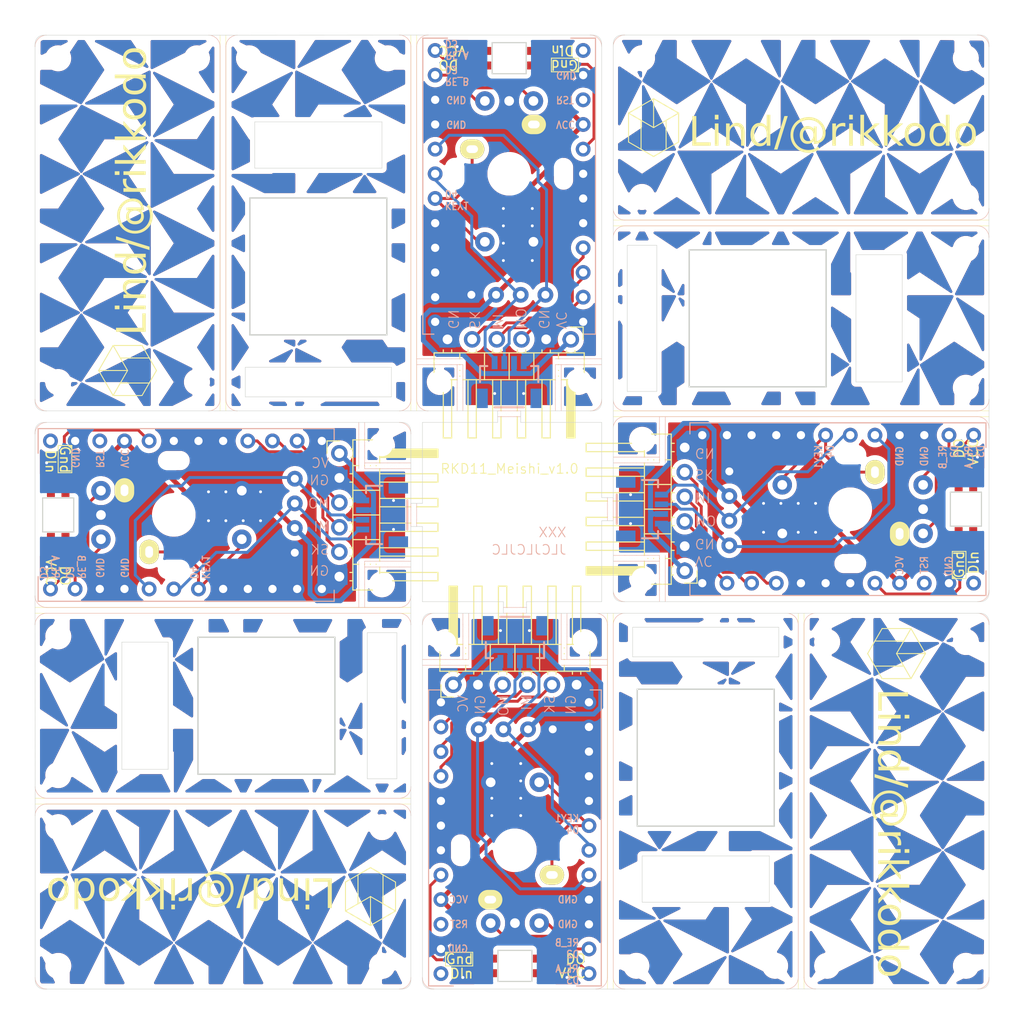
<source format=kicad_pcb>
(kicad_pcb (version 20241229) (generator "pcbnew") (generator_version "9.0")
  (layers (0 "F.Cu" signal) (2 "B.Cu" signal) (13 "F.Paste" user) (15 "B.Paste" user) (5 "F.SilkS" user "F.Silkscreen") (7 "B.SilkS" user "B.Silkscreen") (1 "F.Mask" user) (3 "B.Mask" user) (25 "Edge.Cuts" user))
  (net 0 "")
  (net 1 "SCL")
  (net 2 "VCC")
  (net 3 "KEY1")
  (net 4 "GND")
  (net 5 "MISO")
  (net 6 "LED")
  (net 7 "SDA")
  (net 8 "MOSI")
  (net 9 "RE_A")
  (net 10 "SCLK")
  (net 11 "RE_B")
  (footprint "Rikkodo_FootPrint:rkd_cutdot_no_edgecut_1" (layer "F.Cu") (at 149.423313 104.476969)
    (property "Reference" "REF**" (hide yes))
    (property "Value" "rkd_cutdot_no_edgecut_1" (hide yes))
  )
  (footprint "Rikkodo_FootPrint:rkd_cutdot_no_edgecut_1" (layer "F.Cu") (at 151.804561 104.476969)
    (property "Reference" "REF**" (hide yes))
    (property "Value" "rkd_cutdot_no_edgecut_1" (hide yes))
  )
  (footprint "Rikkodo_FootPrint:rkd_cutdot_no_edgecut_1" (layer "F.Cu") (at 128.587323 115.192873 180)
    (property "Reference" "REF**" (hide yes))
    (property "Value" "rkd_cutdot_no_edgecut_1" (hide yes))
  )
  (footprint "kbd_Hole:m2_Screw_Hole" (layer "F.Cu") (at 90.487445 52.993884)
    (property "Reference" "Ref**")
    (property "Value" "Val**")
  )
  (footprint "kbd_Hole:m2_Screw_Hole" (layer "F.Cu") (at 90.49854 112.513801 90)
    (property "Reference" "Ref**")
    (property "Value" "Val**")
  )
  (footprint "Rikkodo_FootPrint:rkd_cutdot_no_edgecut_1" (layer "F.Cu") (at 130.373039 84.236647)
    (property "Reference" "REF**" (hide yes))
    (property "Value" "rkd_cutdot_no_edgecut_1" (hide yes))
  )
  (footprint "Rikkodo_FootPrint:rkd_cutdot_no_edgecut_1" (layer "F.Cu") (at 142.577155 113.109281 -90)
    (property "Reference" "REF**" (hide yes))
    (property "Value" "rkd_cutdot_no_edgecut_1" (hide yes))
  )
  (footprint "Rikkodo_FootPrint:rkd_cutdot_no_edgecut_1" (layer "F.Cu") (at 131.861677 88.701487 90)
    (property "Reference" "REF**" (hide yes))
    (property "Value" "rkd_cutdot_no_edgecut_1" (hide yes))
  )
  (footprint "kbd_Hole:m2_Screw_Hole" (layer "F.Cu") (at 104.774945 52.993884)
    (property "Reference" "Ref**")
    (property "Value" "Val**")
  )
  (footprint "Rikkodo_FootPrint:rkd_cutdot_no_edgecut_1" (layer "F.Cu") (at 127.991791 84.236647)
    (property "Reference" "REF**" (hide yes))
    (property "Value" "rkd_cutdot_no_edgecut_1" (hide yes))
  )
  (footprint "Rikkodo_FootPrint:rkd_cutdot_no_edgecut_1" (layer "F.Cu") (at 129.182415 84.236647)
    (property "Reference" "REF**" (hide yes))
    (property "Value" "rkd_cutdot_no_edgecut_1" (hide yes))
  )
  (footprint "Rikkodo_FootPrint:rkd_cutdot_no_edgecut_1" (layer "F.Cu") (at 142.279637 84.236647)
    (property "Reference" "REF**" (hide yes))
    (property "Value" "rkd_cutdot_no_edgecut_1" (hide yes))
  )
  (footprint "Rikkodo_FootPrint:rkd_LOGO" (layer "F.Cu") (at 151.793426 60.126673)
    (property "Reference" "REF**" (hide yes))
    (property "Value" "rkd_LOGO" (hide yes))
  )
  (footprint "Rikkodo_FootPrint:rkd_cutdot_no_edgecut_1" (layer "F.Cu") (at 131.861677 85.129615 90)
    (property "Reference" "REF**" (hide yes))
    (property "Value" "rkd_cutdot_no_edgecut_1" (hide yes))
  )
  (footprint "Connector_PinHeader_2.54mm:PinHeader_1x06_P2.54mm_Horizontal" (layer "F.Cu") (at 154.998985 105.767103 180)
    (property "Reference" "J1" (hide yes))
    (property "Value" "Conn_01x06")
  )
  (footprint "kbd_Hole:m2_Screw_Hole" (layer "F.Cu") (at 130.373259 113.109281 90)
    (property "Reference" "Ref**")
    (property "Value" "Val**")
  )
  (footprint "Rikkodo_FootPrint:rkd_cutdot_no_edgecut_1" (layer "F.Cu") (at 131.563663 84.236647)
    (property "Reference" "REF**" (hide yes))
    (property "Value" "rkd_cutdot_no_edgecut_1" (hide yes))
  )
  (footprint "Rikkodo_FootPrint:rkd_cutdot_no_edgecut_1" (layer "F.Cu") (at 148.232689 94.357021)
    (property "Reference" "REF**" (hide yes))
    (property "Value" "rkd_cutdot_no_edgecut_1" (hide yes))
  )
  (footprint "Rikkodo_FootPrint:rkd_cutdot_no_edgecut_1" (layer "F.Cu") (at 142.577155 110.728033 -90)
    (property "Reference" "REF**" (hide yes))
    (property "Value" "rkd_cutdot_no_edgecut_1" (hide yes))
  )
  (footprint "Rikkodo_FootPrint:rkd_cutdot_no_edgecut_1" (layer "F.Cu") (at 152.697529 105.965605 -90)
    (property "Reference" "REF**" (hide yes))
    (property "Value" "rkd_cutdot_no_edgecut_1" (hide yes))
  )
  (footprint "Rikkodo_FootPrint:rkd_cutdot_no_edgecut_1" (layer "F.Cu") (at 126.206143 94.952551 180)
    (property "Reference" "REF**" (hide yes))
    (property "Value" "rkd_cutdot_no_edgecut_1" (hide yes))
  )
  (footprint "BrownSugar_KBD:OLED_center_display" (layer "F.Cu") (at 137.596448 103.584329)
    (property "Reference" "OL1")
    (property "Value" "OLED")
  )
  (footprint "Rikkodo_FootPrint:rkd_KeyHall_3ox15" (layer "F.Cu") (at 123.83604 119.657551 -90)
    (property "Reference" "LED3" (hide yes))
    (property "Value" "LED_SK6812MINI-E" (hide yes))
    (fp_line (start -7.525 1.525) (end -7.525 -1.525) (stroke (width 0.05)) (layer "Edge.Cuts") (net 121791387))
    (fp_line (start 7.525 1.525) (end -7.525 1.525) (stroke (width 0.05)) (layer "Edge.Cuts") (net 121791387))
    (fp_line (start 7.525 -1.525) (end 7.525 1.525) (stroke (width 0.05)) (layer "Edge.Cuts") (net 121791387))
    (fp_line (start 7.525 -1.525) (end -7.525 -1.525) (stroke (width 0.05)) (layer "Edge.Cuts") (net 121791387))
  )
  (footprint "Rikkodo_FootPrint:rkd_cutdot_no_edgecut_1" (layer "F.Cu") (at 123.824895 94.952551 180)
    (property "Reference" "REF**" (hide yes))
    (property "Value" "rkd_cutdot_no_edgecut_1" (hide yes))
  )
  (footprint "Rikkodo_FootPrint:rkd_cutdot_no_edgecut_1" (layer "F.Cu") (at 152.697529 94.059007 -90)
    (property "Reference" "REF**" (hide yes))
    (property "Value" "rkd_cutdot_no_edgecut_1" (hide yes))
  )
  (footprint "kbd_SW_Hole:SW_Hole_1u" (layer "F.Cu") (at 111.929987 119.657658)
    (property "Reference" "SW99" (hide yes))
    (property "Value" "KEY_SWITCH" (hide yes))
    (fp_line (start -7.05 -7.05) (end 7.05 -7.05) (stroke (width 0.15)) (layer "Edge.Cuts") (net 121791387))
    (fp_line (start -7.05 7.05) (end -7.05 -7.05) (stroke (width 0.15)) (layer "Edge.Cuts") (net 121791387))
    (fp_line (start 7.05 -7.05) (end 7.05 7.05) (stroke (width 0.15)) (layer "Edge.Cuts") (net 121791387))
    (fp_line (start 7.05 7.05) (end -7.05 7.05) (stroke (width 0.15)) (layer "Edge.Cuts") (net 121791387))
  )
  (footprint "kbd_Hole:m2_Screw_Hole" (layer "F.Cu") (at 110.132875 52.993884)
    (property "Reference" "Ref**")
    (property "Value" "Val**")
  )
  (footprint "kbd_Hole:m2_Screw_Hole" (layer "F.Cu") (at 183.940292 52.982789 -90)
    (property "Reference" "Ref**")
    (property "Value" "Val**")
  )
  (footprint "Rikkodo_FootPrint:rkd_cutdot_no_edgecut_1" (layer "F.Cu") (at 151.804561 94.357021)
    (property "Reference" "REF**" (hide yes))
    (property "Value" "rkd_cutdot_no_edgecut_1" (hide yes))
  )
  (footprint "Rikkodo_FootPrint:rkd_LOGO" (layer "F.Cu") (at 97.631329 85.14075 90)
    (property "Reference" "REF**" (hide yes))
    (property "Value" "rkd_LOGO" (hide yes))
  )
  (footprint "Rikkodo_FootPrint:rkd_cutdot_no_edgecut_1" (layer "F.Cu") (at 131.861677 87.510863 90)
    (property "Reference" "REF**" (hide yes))
    (property "Value" "rkd_cutdot_no_edgecut_1" (hide yes))
  )
  (footprint "kbd_Hole:m2_Screw_Hole" (layer "F.Cu") (at 150.602585 67.270277 -90)
    (property "Reference" "Ref**")
    (property "Value" "Val**")
  )
  (footprint "kbd_Hole:m2_Screw_Hole" (layer "F.Cu") (at 90.49854 126.801301 90)
    (property "Reference" "Ref**")
    (property "Value" "Val**")
  )
  (footprint "BrownSugar_KBD:RotaryEncoder_EC11-Switch" (layer "F.Cu") (at 102.393597 100.012417 -90)
    (property "Reference" "SW1" (hide yes))
    (property "Value" "RotaryEncoder_Switch")
  )
  (footprint "Rikkodo_FootPrint:rkd_cutdot_no_edgecut_1" (layer "F.Cu") (at 131.861677 86.320239 90)
    (property "Reference" "REF**" (hide yes))
    (property "Value" "rkd_cutdot_no_edgecut_1" (hide yes))
  )
  (footprint "Rikkodo_FootPrint:rkd_cutdot_no_edgecut_1" (layer "F.Cu") (at 122.634271 94.952551 180)
    (property "Reference" "REF**" (hide yes))
    (property "Value" "rkd_cutdot_no_edgecut_1" (hide yes))
  )
  (footprint "Rikkodo_FootPrint:rkd_cutdot_no_edgecut_1" (layer "F.Cu") (at 150.613937 104.476969)
    (property "Reference" "REF**" (hide yes))
    (property "Value" "rkd_cutdot_no_edgecut_1" (hide yes))
  )
  (footprint "kbd_Hole:m2_Screw_Hole" (layer "F.Cu") (at 90.49854 146.446731 90)
    (property "Reference" "Ref**")
    (property "Value" "Val**")
  )
  (footprint "Rikkodo_FootPrint:rkd_cutdot_no_edgecut_1" (layer "F.Cu") (at 129.777947 115.192873 180)
    (property "Reference" "REF**" (hide yes))
    (property "Value" "rkd_cutdot_no_edgecut_1" (hide yes))
  )
  (footprint "Rikkodo_FootPrint:rkd_cutdot_no_edgecut_1" (layer "F.Cu") (at 145.256417 115.192873 180)
    (property "Reference" "REF**" (hide yes))
    (property "Value" "rkd_cutdot_no_edgecut_1" (hide yes))
  )
  (footprint "Rikkodo_FootPrint:rkd_cutdot_no_edgecut_1" (layer "F.Cu") (at 121.741303 93.463915 90)
    (property "Reference" "REF**" (hide yes))
    (property "Value" "rkd_cutdot_no_edgecut_1" (hide yes))
  )
  (footprint "kbd_SW:CherryMX_Solder_1u" (layer "F.Cu") (at 137.517073 134.540579 180)
    (property "Reference" "SW2" (hide yes))
    (property "Value" "SW_Push" (hide yes))
  )
  (footprint "Rikkodo_FootPrint:rkd_cutdot_no_edgecut_1" (layer "F.Cu") (at 130.968571 115.192873 180)
    (property "Reference" "REF**" (hide yes))
    (property "Value" "rkd_cutdot_no_edgecut_1" (hide yes))
  )
  (footprint "kbd_SW_Hole:SW_Hole_1u" (layer "F.Cu") (at 162.508845 79.771862 180)
    (property "Reference" "SW99" (hide yes))
    (property "Value" "KEY_SWITCH" (hide yes))
    (fp_line (start 7.05 7.05) (end -7.05 7.05) (stroke (width 0.15)) (layer "Edge.Cuts"))
    (fp_line (start 7.05 -7.05) (end 7.05 7.05) (stroke (width 0.15)) (layer "Edge.Cuts"))
    (fp_line (start -7.05 7.05) (end -7.05 -7.05) (stroke (width 0.15)) (layer "Edge.Cuts"))
    (fp_line (start -7.05 -7.05) (end 7.05 -7.05) (stroke (width 0.15)) (layer "Edge.Cuts"))
  )
  (footprint "Rikkodo_FootPrint:rkd_cutdot_no_edgecut_1" (layer "F.Cu") (at 122.634271 105.072499 180)
    (property "Reference" "REF**" (hide yes))
    (property "Value" "rkd_cutdot_no_edgecut_1" (hide yes))
  )
  (footprint "BrownSugar_KBD:RotaryEncoder_EC11-Switch" (layer "F.Cu") (at 172.045235 99.417103 90)
    (property "Reference" "SW1" (hide yes))
    (property "Value" "RotaryEncoder_Switch")
  )
  (footprint "Rikkodo_FootPrint:rkd_cutdot_no_edgecut_1" (layer "F.Cu") (at 144.660885 84.236647)
    (property "Reference" "REF**" (hide yes))
    (property "Value" "rkd_cutdot_no_edgecut_1" (hide yes))
  )
  (footprint "Rikkodo_FootPrint:rkd_cutdot_no_edgecut_1" (layer "F.Cu") (at 145.851509 84.236647)
    (property "Reference" "REF**" (hide yes))
    (property "Value" "rkd_cutdot_no_edgecut_1" (hide yes))
  )
  (footprint "Rikkodo_FootPrint:rkd_cutdot_no_edgecut_1" (layer "F.Cu") (at 141.981625 87.510863 90)
    (property "Reference" "REF**" (hide yes))
    (property "Value" "rkd_cutdot_no_edgecut_1" (hide yes))
  )
  (footprint "Rikkodo_FootPrint:rkd_cutdot" (layer "F.Cu") (at 136.921759 89.594455 180)
    (property "Reference" "REF**" (hide yes))
    (property "Value" "rkd_cutdot" (hide yes))
    (fp_line (start 1.190624 0.297656) (end 1.190482 -0.297479) (stroke (width 0.05)) (layer "Edge.Cuts") (net 104458705))
    (fp_line (start -1.190628 0.297656) (end -1.190768 -0.297479) (stroke (width 0.05)) (layer "Edge.Cuts") (net 104458705))
  )
  (footprint "kbd_Hole:m2_Screw_Hole" (layer "F.Cu") (at 90.49854 132.159231 90)
    (property "Reference" "Ref**")
    (property "Value" "Val**")
  )
  (footprint "kbd_Hole:m2_Screw_Hole" (layer "F.Cu") (at 150.602585 52.982777 -90)
    (property "Reference" "Ref**")
    (property "Value" "Val**")
  )
  (footprint "Rikkodo_FootPrint:rkd_cutdot_no_edgecut_1" (layer "F.Cu") (at 152.697529 107.156229 -90)
    (property "Reference" "REF**" (hide yes))
    (property "Value" "rkd_cutdot_no_edgecut_1" (hide yes))
  )
  (footprint "BrownSugar_KBD:RotaryEncoder_EC11-Switch" (layer "F.Cu") (at 136.921759 64.888941 180)
    (property "Reference" "SW1" (hide yes))
    (property "Value" "RotaryEncoder_Switch")
  )
  (footprint "kbd_Hole:m2_Screw_Hole" (layer "F.Cu") (at 123.836247 146.446743 90)
    (property "Reference" "Ref**")
    (property "Value" "Val**")
  )
  (footprint "kbd_Hole:m2_Screw_Hole" (layer "F.Cu") (at 124.420375 52.993884)
    (property "Reference" "Ref**")
    (property "Value" "Val**")
  )
  (footprint "Rikkodo_FootPrint:rkd_cutdot_no_edgecut_1" (layer "F.Cu") (at 152.697529 104.774981 -90)
    (property "Reference" "REF**" (hide yes))
    (property "Value" "rkd_cutdot_no_edgecut_1" (hide yes))
  )
  (footprint "kbd_Hole:m2_Screw_Hole" (layer "F.Cu") (at 164.305957 146.435636 180)
    (property "Reference" "Ref**")
    (property "Value" "Val**")
  )
  (footprint "kbd_Hole:m2_Screw_Hole" (layer "F.Cu") (at 183.940292 72.628219 -90)
    (property "Reference" "Ref**")
    (property "Value" "Val**")
  )
  (footprint "BrownSugar_KBD:OLED_center_display" (layer "F.Cu") (at 136.842384 95.845191 180)
    (property "Reference" "OL1")
    (property "Value" "OLED")
  )
  (footprint "Rikkodo_FootPrint:rkd_cutdot_no_edgecut_1" (layer "F.Cu") (at 150.613937 94.357021)
    (property "Reference" "REF**" (hide yes))
    (property "Value" "rkd_cutdot_no_edgecut_1" (hide yes))
  )
  (footprint "kbd_Hole:m2_Screw_Hole" (layer "F.Cu") (at 169.663899 113.097929 180)
    (property "Reference" "Ref**")
    (property "Value" "Val**")
  )
  (footprint "Rikkodo_FootPrint:rkd_cutdot_no_edgecut_1" (layer "F.Cu") (at 121.741303 106.561137 90)
    (property "Reference" "REF**" (hide yes))
    (property "Value" "rkd_cutdot_no_edgecut_1" (hide yes))
  )
  (footprint "Rikkodo_FootPrint:rkd_cutdot_no_edgecut_1" (layer "F.Cu") (at 142.875169 115.192873 180)
    (property "Reference" "REF**" (hide yes))
    (property "Value" "rkd_cutdot_no_edgecut_1" (hide yes))
  )
  (footprint "Rikkodo_FootPrint:rkd_cutdot_no_edgecut_1" (layer "F.Cu") (at 142.577155 111.918657 -90)
    (property "Reference" "REF**" (hide yes))
    (property "Value" "rkd_cutdot_no_edgecut_1" (hide yes))
  )
  (footprint "Rikkodo_FootPrint:rkd_cutdot_no_edgecut_1" (layer "F.Cu") (at 132.457207 111.918657 -90)
    (property "Reference" "REF**" (hide yes))
    (property "Value" "rkd_cutdot_no_edgecut_1" (hide yes))
  )
  (footprint "Rikkodo_FootPrint:rkd_cutdot_no_edgecut_1" (layer "F.Cu") (at 132.457207 113.109281 -90)
    (property "Reference" "REF**" (hide yes))
    (property "Value" "rkd_cutdot_no_edgecut_1" (hide yes))
  )
  (footprint "kbd_Hole:m2_Screw_Hole" (layer "F.Cu") (at 144.065573 86.320239 -90)
    (property "Reference" "Ref**")
    (property "Value" "Val**")
  )
  (footprint "Rikkodo_FootPrint:rkd_cutdot_no_edgecut_1" (layer "F.Cu") (at 123.824895 105.072499 180)
    (property "Reference" "REF**" (hide yes))
    (property "Value" "rkd_cutdot_no_edgecut_1" (hide yes))
  )
  (footprint "Rikkodo_FootPrint:rkd_cutdot_no_edgecut_1" (layer "F.Cu") (at 132.457207 110.728033 -90)
    (property "Reference" "REF**" (hide yes))
    (property "Value" "rkd_cutdot_no_edgecut_1" (hide yes))
  )
  (footprint "kbd_Hole:m2_Screw_Hole" (layer "F.Cu") (at 123.824895 92.868603)
    (property "Reference" "Ref**")
    (property "Value" "Val**")
  )
  (footprint "Rikkodo_FootPrint:rkd_cutdot_no_edgecut_1" (layer "F.Cu") (at 125.015519 94.952551 180)
    (property "Reference" "REF**" (hide yes))
    (property "Value" "rkd_cutdot_no_edgecut_1" (hide yes))
  )
  (footprint "Rikkodo_FootPrint:rkd_cutdot_no_edgecut_1" (layer "F.Cu") (at 121.741303 94.654539 90)
    (property "Reference" "REF**" (hide yes))
    (property "Value" "rkd_cutdot_no_edgecut_1" (hide yes))
  )
  (footprint "Rikkodo_FootPrint:rkd_cutdot_no_edgecut_1" (layer "F.Cu") (at 144.065793 115.192873 180)
    (property "Reference" "REF**" (hide yes))
    (property "Value" "rkd_cutdot_no_edgecut_1" (hide yes))
  )
  (footprint "Rikkodo_FootPrint:rkd_cutdot_no_edgecut_1" (layer "F.Cu") (at 126.206143 105.072499 180)
    (property "Reference" "REF**" (hide yes))
    (property "Value" "rkd_cutdot_no_edgecut_1" (hide yes))
  )
  (footprint "kbd_Hole:m2_Screw_Hole" (layer "F.Cu") (at 150.613985 92.273353 180)
    (property "Reference" "Ref**")
    (property "Value" "Val**" (hide yes))
  )
  (footprint "kbd_Hole:m2_Screw_Hole" (layer "F.Cu") (at 183.940292 67.270289 -90)
    (property "Reference" "Ref**")
    (property "Value" "Val**")
  )
  (footprint "kbd_SW_Hole:SW_Hole_1u" (layer "F.Cu") (at 157.162314 125.004189 90)
    (property "Reference" "SW99" (hide yes))
    (property "Value" "KEY_SWITCH" (hide yes))
    (fp_line (start 7.05 -7.05) (end 7.05 7.05) (stroke (width 0.15)) (layer "Edge.Cuts"))
    (fp_line (start -7.05 -7.05) (end 7.05 -7.05) (stroke (width 0.15)) (layer "Edge.Cuts"))
    (fp_line (start 7.05 7.05) (end -7.05 7.05) (stroke (width 0.15)) (layer "Edge.Cuts"))
    (fp_line (start -7.05 7.05) (end -7.05 -7.05) (stroke (width 0.15)) (layer "Edge.Cuts"))
  )
  (footprint "kbd_Hole:m2_Screw_Hole" (layer "F.Cu") (at 183.951399 113.097929 180)
    (property "Reference" "Ref**")
    (property "Value" "Val**")
  )
  (footprint "kbd_Hole:m2_Screw_Hole" (layer "F.Cu") (at 123.824847 107.156167)
    (property "Reference" "Ref**")
    (property "Value" "Val**" (hide yes))
  )
  (footprint "BrownSugar_KBD:OLED_center_display" (layer "F.Cu") (at 133.349847 100.091792 -90)
    (property "Reference" "OL1")
    (property "Value" "OLED")
  )
  (footprint "kbd_Hole:m2_Screw_Hole" (layer "F.Cu") (at 183.951387 146.435636 180)
    (property "Reference" "Ref**")
    (property "Value" "Val**")
  )
  (footprint "kbd_SW:CherryMX_Solder_1u" (layer "F.Cu") (at 136.921759 64.888941)
    (property "Reference" "SW2" (hide yes))
    (property "Value" "SW_Push" (hide yes))
  )
  (footprint "kbd_SW_Hole:SW_Hole_1u" (layer "F.Cu") (at 117.276518 74.425331 -90)
    (property "Reference" "SW99" (hide yes))
    (property "Value" "KEY_SWITCH" (hide yes))
    (fp_line (start -7.05 7.05) (end -7.05 -7.05) (stroke (width 0.15)) (layer "Edge.Cuts") (net 104458705))
    (fp_line (start 7.05 7.05) (end -7.05 7.05) (stroke (width 0.15)) (layer "Edge.Cuts") (net 104458705))
    (fp_line (start -7.05 -7.05) (end 7.05 -7.05) (stroke (width 0.15)) (layer "Edge.Cuts") (net 104458705))
    (fp_line (start 7.05 -7.05) (end 7.05 7.05) (stroke (width 0.15)) (layer "Edge.Cuts") (net 104458705))
  )
  (footprint "Rikkodo_FootPrint:rkd_KeyHall_3ox15" (layer "F.Cu") (at 117.276625 86.331384 180)
    (property "Reference" "LED3" (hide yes))
    (property "Value" "LED_SK6812MINI-E" (hide yes))
    (fp_line (start 7.525 1.525) (end -7.525 1.525) (stroke (width 0.05)) (layer "Edge.Cuts") (net 104458705))
    (fp_line (start 7.525 -1.525) (end 7.525 1.525) (stroke (width 0.05)) (layer "Edge.Cuts") (net 104458705))
    (fp_line (start 7.525 -1.525) (end -7.525 -1.525) (stroke (width 0.05)) (layer "Edge.Cuts") (net 104458705))
    (fp_line (start -7.525 1.525) (end -7.525 -1.525) (stroke (width 0.05)) (layer "Edge.Cuts") (net 104458705))
  )
  (footprint "kbd_Hole:m2_Screw_Hole" (layer "F.Cu") (at 144.660823 113.109329 90)
    (property "Reference" "Ref**")
    (property "Value" "Val**" (hide yes))
  )
  (footprint "Rikkodo_FootPrint:rkd_cutdot_no_edgecut_1" (layer "F.Cu") (at 121.741303 91.082667 90)
    (property "Reference" "REF**" (hide yes))
    (property "Value" "rkd_cutdot_no_edgecut_1" (hide yes))
  )
  (footprint "Rikkodo_FootPrint:rkd_cutdot_no_edgecut_1" (layer "F.Cu") (at 121.741303 105.370513 90)
    (property "Reference" "REF**" (hide yes))
    (property "Value" "rkd_cutdot_no_edgecut_1" (hide yes))
  )
  (footprint "Rikkodo_FootPrint:rkd_cutdot" (layer "F.Cu") (at 127.099111 100.012417 -90)
    (property "Reference" "REF**" (hide yes))
    (property "Value" "rkd_cutdot" (hide yes))
    (fp_line (start -1.190628 0.297656) (end -1.190768 -0.297479) (stroke (width 0.05)) (layer "Edge.Cuts") (net 121791387))
    (fp_line (start 1.190624 0.297656) (end 1.190482 -0.297479) (stroke (width 0.05)) (layer "Edge.Cuts") (net 121791387))
  )
  (footprint "Rikkodo_FootPrint:rkd_cutdot_no_edgecut_1" (layer "F.Cu") (at 132.159195 115.192873 180)
    (property "Reference" "REF**" (hide yes))
    (property "Value" "rkd_cutdot_no_edgecut_1" (hide yes))
  )
  (footprint "kbd_Hole:m2_Screw_Hole" (layer "F.Cu") (at 150.018457 146.435636 180)
    (property "Reference" "Ref**")
    (property "Value" "Val**")
  )
  (footprint "Rikkodo_FootPrint:rkd_LOGO" (layer "F.Cu") (at 176.807503 114.28877 -90)
    (property "Reference" "REF**" (hide yes))
    (property "Value" "rkd_LOGO" (hide yes))
  )
  (footprint "Rikkodo_FootPrint:rkd_cutdot_no_edgecut_1" (layer "F.Cu") (at 141.981625 85.129615 90)
    (property "Reference" "REF**" (hide yes))
    (property "Value" "rkd_cutdot_no_edgecut_1" (hide yes))
  )
  (footprint "kbd_SW:CherryMX_Solder_1u" (layer "F.Cu") (at 102.393597 100.012417 90)
    (property "Reference" "SW2" (hide yes))
    (property "Value" "SW_Push" (hide yes))
  )
  (footprint "kbd_Hole:m2_Screw_Hole" (layer "F.Cu") (at 123.836247 132.159243 90)
    (property "Reference" "Ref**")
    (property "Value" "Val**")
  )
  (footprint "Rikkodo_FootPrint:rkd_cutdot_no_edgecut_1" (layer "F.Cu") (at 125.015519 105.072499 180)
    (property "Reference" "REF**" (hide yes))
    (property "Value" "rkd_cutdot_no_edgecut_1" (hide yes))
  )
  (footprint "kbd_Hole:m2_Screw_Hole" (layer "F.Cu") (at 150.613937 106.560917 180)
    (property "Reference" "Ref**")
    (property "Value" "Val**")
  )
  (footprint "Rikkodo_FootPrint:rkd_cutdot_no_edgecut_1" (layer "F.Cu") (at 143.470261 84.236647)
    (property "Reference" "REF**" (hide yes))
    (property "Value" "rkd_cutdot_no_edgecut_1" (hide yes))
  )
  (footprint "kbd_SW:CherryMX_Solder_1u" (layer "F.Cu") (at 172.045235 99.417103 -90)
    (property "Reference" "SW2" (hide yes))
    (property "Value" "SW_Push" (hide yes))
  )
  (footprint "Rikkodo_FootPrint:rkd_cutdot_no_edgecut_1" (layer "F.Cu") (at 152.697529 90.487135 -90)
    (property "Reference" "REF**" (hide yes))
    (property "Value" "rkd_cutdot_no_edgecut_1" (hide yes))
  )
  (footprint "Connector_PinHeader_2.54mm:PinHeader_1x06_P2.54mm_Horizontal" (layer "F.Cu") (at 119.439847 93.662417)
    (property "Reference" "J1" (hide yes))
    (property "Value" "Conn_01x06")
  )
  (footprint "Rikkodo_FootPrint:rkd_LOGO" (layer "F.Cu") (at 122.645406 139.302847 180)
    (property "Reference" "REF**" (hide yes))
    (property "Value" "rkd_LOGO" (hide yes))
  )
  (footprint "Rikkodo_FootPrint:rkd_cutdot_no_edgecut_1" (layer "F.Cu") (at 141.981625 88.701487 90)
    (property "Reference" "REF**" (hide yes))
    (property "Value" "rkd_cutdot_no_edgecut_1" (hide yes))
  )
  (footprint "kbd_Hole:m2_Screw_Hole" (layer "F.Cu") (at 90.487433 86.331591)
    (property "Reference" "Ref**")
    (property "Value" "Val**")
  )
  (footprint "Rikkodo_FootPrint:rkd_cutdot_no_edgecut_1" (layer "F.Cu") (at 141.981625 86.320239 90)
    (property "Reference" "REF**" (hide yes))
    (property "Value" "rkd_cutdot_no_edgecut_1" (hide yes))
  )
  (footprint "Rikkodo_FootPrint:rkd_cutdot_no_edgecut_1" (layer "F.Cu") (at 146.447041 115.192873 180)
    (property "Reference" "REF**" (hide yes))
    (property "Value" "rkd_cutdot_no_edgecut_1" (hide yes))
  )
  (footprint "Rikkodo_FootPrint:rkd_cutdot_no_edgecut_1" (layer "F.Cu") (at 121.741303 107.751761 90)
    (property "Reference" "REF**" (hide yes))
    (property "Value" "rkd_cutdot_no_edgecut_1" (hide yes))
  )
  (footprint "BrownSugar_KBD:RotaryEncoder_EC11-Switch" (layer "F.Cu") (at 137.517073 134.540579)
    (property "Reference" "SW1" (hide yes))
    (property "Value" "RotaryEncoder_Switch")
  )
  (footprint "Connector_PinHeader_2.54mm:PinHeader_1x06_P2.54mm_Horizontal" (layer "F.Cu") (at 131.167073 117.494329 90)
    (property "Reference" "J1" (hide yes))
    (property "Value" "Conn_01x06")
  )
  (footprint "Rikkodo_FootPrint:rkd_cutdot_no_edgecut_1" (layer "F.Cu") (at 121.741303 92.273291 90)
    (property "Reference" "REF**" (hide yes))
    (property "Value" "rkd_cutdot_no_edgecut_1" (hide yes))
  )
  (footprint "Rikkodo_FootPrint:rkd_KeyHall_3ox15" (layer "F.Cu") (at 150.602792 79.771969 90)
    (property "Reference" "LED3" (hide yes))
    (property "Value" "LED_SK6812MINI-E" (hide yes))
    (fp_line (start 7.525 -1.525) (end -7.525 -1.525) (stroke (width 0.05)) (layer "Edge.Cuts"))
    (fp_line (start 7.525 -1.525) (end 7.525 1.525) (stroke (width 0.05)) (layer "Edge.Cuts"))
    (fp_line (start 7.525 1.525) (end -7.525 1.525) (stroke (width 0.05)) (layer "Edge.Cuts"))
    (fp_line (start -7.525 1.525) (end -7.525 -1.525) (stroke (width 0.05)) (layer "Edge.Cuts"))
  )
  (footprint "Rikkodo_FootPrint:rkd_cutdot_no_edgecut_1" (layer "F.Cu") (at 142.577155 114.299905 -90)
    (property "Reference" "REF**" (hide yes))
    (property "Value" "rkd_cutdot_no_edgecut_1" (hide yes))
  )
  (footprint "kbd_Hole:m2_Screw_Hole" (layer "F.Cu") (at 169.663887 146.435636 180)
    (property "Reference" "Ref**")
    (property "Value" "Val**")
  )
  (footprint "Rikkodo_FootPrint:rkd_cutdot_no_edgecut_1" (layer "F.Cu") (at 148.232689 104.476969)
    (property "Reference" "REF**" (hide yes))
    (property "Value" "rkd_cutdot_no_edgecut_1" (hide yes))
  )
  (footprint "Rikkodo_FootPrint:rkd_cutdot_no_edgecut_1" (layer "F.Cu") (at 149.423313 94.357021)
    (property "Reference" "REF**" (hide yes))
    (property "Value" "rkd_cutdot_no_edgecut_1" (hide yes))
  )
  (footprint "BrownSugar_KBD:OLED_center_display" (layer "F.Cu") (at 141.088985 99.337728 90)
    (property "Reference" "OL1")
    (property "Value" "OLED")
  )
  (footprint "Rikkodo_FootPrint:rkd_cutdot_no_edgecut_1" (layer "F.Cu") (at 121.741303 108.942385 90)
    (property "Reference" "REF**" (hide yes))
    (property "Value" "rkd_cutdot_no_edgecut_1" (hide yes))
  )
  (footprint "kbd_Hole:m2_Screw_Hole" (layer "F.Cu") (at 183.940292 86.915719 -90)
    (property "Reference" "Ref**")
    (property "Value" "Val**")
  )
  (footprint "Rikkodo_FootPrint:rkd_cutdot" (layer "F.Cu") (at 147.339721 99.417103 90)
    (property "Reference" "REF**" (hide yes))
    (property "Value" "rkd_cutdot" (hide yes))
    (fp_line (start 1.190624 0.297656) (end 1.190482 -0.297479) (stroke (width 0.05)) (layer "Edge.Cuts"))
    (fp_line (start -1.190628 0.297656) (end -1.190768 -0.297479) (stroke (width 0.05)) (layer "Edge.Cuts"))
  )
  (footprint "kbd_Hole:m2_Screw_Hole" (layer "F.Cu") (at 104.774933 86.331591)
    (property "Reference" "Ref**")
    (property "Value" "Val**")
  )
  (footprint "Rikkodo_FootPrint:rkd_cutdot_no_edgecut_1" (layer "F.Cu") (at 152.697529 108.346853 -90)
    (property "Reference" "REF**" (hide yes))
    (property "Value" "rkd_cutdot_no_edgecut_1" (hide yes))
  )
  (footprint "Rikkodo_FootPrint:rkd_cutdot_no_edgecut_1" (layer "F.Cu") (at 152.697529 92.868383 -90)
    (property "Reference" "REF**" (hide yes))
    (property "Value" "rkd_cutdot_no_edgecut_1" (hide yes))
  )
  (footprint "Rikkodo_FootPrint:rkd_cutdot_no_edgecut_1" (layer "F.Cu") (at 152.697529 91.677759 -90)
    (property "Reference" "REF**" (hide yes))
    (property "Value" "rkd_cutdot_no_edgecut_1" (hide yes))
  )
  (footprint "Rikkodo_FootPrint:rkd_cutdot_no_edgecut_1" (layer "F.Cu") (at 132.457207 114.299905 -90)
    (property "Reference" "REF**" (hide yes))
    (property "Value" "rkd_cutdot_no_edgecut_1" (hide yes))
  )
  (footprint "Rikkodo_FootPrint:rkd_KeyHall_3ox15" (layer "F.Cu") (at 157.162207 113.098136)
    (property "Reference" "LED3" (hide yes))
    (property "Value" "LED_SK6812MINI-E" (hide yes))
    (fp_line (start -7.525 1.525) (end -7.525 -1.525) (stroke (width 0.05)) (layer "Edge.Cuts"))
    (fp_line (start 7.525 -1.525) (end -7.525 -1.525) (stroke (width 0.05)) (layer "Edge.Cuts"))
    (fp_line (start 7.525 -1.525) (end 7.525 1.525) (stroke (width 0.05)) (layer "Edge.Cuts"))
    (fp_line (start 7.525 1.525) (end -7.525 1.525) (stroke (width 0.05)) (layer "Edge.Cuts"))
  )
  (footprint "Rikkodo_FootPrint:rkd_cutdot" (layer "F.Cu") (at 137.517073 109.835065)
    (property "Reference" "REF**" (hide yes))
    (property "Value" "rkd_cutdot" (hide yes))
    (fp_line (start -1.190628 0.297656) (end -1.190768 -0.297479) (stroke (width 0.05)) (layer "Edge.Cuts"))
    (fp_line (start 1.190624 0.297656) (end 1.190482 -0.297479) (stroke (width 0.05)) (layer "Edge.Cuts"))
  )
  (footprint "Connector_PinHeader_2.54mm:PinHeader_1x06_P2.54mm_Horizontal" (layer "F.Cu") (at 143.271759 81.935191 -90)
    (property "Reference" "J1" (hide yes))
    (property "Value" "Conn_01x06")
  )
  (footprint "kbd_Hole:m2_Screw_Hole" (layer "F.Cu") (at 129.778009 86.320191 -90)
    (property "Reference" "Ref**")
    (property "Value" "Val**" (hide yes))
  )
  (footprint "BrownSugar_KBD:ProMicro_r" (layer "B.Cu") (at 136.921759 64.888941 180)
    (property "Reference" "U1" (hide yes))
    (property "Value" "ProMicro" (hide yes))
  )
  (footprint "kbd_Parts:LED_SK6812MINI-E_UG" (layer "B.Cu") (at 136.921759 52.982691)
    (property "Reference" "LED1" (hide yes))
    (property "Value" "LED_SK6812MINI-E")
    (fp_line (start -1.75 -1.6) (end -1.75 1.6) (stroke (width 0.12)) (layer "Edge.Cuts") (net 104458705))
    (fp_line (start -1.75 1.6) (end 1.75 1.6) (stroke (width 0.12)) (layer "Edge.Cuts") (net 104458705))
    (fp_line (start 1.75 -1.6) (end -1.75 -1.6) (stroke (width 0.12)) (layer "Edge.Cuts") (net 104458705))
    (fp_line (start 1.75 1.6) (end 1.75 -1.6) (stroke (width 0.12)) (layer "Edge.Cuts") (net 104458705))
  )
  (footprint "SparkFun-Connector:JST_SMD_1.0mm-4_Black" (layer "B.Cu") (at 137.517073 115.098281)
    (property "Reference" "J3")
    (property "Value" "Qwiic_RA")
  )
  (footprint "BrownSugar_KBD:ProMicro_r" (layer "B.Cu") (at 137.517073 134.540579)
    (property "Reference" "U1" (hide yes))
    (property "Value" "ProMicro" (hide yes))
  )
  (footprint "kbd_Parts:LED_SK6812MINI-E_UG" (layer "B.Cu") (at 90.487347 100.012417 90)
    (property "Reference" "LED1" (hide yes))
    (property "Value" "LED_SK6812MINI-E")
    (fp_line (start 1.75 -1.6) (end -1.75 -1.6) (stroke (width 0.12)) (layer "Edge.Cuts") (net 121791387))
    (fp_line (start -1.75 -1.6) (end -1.75 1.6) (stroke (width 0.12)) (layer "Edge.Cuts") (net 121791387))
    (fp_line (start 1.75 1.6) (end 1.75 -1.6) (stroke (width 0.12)) (layer "Edge.Cuts") (net 121791387))
    (fp_line (start -1.75 1.6) (end 1.75 1.6) (stroke (width 0.12)) (layer "Edge.Cuts") (net 121791387))
  )
  (footprint "kbd_Parts:LED_SK6812MINI-E_UG" (layer "B.Cu") (at 137.517073 146.446829 180)
    (property "Reference" "LED1" (hide yes))
    (property "Value" "LED_SK6812MINI-E")
    (fp_line (start 1.75 1.6) (end 1.75 -1.6) (stroke (width 0.12)) (layer "Edge.Cuts"))
    (fp_line (start 1.75 -1.6) (end -1.75 -1.6) (stroke (width 0.12)) (layer "Edge.Cuts"))
    (fp_line (start -1.75 1.6) (end 1.75 1.6) (stroke (width 0.12)) (layer "Edge.Cuts"))
    (fp_line (start -1.75 -1.6) (end -1.75 1.6) (stroke (width 0.12)) (layer "Edge.Cuts"))
  )
  (footprint "BrownSugar_KBD:ProMicro_r" (layer "B.Cu") (at 172.045235 99.417103 90)
    (property "Reference" "U1" (hide yes))
    (property "Value" "ProMicro" (hide yes))
  )
  (footprint "BrownSugar_KBD:ProMicro_r" (layer "B.Cu") (at 102.393597 100.012417 -90)
    (property "Reference" "U1" (hide yes))
    (property "Value" "ProMicro" (hide yes))
  )
  (footprint "SparkFun-Connector:JST_SMD_1.0mm-4_Black" (layer "B.Cu") (at 121.835895 100.012417 -90)
    (property "Reference" "J3")
    (property "Value" "Qwiic_RA")
  )
  (footprint "SparkFun-Connector:JST_SMD_1.0mm-4_Black" (layer "B.Cu") (at 136.921759 84.331239 180)
    (property "Reference" "J3")
    (property "Value" "Qwiic_RA")
  )
  (footprint "SparkFun-Connector:JST_SMD_1.0mm-4_Black" (layer "B.Cu") (at 152.602937 99.417103 90)
    (property "Reference" "J3")
    (property "Value" "Qwiic_RA")
  )
  (footprint "kbd_Parts:LED_SK6812MINI-E_UG" (layer "B.Cu") (at 183.951485 99.417103 -90)
    (property "Reference" "LED1" (hide yes))
    (property "Value" "LED_SK6812MINI-E")
    (fp_line (start -1.75 1.6) (end 1.75 1.6) (stroke (width 0.12)) (layer "Edge.Cuts"))
    (fp_line (start 1.75 1.6) (end 1.75 -1.6) (stroke (width 0.12)) (layer "Edge.Cuts"))
    (fp_line (start -1.75 -1.6) (end -1.75 1.6) (stroke (width 0.12)) (layer "Edge.Cuts"))
    (fp_line (start 1.75 -1.6) (end -1.75 -1.6) (stroke (width 0.12)) (layer "Edge.Cuts"))
  )
  (gr_line (start 147.637377 70.246885) (end 186.332657 70.246884) (stroke (width 0.05)) (layer "F.SilkS"))
  (gr_line (start 126.801455 129.777947) (end 88.106175 129.777948) (stroke (width 0.05)) (layer "F.SilkS"))
  (gr_line (start 126.801455 109.537338) (end 88.106175 109.537339) (stroke (width 0.05)) (layer "F.SilkS"))
  (gr_line (start 126.801526 89.296799) (end 126.801525 50.601519) (stroke (width 0.05)) (layer "F.SilkS"))
  (gr_line (start 126.801455 110.13265) (end 88.106175 110.132651) (stroke (width 0.05)) (layer "F.SilkS"))
  (gr_line (start 147.637377 69.651573) (end 186.332657 69.651572) (stroke (width 0.05)) (layer "F.SilkS"))
  (gr_line (start 107.156229 89.296799) (end 107.156228 50.601519) (stroke (width 0.05)) (layer "F.SilkS"))
  (gr_line (start 127.396838 89.296799) (end 127.396837 50.601519) (stroke (width 0.05)) (layer "F.SilkS"))
  (gr_line (start 107.751541 89.296799) (end 107.75154 50.601519) (stroke (width 0.05)) (layer "F.SilkS"))
  (gr_line (start 147.637306 110.132721) (end 147.637307 148.828001) (stroke (width 0.05)) (layer "F.SilkS"))
  (gr_line (start 167.282603 110.132721) (end 167.282604 148.828001) (stroke (width 0.05)) (layer "F.SilkS"))
  (gr_line (start 147.637377 89.892182) (end 186.332657 89.892181) (stroke (width 0.05)) (layer "F.SilkS"))
  (gr_line (start 147.041994 110.132721) (end 147.041995 148.828001) (stroke (width 0.05)) (layer "F.SilkS"))
  (gr_line (start 126.801455 129.182635) (end 88.106175 129.182636) (stroke (width 0.05)) (layer "F.SilkS"))
  (gr_line (start 147.637377 89.29687) (end 186.332657 89.296869) (stroke (width 0.05)) (layer "F.SilkS"))
  (gr_line (start 166.687291 110.132721) (end 166.687292 148.828001) (stroke (width 0.05)) (layer "F.SilkS"))
  (gr_arc (start 145.256134 50.601441) (mid 146.098041 50.950159) (end 146.446759 51.792066) (stroke (width 0.05)) (layer "B.SilkS"))
  (gr_arc (start 148.828002 108.942166) (mid 147.986095 108.593448) (end 147.637377 107.751541) (stroke (width 0.05)) (layer "B.SilkS"))
  (gr_arc (start 88.106182 51.803437) (mid 88.4549 50.96153) (end 89.296807 50.612812) (stroke (width 0.05)) (layer "B.SilkS"))
  (gr_line (start 148.828002 89.89218) (end 185.142034 89.892179) (stroke (width 0.05)) (layer "B.SilkS"))
  (gr_arc (start 89.296722 109.537417) (mid 88.45483 109.188684) (end 88.106097 108.346792) (stroke (width 0.05)) (layer "B.SilkS"))
  (gr_arc (start 186.332607 88.106245) (mid 185.983926 88.948078) (end 185.142117 89.296819) (stroke (width 0.05)) (layer "B.SilkS"))
  (gr_arc (start 168.473261 148.816708) (mid 167.631361 148.467991) (end 167.282636 147.626083) (stroke (width 0.05)) (layer "B.SilkS"))
  (gr_line (start 148.828085 89.29682) (end 185.142117 89.296819) (stroke (width 0.05)) (layer "B.SilkS"))
  (gr_arc (start 126.801456 147.637306) (mid 126.452738 148.479213) (end 125.610831 148.827931) (stroke (width 0.05)) (layer "B.SilkS"))
  (gr_arc (start 147.042073 147.637454) (mid 146.69334 148.479346) (end 145.851448 148.828079) (stroke (width 0.05)) (layer "B.SilkS"))
  (gr_line (start 148.828001 70.246978) (end 185.142033 70.246977) (stroke (width 0.05)) (layer "B.SilkS"))
  (gr_arc (start 145.851371 110.132721) (mid 146.693268 110.481459) (end 147.041996 111.323346) (stroke (width 0.05)) (layer "B.SilkS"))
  (gr_arc (start 148.827931 148.827951) (mid 147.986098 148.47927) (end 147.637357 147.637461) (stroke (width 0.05)) (layer "B.SilkS"))
  (gr_arc (start 88.117468 130.968605) (mid 88.466185 130.126705) (end 89.308093 129.77798) (stroke (width 0.05)) (layer "B.SilkS"))
  (gr_line (start 125.61083 109.53734) (end 89.296798 109.537341) (stroke (width 0.05)) (layer "B.SilkS"))
  (gr_arc (start 126.801236 127.991919) (mid 126.452552 128.833881) (end 125.610611 129.182544) (stroke (width 0.05)) (layer "B.SilkS"))
  (gr_arc (start 147.637376 51.792214) (mid 147.986094 50.950307) (end 148.828001 50.601589) (stroke (width 0.05)) (layer "B.SilkS"))
  (gr_arc (start 186.321364 68.460915) (mid 185.972647 69.302815) (end 185.130739 69.65154) (stroke (width 0.05)) (layer "B.SilkS"))
  (gr_arc (start 129.182698 148.828079) (mid 128.340791 148.479361) (end 127.992073 147.637454) (stroke (width 0.05)) (layer "B.SilkS"))
  (gr_arc (start 148.828001 89.296869) (mid 147.986094 88.948151) (end 147.637376 88.106244) (stroke (width 0.05)) (layer "B.SilkS"))
  (gr_arc (start 127.99201 111.323346) (mid 128.340728 110.481439) (end 129.182635 110.132721) (stroke (width 0.05)) (layer "B.SilkS"))
  (gr_arc (start 185.130739 50.601526) (mid 185.972646 50.950244) (end 186.321364 51.792151) (stroke (width 0.05)) (layer "B.SilkS"))
  (gr_arc (start 185.14211 89.892103) (mid 185.984002 90.240836) (end 186.332735 91.082728) (stroke (width 0.05)) (layer "B.SilkS"))
  (gr_arc (start 107.156317 88.105955) (mid 106.807543 88.947781) (end 105.965692 89.29658) (stroke (width 0.05)) (layer "B.SilkS"))
  (gr_arc (start 105.965571 50.612812) (mid 106.807471 50.961529) (end 107.156196 51.803437) (stroke (width 0.05)) (layer "B.SilkS"))
  (gr_line (start 107.156317 88.105955) (end 107.156316 51.791923) (stroke (width 0.05)) (layer "B.SilkS"))
  (gr_arc (start 128.587461 89.296799) (mid 127.745564 88.948061) (end 127.396836 88.106174) (stroke (width 0.05)) (layer "B.SilkS"))
  (gr_arc (start 166.687321 147.626083) (mid 166.338588 148.467986) (end 165.496696 148.816708) (stroke (width 0.05)) (layer "B.SilkS"))
  (gr_arc (start 108.942257 89.29658) (mid 108.100295 88.947896) (end 107.751632 88.105955) (stroke (width 0.05)) (layer "B.SilkS"))
  (gr_line (start 127.396836 88.106174) (end 127.396835 51.792142) (stroke (width 0.05)) (layer "B.SilkS"))
  (gr_arc (start 125.610831 110.132651) (mid 126.452738 110.481369) (end 126.801456 111.323276) (stroke (width 0.05)) (layer "B.SilkS"))
  (gr_line (start 125.610747 110.1327) (end 89.296715 110.132701) (stroke (width 0.05)) (layer "B.SilkS"))
  (gr_arc (start 147.637307 111.323345) (mid 147.986025 110.481438) (end 148.827932 110.13272) (stroke (width 0.05)) (layer "B.SilkS"))
  (gr_line (start 147.637356 111.323429) (end 147.637357 147.637461) (stroke (width 0.05)) (layer "B.SilkS"))
  (gr_arc (start 147.637377 91.082805) (mid 147.986115 90.240908) (end 148.828002 89.89218) (stroke (width 0.05)) (layer "B.SilkS"))
  (gr_line (start 126.801476 88.106091) (end 126.801475 51.792059) (stroke (width 0.05)) (layer "B.SilkS"))
  (gr_arc (start 165.496575 110.13294) (mid 166.338537 110.481624) (end 166.6872 111.323565) (stroke (width 0.05)) (layer "B.SilkS"))
  (gr_arc (start 89.308093 148.827994) (mid 88.466186 148.479276) (end 88.117468 147.637369) (stroke (width 0.05)) (layer "B.SilkS"))
  (gr_arc (start 146.446822 88.106174) (mid 146.098104 88.948081) (end 145.256197 89.296799) (stroke (width 0.05)) (layer "B.SilkS"))
  (gr_line (start 147.041996 111.323346) (end 147.041997 147.637378) (stroke (width 0.05)) (layer "B.SilkS"))
  (gr_line (start 148.828221 69.651661) (end 185.142253 69.65166) (stroke (width 0.05)) (layer "B.SilkS"))
  (gr_arc (start 126.801525 88.106175) (mid 126.452807 88.948082) (end 125.6109 89.2968) (stroke (width 0.05)) (layer "B.SilkS"))
  (gr_arc (start 127.396759 51.792066) (mid 127.745492 50.950174) (end 128.587384 50.601441) (stroke (width 0.05)) (layer "B.SilkS"))
  (gr_arc (start 148.828221 69.651661) (mid 147.986395 69.302887) (end 147.637596 68.461036) (stroke (width 0.05)) (layer "B.SilkS"))
  (gr_line (start 125.610611 129.777859) (end 89.296579 129.77786) (stroke (width 0.05)) (layer "B.SilkS"))
  (gr_line (start 107.751634 88.106175) (end 107.751633 51.792143) (stroke (width 0.05)) (layer "B.SilkS"))
  (gr_arc (start 167.282515 111.323565) (mid 167.631289 110.481739) (end 168.47314 110.13294) (stroke (width 0.05)) (layer "B.SilkS"))
  (gr_line (start 167.282515 111.323565) (end 167.282516 147.637597) (stroke (width 0.05)) (layer "B.SilkS"))
  (gr_arc (start 88.106097 91.678042) (mid 88.454815 90.836135) (end 89.296722 90.487417) (stroke (width 0.05)) (layer "B.SilkS"))
  (gr_arc (start 126.801455 108.346715) (mid 126.452717 109.188612) (end 125.61083 109.53734) (stroke (width 0.05)) (layer "B.SilkS"))
  (gr_arc (start 89.308093 129.182665) (mid 88.46619 128.833932) (end 88.117468 127.99204) (stroke (width 0.05)) (layer "B.SilkS"))
  (gr_arc (start 107.751511 51.803437) (mid 108.100244 50.961534) (end 108.942136 50.612812) (stroke (width 0.05)) (layer "B.SilkS"))
  (gr_arc (start 88.106225 111.323275) (mid 88.454906 110.481442) (end 89.296715 110.132701) (stroke (width 0.05)) (layer "B.SilkS"))
  (gr_arc (start 185.141962 110.13272) (mid 185.983869 110.481438) (end 186.332587 111.323345) (stroke (width 0.05)) (layer "B.SilkS"))
  (gr_line (start 125.610831 129.182542) (end 89.296799 129.182543) (stroke (width 0.05)) (layer "B.SilkS"))
  (gr_arc (start 147.637596 71.437601) (mid 147.98628 70.595639) (end 148.828221 70.246976) (stroke (width 0.05)) (layer "B.SilkS"))
  (gr_arc (start 125.610611 129.777859) (mid 126.452437 130.126633) (end 126.801236 130.968484) (stroke (width 0.05)) (layer "B.SilkS"))
  (gr_arc (start 125.610901 50.601569) (mid 126.452734 50.95025) (end 126.801475 51.792059) (stroke (width 0.05)) (layer "B.SilkS"))
  (gr_line (start 166.687198 111.323345) (end 166.687199 147.637377) (stroke (width 0.05)) (layer "B.SilkS"))
  (gr_arc (start 186.33265 147.626083) (mid 185.983932 148.46799) (end 185.142025 148.816708) (stroke (width 0.05)) (layer "B.SilkS"))
  (gr_arc (start 125.61083 90.487354) (mid 126.452737 90.836072) (end 126.801455 91.677979) (stroke (width 0.05)) (layer "B.SilkS"))
  (gr_arc (start 186.332735 107.751478) (mid 185.984017 108.593385) (end 185.14211 108.942103) (stroke (width 0.05)) (layer "B.SilkS"))
  (gr_arc (start 185.130739 70.246855) (mid 185.972642 70.595588) (end 186.321364 71.43748) (stroke (width 0.05)) (layer "B.SilkS"))
  (gr_arc (start 89.29687 89.2968) (mid 88.454963 88.948082) (end 88.106245 88.106175) (stroke (width 0.05)) (layer "B.SilkS"))
  (gr_line (start 177.391756 86.320353) (end 172.629256 86.320353) (stroke (width 0.05)) (layer "Edge.Cuts"))
  (gr_line (start 186.321364 71.43748) (end 186.321364 68.460953) (stroke (width 0.05)) (layer "Edge.Cuts"))
  (gr_line (start 97.047076 126.206042) (end 101.809576 126.206042) (stroke (width 0.05)) (layer "Edge.Cuts"))
  (gr_line (start 89.010447 148.827993) (end 125.917311 148.827931) (stroke (width 0.05)) (layer "Edge.Cuts"))
  (gr_line (start 186.321364 68.460915) (end 186.321364 51.494495) (stroke (width 0.05)) (layer "Edge.Cuts"))
  (gr_line (start 146.446904 98.22648) (end 147.042216 98.22648) (stroke (width 0.05)) (layer "Edge.Cuts"))
  (gr_line (start 125.611009 50.601519) (end 108.942136 50.612894) (stroke (width 0.05)) (layer "Edge.Cuts"))
  (gr_line (start 147.637378 91.082805) (end 147.637377 98.226479) (stroke (width 0.05)) (layer "Edge.Cuts"))
  (gr_line (start 135.731223 89.892112) (end 135.731138 90.487424) (stroke (width 0.05)) (layer "Edge.Cuts"))
  (gr_line (start 97.047076 113.109167) (end 97.047076 126.206042) (stroke (width 0.05)) (layer "Edge.Cuts"))
  (gr_arc (start 88.106183 51.50578) (mid 88.367727 50.874356) (end 88.999151 50.612812) (stroke (width 0.05)) (layer "Edge.Cuts"))
  (gr_line (start 148.530345 108.942165) (end 185.439787 108.942102) (stroke (width 0.05)) (layer "Edge.Cuts"))
  (gr_arc (start 148.530345 108.942165) (mid 147.898921 108.680621) (end 147.637377 108.049197) (stroke (width 0.05)) (layer "Edge.Cuts"))
  (gr_line (start 88.106097 108.346767) (end 88.106419 91.380385) (stroke (width 0.05)) (layer "Edge.Cuts"))
  (gr_line (start 88.104933 108.346767) (end 88.106175 111.323167) (stroke (width 0.05)) (layer "Edge.Cuts"))
  (gr_arc (start 128.885041 148.828078) (mid 128.253617 148.566534) (end 127.992073 147.93511) (stroke (width 0.05)) (layer "Edge.Cuts"))
  (gr_line (start 128.587461 89.296798) (end 125.610901 89.296799) (stroke (width 0.05)) (layer "Edge.Cuts"))
  (gr_line (start 165.496575 110.13294) (end 148.827932 110.13272) (stroke (width 0.05)) (layer "Edge.Cuts"))
  (gr_line (start 88.106175 111.323167) (end 88.11755 127.99204) (stroke (width 0.05)) (layer "Edge.Cuts"))
  (gr_line (start 127.992295 90.487576) (end 135.731136 90.487424) (stroke (width 0.05)) (layer "Edge.Cuts"))
  (gr_line (start 88.106183 51.505791) (end 88.106245 88.412655) (stroke (width 0.05)) (layer "Edge.Cuts"))
  (gr_line (start 146.447053 100.607728) (end 146.446998 108.942279) (stroke (width 0.05)) (layer "Edge.Cuts"))
  (gr_arc (start 147.637377 51.494557) (mid 147.898921 50.863133) (end 148.530345 50.601589) (stroke (width 0.05)) (layer "Edge.Cuts"))
  (gr_line (start 136.326448 108.942096) (end 136.326307 109.537586) (stroke (width 0.05)) (layer "Edge.Cuts"))
  (gr_line (start 150.613823 135.1246) (end 163.710698 135.1246) (stroke (width 0.05)) (layer "Edge.Cuts"))
  (gr_line (start 128.587461 89.296798) (end 135.731135 89.296799) (stroke (width 0.05)) (layer "Edge.Cuts"))
  (gr_arc (start 127.992011 111.025689) (mid 128.253555 110.394265) (end 128.884979 110.132721) (stroke (width 0.05)) (layer "Edge.Cuts"))
  (gr_line (start 108.942136 50.612812) (end 105.965609 50.612812) (stroke (width 0.05)) (layer "Edge.Cuts"))
  (gr_arc (start 125.908487 90.487355) (mid 126.539911 90.748899) (end 126.801455 91.380323) (stroke (width 0.05)) (layer "Edge.Cuts"))
  (gr_line (start 105.972235 89.296799) (end 88.999213 89.296576) (stroke (width 0.05)) (layer "Edge.Cuts"))
  (gr_arc (start 185.428396 50.601527) (mid 186.05982 50.863071) (end 186.321364 51.494495) (stroke (width 0.05)) (layer "Edge.Cuts"))
  (gr_line (start 126.801455 130.961941) (end 126.801232 147.934963) (stroke (width 0.05)) (layer "Edge.Cuts"))
  (gr_arc (start 145.553791 50.601442) (mid 146.185215 50.862986) (end 146.446759 51.49441) (stroke (width 0.05)) (layer "Edge.Cuts"))
  (gr_line (start 136.326445 110.132721) (end 128.884979 110.132718) (stroke (width 0.05)) (layer "Edge.Cuts"))
  (gr_line (start 168.466597 110.132721) (end 165.496723 110.13294) (stroke (width 0.05)) (layer "Edge.Cuts"))
  (gr_line (start 101.809576 113.109167) (end 101.809576 126.206042) (stroke (width 0.05)) (layer "Edge.Cuts"))
  (gr_line (start 123.825009 59.54242) (end 123.825009 64.30492) (stroke (width 0.05)) (layer "Edge.Cuts"))
  (gr_line (start 147.637377 68.467579) (end 147.637596 71.437453) (stroke (width 0.05)) (layer "Edge.Cuts"))
  (gr_line (start 125.908487 90.487355) (end 88.999045 90.487418) (stroke (width 0.05)) (layer "Edge.Cuts"))
  (gr_line (start 145.851423 148.829243) (end 148.827823 148.828001) (stroke (width 0.05)) (layer "Edge.Cuts"))
  (gr_line (start 168.473261 148.816708) (end 185.439681 148.816708) (stroke (width 0.05)) (layer "Edge.Cuts"))
  (gr_line (start 177.391756 73.223478) (end 172.629256 73.223478) (stroke (width 0.05)) (layer "Edge.Cuts"))
  (gr_arc (start 185.439619 110.132721) (mid 186.071043 110.394265) (end 186.332587 111.025689) (stroke (width 0.05)) (layer "Edge.Cuts"))
  (gr_line (start 145.851371 110.132722) (end 148.827931 110.132721) (stroke (width 0.05)) (layer "Edge.Cuts"))
  (gr_arc (start 126.801455 147.934963) (mid 126.539911 148.566387) (end 125.908487 148.827931) (stroke (width 0.05)) (layer "Edge.Cuts"))
  (gr_line (start 186.332649 147.923729) (end 186.332587 111.016865) (stroke (width 0.05)) (layer "Edge.Cuts"))
  (gr_line (start 88.117468 127.99204) (end 88.117468 130.968567) (stroke (width 0.05)) (layer "Edge.Cuts"))
  (gr_line (start 126.801454 108.346715) (end 126.801455 101.203041) (stroke (width 0.05)) (layer "Edge.Cuts"))
  (gr_line (start 97.047076 113.109167) (end 101.809576 113.109167) (stroke (width 0.05)) (layer "Edge.Cuts"))
  (gr_line (start 186.332735 91.082753) (end 186.332413 108.049135) (stroke (width 0.05)) (layer "Edge.Cuts"))
  (gr_line (start 138.112387 89.296799) (end 145.553853 89.296802) (stroke (width 0.05)) (layer "Edge.Cuts"))
  (gr_arc (start 88.106098 91.380385) (mid 88.367642 90.748961) (end 88.999066 90.487417) (stroke (width 0.05)) (layer "Edge.Cuts"))
  (gr_line (start 146.446752 100.607728) (end 147.042064 100.607728) (stroke (width 0.05)) (layer "Edge.Cuts"))
  (gr_line (start 123.825009 64.30492) (end 110.728134 64.30492) (stroke (width 0.05)) (layer "Edge.Cuts"))
  (gr_arc (start 88.999213 89.296799) (mid 88.367789 89.035255) (end 88.106245 88.403831) (stroke (width 0.05)) (layer "Edge.Cuts"))
  (gr_line (start 127.396768 101.20304) (end 127.99208 101.20304) (stroke (width 0.05)) (layer "Edge.Cuts"))
  (gr_line (start 147.637377 100.607731) (end 147.637374 108.049197) (stroke (width 0.05)) (layer "Edge.Cuts"))
  (gr_line (start 138.112473 89.891935) (end 138.112473 90.487363) (stroke (width 0.05)) (layer "Edge.Cuts"))
  (gr_line (start 145.851423 148.828079) (end 128.885041 148.827757) (stroke (width 0.05)) (layer "Edge.Cuts"))
  (gr_line (start 146.446904 98.226265) (end 146.446752 90.487424) (stroke (width 0.05)) (layer "Edge.Cuts"))
  (gr_line (start 88.117468 130.968605) (end 88.117468 147.935025) (stroke (width 0.05)) (layer "Edge.Cuts"))
  (gr_line (start 146.446821 88.403831) (end 146.446758 51.494389) (stroke (width 0.05)) (layer "Edge.Cuts"))
  (gr_line (start 185.428385 50.601527) (end 148.521521 50.601589) (stroke (width 0.05)) (layer "Edge.Cuts"))
  (gr_line (start 148.827823 148.828001) (end 165.496696 148.816626) (stroke (width 0.05)) (layer "Edge.Cuts"))
  (gr_line (start 123.825009 59.54242) (end 110.728134 59.54242) (stroke (width 0.05)) (layer "Edge.Cuts"))
  (gr_line (start 110.728134 59.54242) (end 110.728134 64.30492) (stroke (width 0.05)) (layer "Edge.Cuts"))
  (gr_line (start 147.637378 91.082805) (end 147.637377 88.106245) (stroke (width 0.05)) (layer "Edge.Cuts"))
  (gr_line (start 126.801455 130.961941) (end 126.801236 127.992067) (stroke (width 0.05)) (layer "Edge.Cuts"))
  (gr_arc (start 186.332649 147.92374) (mid 186.071105 148.555164) (end 185.439681 148.816708) (stroke (width 0.05)) (layer "Edge.Cuts"))
  (gr_line (start 126.801236 127.991919) (end 126.801456 111.323276) (stroke (width 0.05)) (layer "Edge.Cuts"))
  (gr_line (start 150.613823 139.8871) (end 150.613823 135.1246) (stroke (width 0.05)) (layer "Edge.Cuts"))
  (gr_line (start 138.707911 108.942248) (end 138.707561 109.537586) (stroke (width 0.05)) (layer "Edge.Cuts"))
  (gr_line (start 146.446752 108.942096) (end 138.707911 108.942248) (stroke (width 0.05)) (layer "Edge.Cuts"))
  (gr_line (start 105.965571 50.612812) (end 88.999151 50.612812) (stroke (width 0.05)) (layer "Edge.Cuts"))
  (gr_arc (start 186.332734 108.049135) (mid 186.07119 108.680559) (end 185.439766 108.942103) (stroke (width 0.05)) (layer "Edge.Cuts"))
  (gr_line (start 127.99208 90.487424) (end 127.99208 98.821792) (stroke (width 0.05)) (layer "Edge.Cuts"))
  (gr_line (start 108.942257 89.29658) (end 125.6109 89.2968) (stroke (width 0.05)) (layer "Edge.Cuts"))
  (gr_line (start 172.629256 86.320353) (end 172.629256 73.223478) (stroke (width 0.05)) (layer "Edge.Cuts"))
  (gr_line (start 127.992011 111.025689) (end 127.992074 147.935131) (stroke (width 0.05)) (layer "Edge.Cuts"))
  (gr_line (start 145.851371 110.132722) (end 138.707697 110.132721) (stroke (width 0.05)) (layer "Edge.Cuts"))
  (gr_line (start 127.992295 108.942279) (end 136.326448 108.94234) (stroke (width 0.05)) (layer "Edge.Cuts"))
  (gr_line (start 177.391756 86.320353) (end 177.391756 73.223478) (stroke (width 0.05)) (layer "Edge.Cuts"))
  (gr_arc (start 146.446821 88.403831) (mid 146.185277 89.035255) (end 145.553853 89.296799) (stroke (width 0.05)) (layer "Edge.Cuts"))
  (gr_line (start 165.496696 148.816708) (end 168.473223 148.816708) (stroke (width 0.05)) (layer "Edge.Cuts"))
  (gr_line (start 147.637596 71.437601) (end 147.637376 88.106244) (stroke (width 0.05)) (layer "Edge.Cuts"))
  (gr_line (start 163.710698 139.8871) (end 163.710698 135.1246) (stroke (width 0.05)) (layer "Edge.Cuts"))
  (gr_line (start 126.801454 108.346715) (end 126.801455 111.323275) (stroke (width 0.05)) (layer "Edge.Cuts"))
  (gr_line (start 128.587409 50.600277) (end 125.611009 50.601519) (stroke (width 0.05)) (layer "Edge.Cuts"))
  (gr_arc (start 89.010436 148.827993) (mid 88.379012 148.566449) (end 88.117468 147.935025) (stroke (width 0.05)) (layer "Edge.Cuts"))
  (gr_line (start 105.972235 89.296799) (end 108.942109 89.29658) (stroke (width 0.05)) (layer "Edge.Cuts"))
  (gr_line (start 186.333899 91.082753) (end 186.332657 88.106353) (stroke (width 0.05)) (layer "Edge.Cuts"))
  (gr_line (start 138.112473 90.487363) (end 146.446998 90.487576) (stroke (width 0.05)) (layer "Edge.Cuts"))
  (gr_line (start 150.613823 139.8871) (end 163.710698 139.8871) (stroke (width 0.05)) (layer "Edge.Cuts"))
  (gr_line (start 186.332657 88.106353) (end 186.321282 71.43748) (stroke (width 0.05)) (layer "Edge.Cuts"))
  (gr_line (start 126.801455 98.821789) (end 126.801458 91.380323) (stroke (width 0.05)) (layer "Edge.Cuts"))
  (gr_line (start 127.991928 101.203255) (end 127.99208 108.942096) (stroke (width 0.05)) (layer "Edge.Cuts"))
  (gr_line (start 128.587409 50.601441) (end 145.553791 50.601763) (stroke (width 0.05)) (layer "Edge.Cuts"))
  (gr_line (start 127.396768 98.821792) (end 127.99208 98.821792) (stroke (width 0.05)) (layer "Edge.Cuts"))
  (gr_line (start 147.637377 68.467579) (end 147.6376 51.494557) (stroke (width 0.05)) (layer "Edge.Cuts"))
  (gr_line (start 168.466597 110.132721) (end 185.439619 110.132944) (stroke (width 0.05)) (layer "Edge.Cuts"))
  (gr_text "Lind/@rikkodo" (at 174.426253 117.860645 270) (layer "F.SilkS") (effects (font (size 3 3) (thickness 0.1)) (justify left bottom)))
  (gr_text "Lind/@rikkodo" (at 155.365301 62.507923 0) (layer "F.SilkS") (effects (font (size 3 3) (thickness 0.1)) (justify left bottom)))
  (gr_text "RKD11_Meishi_v1.0" (at 129.778234 95.845393 0) (layer "F.SilkS") (effects (font (size 1 1) (thickness 0.1)) (justify left bottom)))
  (gr_text "Lind/@rikkodo" (at 100.012579 81.568875 90) (layer "F.SilkS") (effects (font (size 3 3) (thickness 0.1)) (justify left bottom)))
  (gr_text "Lind/@rikkodo" (at 119.073531 136.921597 180) (layer "F.SilkS") (effects (font (size 3 3) (thickness 0.1)) (justify left bottom)))
  (gr_text "VC" (at 155.97185 104.179537 180) (layer "B.SilkS") (effects (font (size 1 1) (thickness 0.1)) (justify left bottom mirror)))
  (gr_text "JLCJLCJLC" (at 142.87512 104.179775 0) (layer "B.SilkS") (effects (font (size 1 1) (thickness 0.1)) (justify left bottom mirror)))
  (gr_text "GN" (at 134.540578 118.467194 90) (layer "B.SilkS") (effects (font (size 1 1) (thickness 0.1)) (justify left bottom mirror)))
  (gr_text "SK" (at 155.97185 95.249842 180) (layer "B.SilkS") (effects (font (size 1 1) (thickness 0.1)) (justify left bottom mirror)))
  (gr_text "XXX" (at 142.87512 102.393836 0) (layer "B.SilkS") (effects (font (size 1 1) (thickness 0.1)) (justify left bottom mirror)))
  (gr_text "RE_B\n\n" (at 182.165473 94.059365 90) (layer "B.SilkS") (effects (font (size 0.75 0.67) (thickness 0.125)) (justify mirror)))
  (gr_text "GN" (at 139.898254 80.962326 270) (layer "B.SilkS") (effects (font (size 1 1) (thickness 0.1)) (justify left bottom mirror)))
  (gr_text "D4" (at 104.477255 105.965467 270) (layer "B.SilkS") (effects (font (size 0.75 0.67) (thickness 0.125)) (justify mirror)))
  (gr_text "KEY1" (at 131.563872 68.163223 180) (layer "B.SilkS") (effects (font (size 0.75 0.67) (thickness 0.125)) (justify mirror)))
  (gr_text "RE_B\n\n" (at 92.273359 105.370155 270) (layer "B.SilkS") (effects (font (size 0.75 0.67) (thickness 0.125)) (justify mirror)))
  (gr_text "D2\n" (at 182.760785 93.464203 90) (layer "B.SilkS") (effects (font (size 0.75 0.67) (thickness 0.125)) (justify mirror)))
  (gr_text "MI" (at 155.97185 97.631094 180) (layer "B.SilkS") (effects (font (size 1 1) (thickness 0.1)) (justify left bottom mirror)))
  (gr_text "MI" (at 135.13575 80.962326 270) (layer "B.SilkS") (effects (font (size 1 1) (thickness 0.1)) (justify left bottom mirror)))
  (gr_text "RE_A" (at 90.189767 105.370305 270) (layer "B.SilkS") (effects (font (size 0.75 0.67) (thickness 0.125)) (justify mirror)))
  (gr_text "D4" (at 143.470123 132.456921 0) (layer "B.SilkS") (effects (font (size 0.75 0.67) (thickness 0.125)) (justify mirror)))
  (gr_text "RE_A" (at 184.249065 94.059215 90) (layer "B.SilkS") (effects (font (size 0.75 0.67) (thickness 0.125)) (justify mirror)))
  (gr_text "RE_A" (at 131.563871 52.685111 180) (layer "B.SilkS") (effects (font (size 0.75 0.67) (thickness 0.125)) (justify mirror)))
  (gr_text "VC" (at 118.466982 95.249983 0) (layer "B.SilkS") (effects (font (size 1 1) (thickness 0.1)) (justify left bottom mirror)))
  (gr_text "RE_B\n\n" (at 131.564021 54.768703 180) (layer "B.SilkS") (effects (font (size 0.75 0.67) (thickness 0.125)) (justify mirror)))
  (gr_text "GN" (at 130.571759 80.962326 270) (layer "B.SilkS") (effects (font (size 1 1) (thickness 0.1)) (justify left bottom mirror)))
  (gr_text "SK" (at 141.684334 118.467194 90) (layer "B.SilkS") (effects (font (size 1 1) (thickness 0.1)) (justify left bottom mirror)))
  (gr_text "GN" (at 118.466982 106.362417 0) (layer "B.SilkS") (effects (font (size 1 1) (thickness 0.1)) (justify left bottom mirror)))
  (gr_text "GN" (at 118.466982 97.035922 0) (layer "B.SilkS") (effects (font (size 1 1) (thickness 0.1)) (justify left bottom mirror)))
  (gr_text "RE_B\n\n" (at 142.874811 144.660817 0) (layer "B.SilkS") (effects (font (size 0.75 0.67) (thickness 0.125)) (justify mirror)))
  (gr_text "D2\n" (at 143.469973 145.256129 0) (layer "B.SilkS") (effects (font (size 0.75 0.67) (thickness 0.125)) (justify mirror)))
  (gr_text "SK" (at 132.754498 80.962326 270) (layer "B.SilkS") (effects (font (size 1 1) (thickness 0.1)) (justify left bottom mirror)))
  (gr_text "MI" (at 118.466982 101.798426 0) (layer "B.SilkS") (effects (font (size 1 1) (thickness 0.1)) (justify left bottom mirror)))
  (gr_text "D2\n" (at 91.678047 105.965317 270) (layer "B.SilkS") (effects (font (size 0.75 0.67) (thickness 0.125)) (justify mirror)))
  (gr_text "KEY1" (at 168.770953 94.059216 90) (layer "B.SilkS") (effects (font (size 0.75 0.67) (thickness 0.125)) (justify mirror)))
  (gr_text "GN" (at 155.97185 93.067103 180) (layer "B.SilkS") (effects (font (size 1 1) (thickness 0.1)) (justify left bottom mirror)))
  (gr_text "KEY1" (at 105.667879 105.370304 270) (layer "B.SilkS") (effects (font (size 0.75 0.67) (thickness 0.125)) (justify mirror)))
  (gr_text "D2\n" (at 130.968859 54.173391 180) (layer "B.SilkS") (effects (font (size 0.75 0.67) (thickness 0.125)) (justify mirror)))
  (gr_text "VC" (at 141.684193 80.962326 270) (layer "B.SilkS") (effects (font (size 1 1) (thickness 0.1)) (justify left bottom mirror)))
  (gr_text "MO" (at 136.92183 118.467194 90) (layer "B.SilkS") (effects (font (size 1 1) (thickness 0.1)) (justify left bottom mirror)))
  (gr_text "RE_A" (at 142.874961 146.744409 0) (layer "B.SilkS") (effects (font (size 0.75 0.67) (thickness 0.125)) (justify mirror)))
  (gr_text "MO" (at 137.517002 80.962326 270) (layer "B.SilkS") (effects (font (size 1 1) (thickness 0.1)) (justify left bottom mirror)))
  (gr_text "MO" (at 155.97185 100.012346 180) (layer "B.SilkS") (effects (font (size 1 1) (thickness 0.1)) (justify left bottom mirror)))
  (gr_text "D4" (at 130.968709 66.972599 180) (layer "B.SilkS") (effects (font (size 0.75 0.67) (thickness 0.125)) (justify mirror)))
  (gr_text "GN" (at 143.867073 118.467194 90) (layer "B.SilkS") (effects (font (size 1 1) (thickness 0.1)) (justify left bottom mirror)))
  (gr_text "MO" (at 118.466982 99.417174 0) (layer "B.SilkS") (effects (font (size 1 1) (thickness 0.1)) (justify left bottom mirror)))
  (gr_text "GN" (at 155.97185 102.393598 180) (layer "B.SilkS") (effects (font (size 1 1) (thickness 0.1)) (justify left bottom mirror)))
  (gr_text "VC" (at 132.754639 118.467194 90) (layer "B.SilkS") (effects (font (size 1 1) (thickness 0.1)) (justify left bottom mirror)))
  (gr_text "D3" (at 130.968559 51.494485 180) (layer "B.SilkS") (effects (font (size 0.75 0.67) (thickness 0.125)) (justify mirror)))
  (gr_text "D3" (at 185.439691 93.463903 90) (layer "B.SilkS") (effects (font (size 0.75 0.67) (thickness 0.125)) (justify mirror)))
  (gr_text "D3" (at 88.999141 105.965617 270) (layer "B.SilkS") (effects (font (size 0.75 0.67) (thickness 0.125)) (justify mirror)))
  (gr_text "D3" (at 143.470273 147.935035 0) (layer "B.SilkS") (effects (font (size 0.75 0.67) (thickness 0.125)) (justify mirror)))
  (gr_text "MI" (at 139.303082 118.467194 90) (layer "B.SilkS") (effects (font (size 1 1) (thickness 0.1)) (justify left bottom mirror)))
  (gr_text "SK" (at 118.466982 104.179678 0) (layer "B.SilkS") (effects (font (size 1 1) (thickness 0.1)) (justify left bottom mirror)))
  (gr_text "KEY1" (at 142.87496 131.266297 0) (layer "B.SilkS") (effects (font (size 0.75 0.67) (thickness 0.125)) (justify mirror)))
  (gr_text "D4" (at 169.961577 93.464053 90) (layer "B.SilkS") (effects (font (size 0.75 0.67) (thickness 0.125)) (justify mirror)))
  (segment (start 118.511472 102.483417) (end 114.849847 98.821792) (width 0.3) (layer "B.Cu") (net 1))
  (segment (start 106.77391 103.863417) (end 109.9532 103.863417) (width 0.3) (layer "B.Cu") (net 1))
  (segment (start 136.326448 122.084329) (end 136.471426 122.084329) (width 0.3) (layer "B.Cu") (net 1))
  (segment (start 138.112384 77.345191) (end 137.967406 77.345191) (width 0.3) (layer "B.Cu") (net 1))
  (segment (start 137.967406 77.345191) (end 133.070759 72.448544) (width 0.3) (layer "B.Cu") (net 1))
  (segment (start 120.472597 102.483417) (end 118.511472 102.483417) (width 0.3) (layer "B.Cu") (net 1))
  (segment (start 114.849847 98.821792) (end 114.849847 98.96677) (width 0.3) (layer "B.Cu") (net 1))
  (segment (start 121.443597 101.512417) (end 120.472597 102.483417) (width 0.3) (layer "B.Cu") (net 1))
  (segment (start 103.00491 107.632417) (end 102.393597 107.632417) (width 0.3) (layer "B.Cu") (net 1))
  (segment (start 139.988073 116.461579) (end 139.988073 118.422704) (width 0.3) (layer "B.Cu") (net 1))
  (segment (start 145.137073 133.929266) (end 145.137073 134.540579) (width 0.3) (layer "B.Cu") (net 1))
  (segment (start 136.471426 122.084329) (end 141.368073 126.980976) (width 0.3) (layer "B.Cu") (net 1))
  (segment (start 133.070759 69.269254) (end 133.070759 72.448544) (width 0.3) (layer "B.Cu") (net 1))
  (segment (start 134.450759 82.967941) (end 134.450759 81.006816) (width 0.3) (layer "B.Cu") (net 1))
  (segment (start 139.017073 115.490579) (end 139.988073 116.461579) (width 0.3) (layer "B.Cu") (net 1))
  (segment (start 106.77391 103.863417) (end 103.00491 107.632417) (width 0.3) (layer "B.Cu") (net 1))
  (segment (start 114.849847 98.96677) (end 109.9532 103.863417) (width 0.3) (layer "B.Cu") (net 1))
  (segment (start 135.421759 83.938941) (end 134.450759 82.967941) (width 0.3) (layer "B.Cu") (net 1))
  (segment (start 167.664922 95.566103) (end 171.433922 91.797103) (width 0.3) (layer "B.Cu") (net 1))
  (segment (start 155.92736 96.946103) (end 159.588985 100.607728) (width 0.3) (layer "B.Cu") (net 1))
  (segment (start 129.301759 65.500254) (end 129.301759 64.888941) (width 0.3) (layer "B.Cu") (net 1))
  (segment (start 133.070759 69.269254) (end 129.301759 65.500254) (width 0.3) (layer "B.Cu") (net 1))
  (segment (start 167.664922 95.566103) (end 164.485632 95.566103) (width 0.3) (layer "B.Cu") (net 1))
  (segment (start 152.995235 97.917103) (end 153.966235 96.946103) (width 0.3) (layer "B.Cu") (net 1))
  (segment (start 139.988073 118.422704) (end 136.326448 122.084329) (width 0.3) (layer "B.Cu") (net 1))
  (segment (start 141.368073 130.160266) (end 145.137073 133.929266) (width 0.3) (layer "B.Cu") (net 1))
  (segment (start 153.966235 96.946103) (end 155.92736 96.946103) (width 0.3) (layer "B.Cu") (net 1))
  (segment (start 159.588985 100.46275) (end 164.485632 95.566103) (width 0.3) (layer "B.Cu") (net 1))
  (segment (start 134.450759 81.006816) (end 138.112384 77.345191) (width 0.3) (layer "B.Cu") (net 1))
  (segment (start 141.368073 130.160266) (end 141.368073 126.980976) (width 0.3) (layer "B.Cu") (net 1))
  (segment (start 171.433922 91.797103) (end 172.045235 91.797103) (width 0.3) (layer "B.Cu") (net 1))
  (segment (start 159.588985 100.607728) (end 159.588985 100.46275) (width 0.3) (layer "B.Cu") (net 1))
  (segment (start 137.957707 67.389941) (end 141.070759 64.276889) (width 0.5) (layer "F.Cu") (net 2))
  (segment (start 100.784597 95.863417) (end 97.313597 92.392417) (width 0.5) (layer "F.Cu") (net 2))
  (segment (start 182.737677 94.654603) (end 183.951485 94.654603) (width 0.5) (layer "F.Cu") (net 2))
  (segment (start 169.544235 100.453051) (end 172.657287 103.566103) (width 0.5) (layer "F.Cu") (net 2))
  (segment (start 138.866448 122.084329) (end 136.481125 124.469652) (width 0.5) (layer "F.Cu") (net 2))
  (segment (start 101.781545 95.863417) (end 100.784597 95.863417) (width 0.5) (layer "F.Cu") (net 2))
  (segment (start 184.701485 95.404603) (end 184.701485 96.817103) (width 0.5) (layer "F.Cu") (net 2))
  (segment (start 92.941597 96.764417) (end 92.941597 103.534475) (width 0.5) (layer "F.Cu") (net 2))
  (segment (start 133.368073 136.149579) (end 129.897073 139.620579) (width 0.5) (layer "F.Cu") (net 2))
  (segment (start 183.951485 94.654603) (end 184.701485 95.404603) (width 0.5) (layer "F.Cu") (net 2))
  (segment (start 172.657287 103.566103) (end 173.654235 103.566103) (width 0.5) (layer "F.Cu") (net 2))
  (segment (start 141.039131 143.992579) (end 142.279573 145.233021) (width 0.5) (layer "F.Cu") (net 2))
  (segment (start 134.269073 143.992579) (end 141.039131 143.992579) (width 0.5) (layer "F.Cu") (net 2))
  (segment (start 173.654235 103.566103) (end 177.125235 107.037103) (width 0.5) (layer "F.Cu") (net 2))
  (segment (start 142.279573 146.446829) (end 141.529573 147.196829) (width 0.5) (layer "F.Cu") (net 2))
  (segment (start 112.464524 98.976469) (end 104.894597 98.976469) (width 0.5) (layer "F.Cu") (net 2))
  (segment (start 104.894597 98.976469) (end 101.781545 95.863417) (width 0.5) (layer "F.Cu") (net 2))
  (segment (start 89.737347 104.024917) (end 89.737347 102.612417) (width 0.5) (layer "F.Cu") (net 2))
  (segment (start 141.070759 64.276889) (end 141.070759 63.279941) (width 0.5) (layer "F.Cu") (net 2))
  (segment (start 159.588985 98.067728) (end 161.974308 100.453051) (width 0.5) (layer "F.Cu") (net 2))
  (segment (start 129.897073 139.620579) (end 134.269073 143.992579) (width 0.5) (layer "F.Cu") (net 2))
  (segment (start 114.849847 101.361792) (end 112.464524 98.976469) (width 0.5) (layer "F.Cu") (net 2))
  (segment (start 133.399701 55.436941) (end 132.159259 54.196499) (width 0.5) (layer "F.Cu") (net 2))
  (segment (start 132.909259 52.232691) (end 134.321759 52.232691) (width 0.5) (layer "F.Cu") (net 2))
  (segment (start 133.368073 135.152631) (end 133.368073 136.149579) (width 0.5) (layer "F.Cu") (net 2))
  (segment (start 137.957707 74.959868) (end 137.957707 67.389941) (width 0.5) (layer "F.Cu") (net 2))
  (segment (start 91.701155 104.774917) (end 90.487347 104.774917) (width 0.5) (layer "F.Cu") (net 2))
  (segment (start 136.481125 132.039579) (end 133.368073 135.152631) (width 0.5) (layer "F.Cu") (net 2))
  (segment (start 144.541759 59.808941) (end 140.169759 55.436941) (width 0.5) (layer "F.Cu") (net 2))
  (segment (start 135.572384 77.345191) (end 137.957707 74.959868) (width 0.5) (layer "F.Cu") (net 2))
  (segment (start 141.070759 63.279941) (end 144.541759 59.808941) (width 0.5) (layer "F.Cu") (net 2))
  (segment (start 161.974308 100.453051) (end 169.544235 100.453051) (width 0.5) (layer "F.Cu") (net 2))
  (segment (start 177.125235 107.037103) (end 181.497235 102.665103) (width 0.5) (layer "F.Cu") (net 2))
  (segment (start 141.529573 147.196829) (end 140.117073 147.196829) (width 0.5) (layer "F.Cu") (net 2))
  (segment (start 181.497235 102.665103) (end 181.497235 95.895045) (width 0.5) (layer "F.Cu") (net 2))
  (segment (start 92.941597 103.534475) (end 91.701155 104.774917) (width 0.5) (layer "F.Cu") (net 2))
  (segment (start 181.497235 95.895045) (end 182.737677 94.654603) (width 0.5) (layer "F.Cu") (net 2))
  (segment (start 132.159259 54.196499) (end 132.159259 52.982691) (width 0.5) (layer "F.Cu") (net 2))
  (segment (start 90.487347 104.774917) (end 89.737347 104.024917) (width 0.5) (layer "F.Cu") (net 2))
  (segment (start 140.169759 55.436941) (end 133.399701 55.436941) (width 0.5) (layer "F.Cu") (net 2))
  (segment (start 136.481125 124.469652) (end 136.481125 132.039579) (width 0.5) (layer "F.Cu") (net 2))
  (segment (start 142.279573 145.233021) (end 142.279573 146.446829) (width 0.5) (layer "F.Cu") (net 2))
  (segment (start 132.159259 52.982691) (end 132.909259 52.232691) (width 0.5) (layer "F.Cu") (net 2))
  (segment (start 97.313597 92.392417) (end 92.941597 96.764417) (width 0.5) (layer "F.Cu") (net 2))
  (segment (start 146.350073 117.375329) (end 144.918261 115.943517) (width 0.5) (layer "B.Cu") (net 2))
  (segment (start 116.420597 108.134859) (end 117.131155 108.845417) (width 0.5) (layer "B.Cu") (net 2))
  (segment (start 132.468073 116.193329) (end 133.045025 116.193329) (width 0.5) (layer "B.Cu") (net 2))
  (segment (start 151.476937 100.166103) (end 151.725937 99.917103) (width 0.5) (layer "B.Cu") (net 2))
  (segment (start 122.961895 97.761417) (end 122.961895 102.790777) (width 0.5) (layer "B.Cu") (net 2))
  (segment (start 121.443597 99.512417) (end 122.320597 99.512417) (width 0.5) (layer "B.Cu") (net 2))
  (segment (start 136.768073 113.972281) (end 137.017073 114.221281) (width 0.5) (layer "B.Cu") (net 2))
  (segment (start 122.712895 99.512417) (end 122.961895 99.761417) (width 0.5) (layer "B.Cu") (net 2))
  (segment (start 131.167073 117.494329) (end 132.468073 116.193329) (width 0.5) (layer "B.Cu") (net 2))
  (segment (start 121.835895 99.512417) (end 122.712895 99.512417) (width 0.5) (layer "B.Cu") (net 2))
  (segment (start 143.271759 81.935191) (end 141.970759 83.236191) (width 0.5) (layer "B.Cu") (net 2))
  (segment (start 128.088759 82.054191) (end 129.520571 83.486003) (width 0.5) (layer "B.Cu") (net 2))
  (segment (start 134.001634 78.915941) (end 128.799317 78.915941) (width 0.5) (layer "B.Cu") (net 2))
  (segment (start 152.995235 99.917103) (end 152.118235 99.917103) (width 0.5) (layer "B.Cu") (net 2))
  (segment (start 122.961895 97.761417) (end 122.961895 99.263417) (width 0.5) (layer "B.Cu") (net 2))
  (segment (start 128.088759 79.626499) (end 128.088759 82.054191) (width 0.5) (layer "B.Cu") (net 2))
  (segment (start 137.421759 84.331239) (end 137.421759 85.208239) (width 0.5) (layer "B.Cu") (net 2))
  (segment (start 139.172759 85.457239) (end 134.143399 85.457239) (width 0.5) (layer "B.Cu") (net 2))
  (segment (start 135.266073 113.972281) (end 140.295433 113.972281) (width 0.5) (layer "B.Cu") (net 2))
  (segment (start 153.697985 104.466103) (end 153.697985 103.889151) (width 0.5) (layer "B.Cu") (net 2))
  (segment (start 122.961895 102.790777) (end 120.990659 104.762013) (width 0.5) (layer "B.Cu") (net 2))
  (segment (start 120.740847 94.963417) (end 120.740847 95.540369) (width 0.5) (layer "B.Cu") (net 2))
  (segment (start 117.131155 108.845417) (end 119.558847 108.845417) (width 0.5) (layer "B.Cu") (net 2))
  (segment (start 151.476937 101.668103) (end 151.476937 100.166103) (width 0.5) (layer "B.Cu") (net 2))
  (segment (start 137.266073 113.972281) (end 140.295433 113.972281) (width 0.5) (layer "B.Cu") (net 2))
  (segment (start 142.266669 115.943517) (end 144.918261 115.943517) (width 0.5) (layer "B.Cu") (net 2))
  (segment (start 137.421759 83.938941) (end 137.421759 84.815941) (width 0.5) (layer "B.Cu") (net 2))
  (segment (start 132.172163 83.486003) (end 129.520571 83.486003) (width 0.5) (layer "B.Cu") (net 2))
  (segment (start 137.172759 85.457239) (end 134.143399 85.457239) (width 0.5) (layer "B.Cu") (net 2))
  (segment (start 154.879985 90.584103) (end 153.448173 92.015915) (width 0.5) (layer "B.Cu") (net 2))
  (segment (start 137.017073 114.221281) (end 137.266073 113.972281) (width 0.5) (layer "B.Cu") (net 2))
  (segment (start 158.018235 91.294661) (end 157.307677 90.584103) (width 0.5) (layer "B.Cu") (net 2))
  (segment (start 140.295433 113.972281) (end 142.266669 115.943517) (width 0.5) (layer "B.Cu") (net 2))
  (segment (start 153.697985 103.889151) (end 151.476937 101.668103) (width 0.5) (layer "B.Cu") (net 2))
  (segment (start 128.799317 78.915941) (end 128.088759 79.626499) (width 0.5) (layer "B.Cu") (net 2))
  (segment (start 151.476937 96.638743) (end 153.448173 94.667507) (width 0.5) (layer "B.Cu") (net 2))
  (segment (start 137.017073 115.490579) (end 137.017073 114.613579) (width 0.5) (layer "B.Cu") (net 2))
  (segment (start 120.740847 95.540369) (end 122.961895 97.761417) (width 0.5) (layer "B.Cu") (net 2))
  (segment (start 159.588985 98.067728) (end 158.018235 96.496978) (width 0.5) (layer "B.Cu") (net 2))
  (segment (start 157.307677 90.584103) (end 154.879985 90.584103) (width 0.5) (layer "B.Cu") (net 2))
  (segment (start 119.439847 94.308241) (end 119.439847 93.662417) (width 0.5) (layer "B.Cu") (net 2))
  (segment (start 158.018235 96.496978) (end 158.018235 91.294661) (width 0.5) (layer "B.Cu") (net 2))
  (segment (start 154.998985 105.767103) (end 153.697985 104.466103) (width 0.5) (layer "B.Cu") (net 2))
  (segment (start 151.476937 99.668103) (end 151.476937 96.638743) (width 0.5) (layer "B.Cu") (net 2))
  (segment (start 145.639515 120.513579) (end 146.350073 119.803021) (width 0.5) (layer "B.Cu") (net 2))
  (segment (start 119.558847 108.845417) (end 120.990659 107.413605) (width 0.5) (layer "B.Cu") (net 2))
  (segment (start 120.990659 104.762013) (end 120.990659 107.413605) (width 0.5) (layer "B.Cu") (net 2))
  (segment (start 146.350073 119.803021) (end 146.350073 117.375329) (width 0.5) (layer "B.Cu") (net 2))
  (segment (start 116.420597 102.932542) (end 116.420597 108.134859) (width 0.5) (layer "B.Cu") (net 2))
  (segment (start 154.998985 105.121279) (end 154.998985 105.767103) (width 0.5) (layer "B.Cu") (net 2))
  (segment (start 131.812897 117.494329) (end 131.167073 117.494329) (width 0.5) (layer "B.Cu") (net 2))
  (segment (start 140.437198 120.513579) (end 145.639515 120.513579) (width 0.5) (layer "B.Cu") (net 2))
  (segment (start 122.961895 99.761417) (end 122.961895 102.790777) (width 0.5) (layer "B.Cu") (net 2))
  (segment (start 122.961895 99.263417) (end 122.712895 99.512417) (width 0.5) (layer "B.Cu") (net 2))
  (segment (start 133.045025 116.193329) (end 135.266073 113.972281) (width 0.5) (layer "B.Cu") (net 2))
  (segment (start 142.625935 81.935191) (end 143.271759 81.935191) (width 0.5) (layer "B.Cu") (net 2))
  (segment (start 151.476937 101.668103) (end 151.476937 96.638743) (width 0.5) (layer "B.Cu") (net 2))
  (segment (start 135.266073 113.972281) (end 136.768073 113.972281) (width 0.5) (layer "B.Cu") (net 2))
  (segment (start 151.725937 99.917103) (end 151.476937 99.668103) (width 0.5) (layer "B.Cu") (net 2))
  (segment (start 141.970759 83.236191) (end 141.393807 83.236191) (width 0.5) (layer "B.Cu") (net 2))
  (segment (start 135.572384 77.345191) (end 134.001634 78.915941) (width 0.5) (layer "B.Cu") (net 2))
  (segment (start 119.439847 93.662417) (end 120.740847 94.963417) (width 0.5) (layer "B.Cu") (net 2))
  (segment (start 134.143399 85.457239) (end 132.172163 83.486003) (width 0.5) (layer "B.Cu") (net 2))
  (segment (start 141.393807 83.236191) (end 139.172759 85.457239) (width 0.5) (layer "B.Cu") (net 2))
  (segment (start 114.849847 101.361792) (end 116.420597 102.932542) (width 0.5) (layer "B.Cu") (net 2))
  (segment (start 138.866448 122.084329) (end 140.437198 120.513579) (width 0.5) (layer "B.Cu") (net 2))
  (segment (start 137.017073 115.098281) (end 137.017073 114.221281) (width 0.5) (layer "B.Cu") (net 2))
  (segment (start 152.602937 99.917103) (end 151.725937 99.917103) (width 0.5) (layer "B.Cu") (net 2))
  (segment (start 139.172759 85.457239) (end 137.670759 85.457239) (width 0.5) (layer "B.Cu") (net 2))
  (segment (start 137.421759 85.208239) (end 137.172759 85.457239) (width 0.5) (layer "B.Cu") (net 2))
  (segment (start 137.670759 85.457239) (end 137.421759 85.208239) (width 0.5) (layer "B.Cu") (net 2))
  (segment (start 153.448173 94.667507) (end 153.448173 92.015915) (width 0.5) (layer "B.Cu") (net 2))
  (segment (start 109.393597 103.172417) (end 109.393597 102.512417) (width 0.3) (layer "F.Cu") (net 3))
  (segment (start 169.505235 91.797103) (end 165.045235 96.257103) (width 0.3) (layer "F.Cu") (net 3))
  (segment (start 143.02576 132.000579) (end 145.137073 132.000579) (width 0.3) (layer "F.Cu") (net 3))
  (segment (start 103.23491 103.822417) (end 104.933597 105.521104) (width 0.3) (layer "F.Cu") (net 3))
  (segment (start 141.327073 137.080579) (end 141.327073 133.699266) (width 0.3) (layer "F.Cu") (net 3))
  (segment (start 145.137073 132.000579) (end 140.677073 127.540579) (width 0.3) (layer "F.Cu") (net 3))
  (segment (start 133.761759 71.888941) (end 134.421759 71.888941) (width 0.3) (layer "F.Cu") (net 3))
  (segment (start 129.301759 67.428941) (end 133.761759 71.888941) (width 0.3) (layer "F.Cu") (net 3))
  (segment (start 131.413072 67.428941) (end 129.301759 67.428941) (width 0.3) (layer "F.Cu") (net 3))
  (segment (start 141.327073 133.699266) (end 143.02576 132.000579) (width 0.3) (layer "F.Cu") (net 3))
  (segment (start 174.585235 95.607103) (end 171.203922 95.607103) (width 0.3) (layer "F.Cu") (net 3))
  (segment (start 140.677073 127.540579) (end 140.017073 127.540579) (width 0.3) (layer "F.Cu") (net 3))
  (segment (start 169.505235 93.908416) (end 169.505235 91.797103) (width 0.3) (layer "F.Cu") (net 3))
  (segment (start 165.045235 96.257103) (end 165.045235 96.917103) (width 0.3) (layer "F.Cu") (net 3))
  (segment (start 133.111759 65.730254) (end 131.413072 67.428941) (width 0.3) (layer "F.Cu") (net 3))
  (segment (start 99.853597 103.822417) (end 103.23491 103.822417) (width 0.3) (layer "F.Cu") (net 3))
  (segment (start 104.933597 105.521104) (end 104.933597 107.632417) (width 0.3) (layer "F.Cu") (net 3))
  (segment (start 104.933597 107.632417) (end 109.393597 103.172417) (width 0.3) (layer "F.Cu") (net 3))
  (segment (start 133.111759 62.348941) (end 133.111759 65.730254) (width 0.3) (layer "F.Cu") (net 3))
  (segment (start 171.203922 95.607103) (end 169.505235 93.908416) (width 0.3) (layer "F.Cu") (net 3))
  (via (at 89.296722 94.65467) (size 0.6) (drill 0.3) (layers "F.Cu" "B.Cu") (net 4))
  (via (at 136.326517 70.246815) (size 0.6) (drill 0.3) (layers "F.Cu" "B.Cu") (net 4))
  (via (at 139.303077 68.460879) (size 0.6) (drill 0.3) (layers "F.Cu" "B.Cu") (net 4))
  (via (at 168.473297 101.798421) (size 0.6) (drill 0.3) (layers "F.Cu" "B.Cu") (net 4))
  (via (at 138.112315 129.182705) (size 0.6) (drill 0.3) (layers "F.Cu" "B.Cu") (net 4))
  (via (at 164.901425 98.821861) (size 0.6) (drill 0.3) (layers "F.Cu" "B.Cu") (net 4))
  (via (at 138.112456 130.968767) (size 0.6) (drill 0.3) (layers "F.Cu" "B.Cu") (net 4))
  (via (at 185.14211 104.77485) (size 0.6) (drill 0.3) (layers "F.Cu" "B.Cu") (net 4))
  (via (at 138.112456 125.61095) (size 0.6) (drill 0.3) (layers "F.Cu" "B.Cu") (net 4))
  (via (at 131.563872 51.791989) (size 0.6) (drill 0.3) (layers "F.Cu" "B.Cu") (net 4))
  (via (at 111.323226 100.6078) (size 0.6) (drill 0.3) (layers "F.Cu" "B.Cu") (net 4))
  (via (at 166.687361 98.821861) (size 0.6) (drill 0.3) (layers "F.Cu" "B.Cu") (net 4))
  (via (at 185.142187 94.059216) (size 0.6) (drill 0.3) (layers "F.Cu" "B.Cu") (net 4))
  (via (at 136.326376 68.460753) (size 0.6) (drill 0.3) (layers "F.Cu" "B.Cu") (net 4))
  (via (at 136.326376 73.81857) (size 0.6) (drill 0.3) (layers "F.Cu" "B.Cu") (net 4))
  (via (at 107.751471 100.607659) (size 0.6) (drill 0.3) (layers "F.Cu" "B.Cu") (net 4))
  (via (at 139.005283 111.918657) (size 0.6) (drill 0.3) (layers "F.Cu" "B.Cu") (net 4))
  (via (at 109.537407 100.607659) (size 0.6) (drill 0.3) (layers "F.Cu" "B.Cu") (net 4))
  (via (at 149.423313 97.928893) (size 0.6) (drill 0.3) (layers "F.Cu" "B.Cu") (net 4))
  (via (at 138.410109 87.510863) (size 0.6) (drill 0.3) (layers "F.Cu" "B.Cu") (net 4))
  (via (at 132.159326 147.637454) (size 0.6) (drill 0.3) (layers "F.Cu" "B.Cu") (net 4))
  (via (at 138.112315 127.396769) (size 0.6) (drill 0.3) (layers "F.Cu" "B.Cu") (net 4))
  (via (at 111.323226 97.631235) (size 0.6) (drill 0.3) (layers "F.Cu" "B.Cu") (net 4))
  (via (at 149.423313 100.905453) (size 0.6) (drill 0.3) (layers "F.Cu" "B.Cu") (net 4))
  (via (at 163.115606 98.82172) (size 0.6) (drill 0.3) (layers "F.Cu" "B.Cu") (net 4))
  (via (at 135.135891 125.61095) (size 0.6) (drill 0.3) (layers "F.Cu" "B.Cu") (net 4))
  (via (at 105.965535 97.631099) (size 0.6) (drill 0.3) (layers "F.Cu" "B.Cu") (net 4))
  (via (at 135.433549 87.510863) (size 0.6) (drill 0.3) (layers "F.Cu" "B.Cu") (net 4))
  (via (at 125.015519 98.524067) (size 0.6) (drill 0.3) (layers "F.Cu" "B.Cu") (net 4))
  (via (at 168.473423 98.82172) (size 0.6) (drill 0.3) (layers "F.Cu" "B.Cu") (net 4))
  (via (at 89.296645 105.370304) (size 0.6) (drill 0.3) (layers "F.Cu" "B.Cu") (net 4))
  (via (at 142.279506 51.792066) (size 0.6) (drill 0.3) (layers "F.Cu" "B.Cu") (net 4))
  (via (at 142.87496 147.637531) (size 0.6) (drill 0.3) (layers "F.Cu" "B.Cu") (net 4))
  (via (at 136.028723 111.918657) (size 0.6) (drill 0.3) (layers "F.Cu" "B.Cu") (net 4))
  (via (at 135.135755 130.968641) (size 0.6) (drill 0.3) (layers "F.Cu" "B.Cu") (net 4))
  (via (at 166.687484 101.798285) (size 0.6) (drill 0.3) (layers "F.Cu" "B.Cu") (net 4))
  (via (at 163.115606 101.798285) (size 0.6) (drill 0.3) (layers "F.Cu" "B.Cu") (net 4))
  (via (at 105.965409 100.6078) (size 0.6) (drill 0.3) (layers "F.Cu" "B.Cu") (net 4))
  (via (at 135.135891 129.182828) (size 0.6) (drill 0.3) (layers "F.Cu" "B.Cu") (net 4))
  (via (at 107.751348 97.631235) (size 0.6) (drill 0.3) (layers "F.Cu" "B.Cu") (net 4))
  (via (at 125.015519 101.500627) (size 0.6) (drill 0.3) (layers "F.Cu" "B.Cu") (net 4))
  (via (at 139.302941 70.246692) (size 0.6) (drill 0.3) (layers "F.Cu" "B.Cu") (net 4))
  (via (at 139.302941 73.81857) (size 0.6) (drill 0.3) (layers "F.Cu" "B.Cu") (net 4))
  (via (at 136.326517 72.032751) (size 0.6) (drill 0.3) (layers "F.Cu" "B.Cu") (net 4))
  (segment (start 144.541759 75.048941) (end 144.541759 75.589686) (width 0.3) (layer "F.Cu") (net 5))
  (segment (start 133.249843 119.196329) (end 135.253593 119.196329) (width 0.3) (layer "F.Cu") (net 5))
  (segment (start 136.852759 80.734191) (end 135.651759 81.935191) (width 0.3) (layer "F.Cu") (net 5))
  (segment (start 143.428759 76.702686) (end 143.428759 77.993421) (width 0.3) (layer "F.Cu") (net 5))
  (segment (start 117.737847 95.745187) (end 117.737847 97.748937) (width 0.3) (layer "F.Cu") (net 5))
  (segment (start 160.23149 105.924103) (end 158.940755 105.924103) (width 0.3) (layer "F.Cu") (net 5))
  (segment (start 161.34449 107.037103) (end 160.23149 105.924103) (width 0.3) (layer "F.Cu") (net 5))
  (segment (start 129.897073 123.839834) (end 131.010073 122.726834) (width 0.3) (layer "F.Cu") (net 5))
  (segment (start 139.185239 80.233191) (end 138.684238 80.734191) (width 0.3) (layer "F.Cu") (net 5))
  (segment (start 156.700985 103.684333) (end 156.700985 101.680583) (width 0.3) (layer "F.Cu") (net 5))
  (segment (start 115.498077 93.505417) (end 117.737847 95.745187) (width 0.3) (layer "F.Cu") (net 5))
  (segment (start 118.238847 98.249938) (end 118.238847 100.081417) (width 0.3) (layer "F.Cu") (net 5))
  (segment (start 113.094342 92.392417) (end 114.207342 93.505417) (width 0.3) (layer "F.Cu") (net 5))
  (segment (start 129.897073 124.380579) (end 129.897073 123.839834) (width 0.3) (layer "F.Cu") (net 5))
  (segment (start 112.553597 92.392417) (end 113.094342 92.392417) (width 0.3) (layer "F.Cu") (net 5))
  (segment (start 158.940755 105.924103) (end 156.700985 103.684333) (width 0.3) (layer "F.Cu") (net 5))
  (segment (start 138.684238 80.734191) (end 136.852759 80.734191) (width 0.3) (layer "F.Cu") (net 5))
  (segment (start 131.010073 122.726834) (end 131.010073 121.436099) (width 0.3) (layer "F.Cu") (net 5))
  (segment (start 135.253593 119.196329) (end 135.754594 118.695329) (width 0.3) (layer "F.Cu") (net 5))
  (segment (start 156.700985 101.680583) (end 156.199985 101.179582) (width 0.3) (layer "F.Cu") (net 5))
  (segment (start 118.238847 100.081417) (end 119.439847 101.282417) (width 0.3) (layer "F.Cu") (net 5))
  (segment (start 156.199985 101.179582) (end 156.199985 99.348103) (width 0.3) (layer "F.Cu") (net 5))
  (segment (start 131.010073 121.436099) (end 133.249843 119.196329) (width 0.3) (layer "F.Cu") (net 5))
  (segment (start 144.541759 75.589686) (end 143.428759 76.702686) (width 0.3) (layer "F.Cu") (net 5))
  (segment (start 137.586073 118.695329) (end 138.787073 117.494329) (width 0.3) (layer "F.Cu") (net 5))
  (segment (start 141.188989 80.233191) (end 139.185239 80.233191) (width 0.3) (layer "F.Cu") (net 5))
  (segment (start 156.199985 99.348103) (end 154.998985 98.147103) (width 0.3) (layer "F.Cu") (net 5))
  (segment (start 114.207342 93.505417) (end 115.498077 93.505417) (width 0.3) (layer "F.Cu") (net 5))
  (segment (start 117.737847 97.748937) (end 118.238847 98.249938) (width 0.3) (layer "F.Cu") (net 5))
  (segment (start 143.428759 77.993421) (end 141.188989 80.233191) (width 0.3) (layer "F.Cu") (net 5))
  (segment (start 135.754594 118.695329) (end 137.586073 118.695329) (width 0.3) (layer "F.Cu") (net 5))
  (segment (start 161.885235 107.037103) (end 161.34449 107.037103) (width 0.3) (layer "F.Cu") (net 5))
  (segment (start 144.541759 62.348941) (end 145.654759 61.235941) (width 0.3) (layer "F.Cu") (net 6))
  (segment (start 140.934259 52.232691) (end 139.521759 52.232691) (width 0.3) (layer "F.Cu") (net 6))
  (segment (start 145.654759 61.235941) (end 145.654759 54.267921) (width 0.3) (layer "F.Cu") (net 6))
  (segment (start 132.121323 145.813579) (end 133.504573 147.196829) (width 0.3) (layer "F.Cu") (net 6))
  (segment (start 129.436053 145.813579) (end 132.121323 145.813579) (width 0.3) (layer "F.Cu") (net 6))
  (segment (start 99.853597 92.392417) (end 98.740597 91.279417) (width 0.3) (layer "F.Cu") (net 6))
  (segment (start 184.701485 103.429603) (end 184.701485 102.017103) (width 0.3) (layer "F.Cu") (net 6))
  (segment (start 89.737347 95.999917) (end 89.737347 97.412417) (width 0.3) (layer "F.Cu") (net 6))
  (segment (start 133.504573 147.196829) (end 134.917073 147.196829) (width 0.3) (layer "F.Cu") (net 6))
  (segment (start 91.772577 91.279417) (end 91.120597 91.931397) (width 0.3) (layer "F.Cu") (net 6))
  (segment (start 145.002779 53.615941) (end 142.317509 53.615941) (width 0.3) (layer "F.Cu") (net 6))
  (segment (start 129.897073 137.080579) (end 128.784073 138.193579) (width 0.3) (layer "F.Cu") (net 6))
  (segment (start 183.318235 104.812853) (end 184.701485 103.429603) (width 0.3) (layer "F.Cu") (net 6))
  (segment (start 142.317509 53.615941) (end 140.934259 52.232691) (width 0.3) (layer "F.Cu") (net 6))
  (segment (start 91.120597 94.616667) (end 89.737347 95.999917) (width 0.3) (layer "F.Cu") (net 6))
  (segment (start 91.120597 91.931397) (end 91.120597 94.616667) (width 0.3) (layer "F.Cu") (net 6))
  (segment (start 183.318235 107.498123) (end 183.318235 104.812853) (width 0.3) (layer "F.Cu") (net 6))
  (segment (start 128.784073 145.161599) (end 129.436053 145.813579) (width 0.3) (layer "F.Cu") (net 6))
  (segment (start 128.784073 138.193579) (end 128.784073 145.161599) (width 0.3) (layer "F.Cu") (net 6))
  (segment (start 182.666255 108.150103) (end 183.318235 107.498123) (width 0.3) (layer "F.Cu") (net 6))
  (segment (start 98.740597 91.279417) (end 91.772577 91.279417) (width 0.3) (layer "F.Cu") (net 6))
  (segment (start 145.654759 54.267921) (end 145.002779 53.615941) (width 0.3) (layer "F.Cu") (net 6))
  (segment (start 175.698235 108.150103) (end 182.666255 108.150103) (width 0.3) (layer "F.Cu") (net 6))
  (segment (start 174.585235 107.037103) (end 175.698235 108.150103) (width 0.3) (layer "F.Cu") (net 6))
  (segment (start 134.540578 133.762118) (end 134.540578 134.959611) (width 0.3) (layer "B.Cu") (net 7))
  (segment (start 170.392269 103.268103) (end 171.266774 102.393598) (width 0.3) (layer "B.Cu") (net 7))
  (segment (start 136.350286 60.921941) (end 130.728759 60.921941) (width 0.3) (layer "B.Cu") (net 7))
  (segment (start 136.921689 81.075886) (end 140.652384 77.345191) (width 0.3) (layer "B.Cu") (net 7))
  (segment (start 136.421759 82.863662) (end 136.921689 82.363732) (width 0.3) (layer "B.Cu") (net 7))
  (segment (start 130.728759 60.921941) (end 129.301759 62.348941) (width 0.3) (layer "B.Cu") (net 7))
  (segment (start 133.786448 122.084329) (end 133.666073 122.204704) (width 0.3) (layer "B.Cu") (net 7))
  (segment (start 138.017073 116.565858) (end 137.517143 117.065788) (width 0.3) (layer "B.Cu") (net 7))
  (segment (start 140.772759 77.224816) (end 140.772759 66.541907) (width 0.3) (layer "B.Cu") (net 7))
  (segment (start 114.849847 96.281792) (end 114.729472 96.161417) (width 0.3) (layer "B.Cu") (net 7))
  (segment (start 136.421759 83.938941) (end 136.421759 82.863662) (width 0.3) (layer "B.Cu") (net 7))
  (segment (start 136.921689 82.363732) (end 136.921689 81.075886) (width 0.3) (layer "B.Cu") (net 7))
  (segment (start 137.517143 117.065788) (end 137.517143 118.353634) (width 0.3) (layer "B.Cu") (net 7))
  (segment (start 101.974565 97.035922) (end 98.426597 100.58389) (width 0.3) (layer "B.Cu") (net 7))
  (segment (start 171.266774 102.393598) (end 172.464267 102.393598) (width 0.3) (layer "B.Cu") (net 7))
  (segment (start 139.898254 65.667402) (end 139.898254 64.469909) (width 0.3) (layer "B.Cu") (net 7))
  (segment (start 138.088546 138.507579) (end 143.710073 138.507579) (width 0.3) (layer "B.Cu") (net 7))
  (segment (start 120.368318 100.512417) (end 119.868388 100.012487) (width 0.3) (layer "B.Cu") (net 7))
  (segment (start 139.898254 64.469909) (end 136.350286 60.921941) (width 0.3) (layer "B.Cu") (net 7))
  (segment (start 134.540578 134.959611) (end 138.088546 138.507579) (width 0.3) (layer "B.Cu") (net 7))
  (segment (start 114.729472 96.161417) (end 104.046563 96.161417) (width 0.3) (layer "B.Cu") (net 7))
  (segment (start 133.666073 132.887613) (end 134.540578 133.762118) (width 0.3) (layer "B.Cu") (net 7))
  (segment (start 155.85829 99.417033) (end 159.588985 103.147728) (width 0.3) (layer "B.Cu") (net 7))
  (segment (start 159.588985 103.147728) (end 159.70936 103.268103) (width 0.3) (layer "B.Cu") (net 7))
  (segment (start 119.868388 100.012487) (end 118.580542 100.012487) (width 0.3) (layer "B.Cu") (net 7))
  (segment (start 118.580542 100.012487) (end 114.849847 96.281792) (width 0.3) (layer "B.Cu") (net 7))
  (segment (start 159.70936 103.268103) (end 170.392269 103.268103) (width 0.3) (layer "B.Cu") (net 7))
  (segment (start 138.017073 115.490579) (end 138.017073 116.565858) (width 0.3) (layer "B.Cu") (net 7))
  (segment (start 154.070514 98.917103) (end 154.570444 99.417033) (width 0.3) (layer "B.Cu") (net 7))
  (segment (start 133.666073 122.204704) (end 133.666073 132.887613) (width 0.3) (layer "B.Cu") (net 7))
  (segment (start 98.426597 106.205417) (end 99.853597 107.632417) (width 0.3) (layer "B.Cu") (net 7))
  (segment (start 121.443597 100.512417) (end 120.368318 100.512417) (width 0.3) (layer "B.Cu") (net 7))
  (segment (start 104.046563 96.161417) (end 103.172058 97.035922) (width 0.3) (layer "B.Cu") (net 7))
  (segment (start 152.995235 98.917103) (end 154.070514 98.917103) (width 0.3) (layer "B.Cu") (net 7))
  (segment (start 137.517143 118.353634) (end 133.786448 122.084329) (width 0.3) (layer "B.Cu") (net 7))
  (segment (start 98.426597 100.58389) (end 98.426597 106.205417) (width 0.3) (layer "B.Cu") (net 7))
  (segment (start 140.652384 77.345191) (end 140.772759 77.224816) (width 0.3) (layer "B.Cu") (net 7))
  (segment (start 154.570444 99.417033) (end 155.85829 99.417033) (width 0.3) (layer "B.Cu") (net 7))
  (segment (start 140.772759 66.541907) (end 139.898254 65.667402) (width 0.3) (layer "B.Cu") (net 7))
  (segment (start 176.012235 98.84563) (end 176.012235 93.224103) (width 0.3) (layer "B.Cu") (net 7))
  (segment (start 172.464267 102.393598) (end 176.012235 98.84563) (width 0.3) (layer "B.Cu") (net 7))
  (segment (start 143.710073 138.507579) (end 145.137073 137.080579) (width 0.3) (layer "B.Cu") (net 7))
  (segment (start 176.012235 93.224103) (end 174.585235 91.797103) (width 0.3) (layer "B.Cu") (net 7))
  (segment (start 103.172058 97.035922) (end 101.974565 97.035922) (width 0.3) (layer "B.Cu") (net 7))
  (segment (start 115.093597 92.392417) (end 118.238847 95.537667) (width 0.3) (layer "F.Cu") (net 8))
  (segment (start 141.396509 80.734191) (end 139.392759 80.734191) (width 0.3) (layer "F.Cu") (net 8))
  (segment (start 156.199985 103.891853) (end 156.199985 101.888103) (width 0.3) (layer "F.Cu") (net 8))
  (segment (start 118.238847 95.537667) (end 118.238847 97.541417) (width 0.3) (layer "F.Cu") (net 8))
  (segment (start 133.042323 118.695329) (end 135.046073 118.695329) (width 0.3) (layer "F.Cu") (net 8))
  (segment (start 118.238847 97.541417) (end 119.439847 98.742417) (width 0.3) (layer "F.Cu") (net 8))
  (segment (start 144.541759 77.588941) (end 141.396509 80.734191) (width 0.3) (layer "F.Cu") (net 8))
  (segment (start 139.392759 80.734191) (end 138.191759 81.935191) (width 0.3) (layer "F.Cu") (net 8))
  (segment (start 156.199985 101.888103) (end 154.998985 100.687103) (width 0.3) (layer "F.Cu") (net 8))
  (segment (start 129.897073 121.840579) (end 133.042323 118.695329) (width 0.3) (layer "F.Cu") (net 8))
  (segment (start 135.046073 118.695329) (end 136.247073 117.494329) (width 0.3) (layer "F.Cu") (net 8))
  (segment (start 159.345235 107.037103) (end 156.199985 103.891853) (width 0.3) (layer "F.Cu") (net 8))
  (segment (start 93.542597 103.783417) (end 93.542597 98.863417) (width 0.3) (layer "F.Cu") (net 9))
  (segment (start 141.288073 143.391579) (end 136.368073 143.391579) (width 0.3) (layer "F.Cu") (net 9))
  (segment (start 184.745235 91.797103) (end 180.896235 95.646103) (width 0.3) (layer "F.Cu") (net 9))
  (segment (start 89.693597 107.632417) (end 93.542597 103.783417) (width 0.3) (layer "F.Cu") (net 9))
  (segment (start 93.542597 98.863417) (end 94.893597 97.512417) (width 0.3) (layer "F.Cu") (net 9))
  (segment (start 180.896235 100.566103) (end 179.545235 101.917103) (width 0.3) (layer "F.Cu") (net 9))
  (segment (start 145.137073 147.240579) (end 141.288073 143.391579) (width 0.3) (layer "F.Cu") (net 9))
  (segment (start 180.896235 95.646103) (end 180.896235 100.566103) (width 0.3) (layer "F.Cu") (net 9))
  (segment (start 138.070759 56.037941) (end 139.421759 57.388941) (width 0.3) (layer "F.Cu") (net 9))
  (segment (start 136.368073 143.391579) (end 135.017073 142.040579) (width 0.3) (layer "F.Cu") (net 9))
  (segment (start 133.150759 56.037941) (end 138.070759 56.037941) (width 0.3) (layer "F.Cu") (net 9))
  (segment (start 129.301759 52.188941) (end 133.150759 56.037941) (width 0.3) (layer "F.Cu") (net 9))
  (segment (start 131.511073 122.934354) (end 131.511073 121.643619) (width 0.3) (layer "F.Cu") (net 10))
  (segment (start 143.428759 74.587921) (end 143.428759 75.994166) (width 0.3) (layer "F.Cu") (net 10))
  (segment (start 138.225177 118.764745) (end 140.056657 118.764745) (width 0.3) (layer "F.Cu") (net 10))
  (segment (start 117.236847 97.956458) (end 117.737847 98.457459) (width 0.3) (layer "F.Cu") (net 10))
  (segment (start 144.541759 72.508941) (end 144.541759 73.474921) (width 0.3) (layer "F.Cu") (net 10))
  (segment (start 140.981469 79.732191) (end 138.977718 79.732191) (width 0.3) (layer "F.Cu") (net 10))
  (segment (start 163.459255 107.037103) (end 162.346255 105.924103) (width 0.3) (layer "F.Cu") (net 10))
  (segment (start 129.897073 125.954599) (end 131.010073 124.841599) (width 0.3) (layer "F.Cu") (net 10))
  (segment (start 160.94001 105.924103) (end 160.43901 105.423103) (width 0.3) (layer "F.Cu") (net 10))
  (segment (start 144.541759 73.474921) (end 143.428759 74.587921) (width 0.3) (layer "F.Cu") (net 10))
  (segment (start 136.213655 80.664775) (end 134.382175 80.664775) (width 0.3) (layer "F.Cu") (net 10))
  (segment (start 142.927759 76.495166) (end 142.927759 77.785901) (width 0.3) (layer "F.Cu") (net 10))
  (segment (start 164.425235 107.037103) (end 163.459255 107.037103) (width 0.3) (layer "F.Cu") (net 10))
  (segment (start 112.092577 93.505417) (end 113.498822 93.505417) (width 0.3) (layer "F.Cu") (net 10))
  (segment (start 156.700985 100.972061) (end 156.700985 99.140582) (width 0.3) (layer "F.Cu") (net 10))
  (segment (start 131.010073 124.841599) (end 131.010073 123.435354) (width 0.3) (layer "F.Cu") (net 10))
  (segment (start 156.269401 96.877519) (end 154.998985 95.607103) (width 0.3) (layer "F.Cu") (net 10))
  (segment (start 142.927759 77.785901) (end 140.981469 79.732191) (width 0.3) (layer "F.Cu") (net 10))
  (segment (start 160.43901 105.423103) (end 159.148275 105.423103) (width 0.3) (layer "F.Cu") (net 10))
  (segment (start 157.201985 103.476813) (end 157.201985 101.473062) (width 0.3) (layer "F.Cu") (net 10))
  (segment (start 136.645238 80.233191) (end 136.213655 80.664775) (width 0.3) (layer "F.Cu") (net 10))
  (segment (start 133.457363 119.697329) (end 135.461114 119.697329) (width 0.3) (layer "F.Cu") (net 10))
  (segment (start 134.382175 80.664775) (end 133.111759 81.935191) (width 0.3) (layer "F.Cu") (net 10))
  (segment (start 135.962115 119.196329) (end 137.793594 119.196329) (width 0.3) (layer "F.Cu") (net 10))
  (segment (start 156.700985 99.140582) (end 156.269401 98.708999) (width 0.3) (layer "F.Cu") (net 10))
  (segment (start 113.999822 94.006417) (end 115.290557 94.006417) (width 0.3) (layer "F.Cu") (net 10))
  (segment (start 162.346255 105.924103) (end 160.94001 105.924103) (width 0.3) (layer "F.Cu") (net 10))
  (segment (start 117.737847 100.288938) (end 118.169431 100.720521) (width 0.3) (layer "F.Cu") (net 10))
  (segment (start 138.977718 79.732191) (end 138.476717 80.233191) (width 0.3) (layer "F.Cu") (net 10))
  (segment (start 135.461114 119.697329) (end 135.962115 119.196329) (width 0.3) (layer "F.Cu") (net 10))
  (segment (start 118.169431 100.720521) (end 118.169431 102.552001) (width 0.3) (layer "F.Cu") (net 10))
  (segment (start 129.897073 126.920579) (end 129.897073 125.954599) (width 0.3) (layer "F.Cu") (net 10))
  (segment (start 159.148275 105.423103) (end 157.201985 103.476813) (width 0.3) (layer "F.Cu") (net 10))
  (segment (start 131.010073 123.435354) (end 131.511073 122.934354) (width 0.3) (layer "F.Cu") (net 10))
  (segment (start 143.428759 75.994166) (end 142.927759 76.495166) (width 0.3) (layer "F.Cu") (net 10))
  (segment (start 110.013597 92.392417) (end 110.979577 92.392417) (width 0.3) (layer "F.Cu") (net 10))
  (segment (start 117.737847 98.457459) (end 117.737847 100.288938) (width 0.3) (layer "F.Cu") (net 10))
  (segment (start 115.290557 94.006417) (end 117.236847 95.952707) (width 0.3) (layer "F.Cu") (net 10))
  (segment (start 157.201985 101.473062) (end 156.700985 100.972061) (width 0.3) (layer "F.Cu") (net 10))
  (segment (start 138.476717 80.233191) (end 136.645238 80.233191) (width 0.3) (layer "F.Cu") (net 10))
  (segment (start 140.056657 118.764745) (end 141.327073 117.494329) (width 0.3) (layer "F.Cu") (net 10))
  (segment (start 113.498822 93.505417) (end 113.999822 94.006417) (width 0.3) (layer "F.Cu") (net 10))
  (segment (start 110.979577 92.392417) (end 112.092577 93.505417) (width 0.3) (layer "F.Cu") (net 10))
  (segment (start 156.269401 98.708999) (end 156.269401 96.877519) (width 0.3) (layer "F.Cu") (net 10))
  (segment (start 118.169431 102.552001) (end 119.439847 103.822417) (width 0.3) (layer "F.Cu") (net 10))
  (segment (start 117.236847 95.952707) (end 117.236847 97.956458) (width 0.3) (layer "F.Cu") (net 10))
  (segment (start 131.511073 121.643619) (end 133.457363 119.697329) (width 0.3) (layer "F.Cu") (net 10))
  (segment (start 137.793594 119.196329) (end 138.225177 118.764745) (width 0.3) (layer "F.Cu") (net 10))
  (segment (start 92.392349 107.632417) (end 92.233597 107.632417) (width 0.25) (layer "F.Cu") (net 11))
  (segment (start 182.205235 93.42429) (end 182.205235 91.797103) (width 0.3) (layer "F.Cu") (net 11))
  (segment (start 133.588946 57.388941) (end 130.928946 54.728941) (width 0.3) (layer "F.Cu") (net 11))
  (segment (start 179.545235 96.917103) (end 179.545235 96.08429) (width 0.3) (layer "F.Cu") (net 11))
  (segment (start 140.017073 142.040579) (end 140.849886 142.040579) (width 0.3) (layer "F.Cu") (net 11))
  (segment (start 129.301759 54.887693) (end 129.301759 54.728941) (width 0.25) (layer "F.Cu") (net 11))
  (segment (start 130.928946 54.728941) (end 129.301759 54.728941) (width 0.3) (layer "F.Cu") (net 11))
  (segment (start 182.046483 91.797103) (end 182.205235 91.797103) (width 0.25) (layer "F.Cu") (net 11))
  (segment (start 92.233597 106.00523) (end 92.233597 107.632417) (width 0.3) (layer "F.Cu") (net 11))
  (segment (start 179.545235 96.08429) (end 182.205235 93.42429) (width 0.3) (layer "F.Cu") (net 11))
  (segment (start 94.893597 102.512417) (end 94.893597 103.34523) (width 0.3) (layer "F.Cu") (net 11))
  (segment (start 94.893597 103.34523) (end 92.233597 106.00523) (width 0.3) (layer "F.Cu") (net 11))
  (segment (start 145.137073 144.541827) (end 145.137073 144.700579) (width 0.25) (layer "F.Cu") (net 11))
  (segment (start 143.509886 144.700579) (end 145.137073 144.700579) (width 0.3) (layer "F.Cu") (net 11))
  (segment (start 134.421759 57.388941) (end 133.588946 57.388941) (width 0.3) (layer "F.Cu") (net 11))
  (segment (start 140.849886 142.040579) (end 143.509886 144.700579) (width 0.3) (layer "F.Cu") (net 11))
  (zone (net 0) (net_name "") (layers "F.Cu" "B.Cu") (name "deco") (connect_pads (clearance 0)) (min_thickness 0.25)
    (keepout (tracks allowed) (vias allowed) (pads allowed) (copperpour not_allowed) (footprints allowed))
    (fill (thermal_gap 0.5) (thermal_bridge_width 0.5))
    (polygon (pts (xy 154.781056 138.101085) (xy 152.399806 134.52921) (xy 159.543556 138.101085)))
  )
  (zone (net 0) (net_name "") (layers "F.Cu" "B.Cu") (name "deco") (connect_pads (clearance 0)) (min_thickness 0.25)
    (keepout (tracks allowed) (vias allowed) (pads allowed) (copperpour not_allowed) (footprints allowed))
    (fill (thermal_gap 0.5) (thermal_bridge_width 0.5))
    (polygon (pts (xy 172.034036 69.65131) (xy 168.462161 67.27006) (xy 164.890286 69.65131) (xy 168.462161 62.50756)))
  )
  (zone (net 0) (net_name "") (layers "F.Cu" "B.Cu") (name "deco") (connect_pads (clearance 0)) (min_thickness 0.25)
    (keepout (tracks allowed) (vias allowed) (pads allowed) (copperpour not_allowed) (footprints allowed))
    (fill (thermal_gap 0.5) (thermal_bridge_width 0.5))
    (polygon (pts (xy 186.321365 70.24687) (xy 182.74949 72.62812) (xy 179.177615 70.24687) (xy 182.74949 77.39062)))
  )
  (zone (net 0) (net_name "") (layers "F.Cu" "B.Cu") (name "deco") (connect_pads (clearance 0)) (min_thickness 0.25)
    (keepout (tracks allowed) (vias allowed) (pads allowed) (copperpour not_allowed) (footprints allowed))
    (fill (thermal_gap 0.5) (thermal_bridge_width 0.5))
    (polygon (pts (xy 186.332867 145.245004) (xy 183.951616 145.245004) (xy 181.570366 148.816879) (xy 186.332651 146.435457)))
  )
  (zone (net 0) (net_name "") (layers "F.Cu" "B.Cu") (name "deco") (connect_pads (clearance 0)) (min_thickness 0.25)
    (keepout (tracks allowed) (vias allowed) (pads allowed) (copperpour not_allowed) (footprints allowed))
    (fill (thermal_gap 0.5) (thermal_bridge_width 0.5))
    (polygon (pts (xy 169.664116 123.813755) (xy 167.282866 127.38563) (xy 174.426616 123.813755)))
  )
  (zone (net 0) (net_name "") (layers "F.Cu" "B.Cu") (name "deco") (connect_pads (clearance 0)) (min_thickness 0.25)
    (keepout (tracks allowed) (vias allowed) (pads allowed) (copperpour not_allowed) (footprints allowed))
    (fill (thermal_gap 0.5) (thermal_bridge_width 0.5))
    (polygon (pts (xy 166.687306 120.24171) (xy 164.306056 116.669835) (xy 166.687306 113.09796) (xy 159.543556 116.669835)))
  )
  (zone (net 0) (net_name "") (layers "F.Cu" "B.Cu") (name "deco") (connect_pads (clearance 0)) (min_thickness 0.25)
    (keepout (tracks allowed) (vias allowed) (pads allowed) (copperpour not_allowed) (footprints allowed))
    (fill (thermal_gap 0.5) (thermal_bridge_width 0.5))
    (polygon (pts (xy 98.833091 122.0389) (xy 102.404966 119.65765) (xy 105.976841 122.0389)))
  )
  (zone (net 0) (net_name "") (layers "F.Cu" "B.Cu") (name "deco") (connect_pads (clearance 0)) (min_thickness 0.25)
    (keepout (tracks allowed) (vias allowed) (pads allowed) (copperpour not_allowed) (footprints allowed))
    (fill (thermal_gap 0.5) (thermal_bridge_width 0.5))
    (polygon (pts (xy 121.455177 148.827776) (xy 123.836253 148.827991) (xy 123.836253 144.065491)))
  )
  (zone (net 0) (net_name "") (layers "F.Cu" "B.Cu") (name "deco") (connect_pads (clearance 0)) (min_thickness 0.25)
    (keepout (tracks allowed) (vias allowed) (pads allowed) (copperpour not_allowed) (footprints allowed))
    (fill (thermal_gap 0.5) (thermal_bridge_width 0.5))
    (polygon (pts (xy 116.692466 129.18265) (xy 120.264341 126.8014) (xy 123.836216 129.18265) (xy 120.264341 122.0389)))
  )
  (zone (net 0) (net_name "") (layers "F.Cu" "B.Cu") (name "deco") (connect_pads (clearance 0)) (min_thickness 0.25)
    (keepout (tracks allowed) (vias allowed) (pads allowed) (copperpour not_allowed) (footprints allowed))
    (fill (thermal_gap 0.5) (thermal_bridge_width 0.5))
    (polygon (pts (xy 127.407921 136.92196) (xy 123.836046 139.30321) (xy 123.836046 144.06571)))
  )
  (zone (net 0) (net_name "") (layers "F.Cu" "B.Cu") (name "deco") (connect_pads (clearance 0)) (min_thickness 0.25)
    (keepout (tracks allowed) (vias allowed) (pads allowed) (copperpour not_allowed) (footprints allowed))
    (fill (thermal_gap 0.5) (thermal_bridge_width 0.5))
    (polygon (pts (xy 98.832921 136.92196) (xy 102.404796 139.30321) (xy 105.976671 136.92196)))
  )
  (zone (net 0) (net_name "") (layers "F.Cu" "B.Cu") (name "deco") (connect_pads (clearance 0)) (min_thickness 0.25)
    (keepout (tracks allowed) (vias allowed) (pads allowed) (copperpour not_allowed) (footprints allowed))
    (fill (thermal_gap 0.5) (thermal_bridge_width 0.5))
    (polygon (pts (xy 88.1064 83.950521) (xy 88.106185 86.331597) (xy 92.868685 86.331597)))
  )
  (zone (net 0) (net_name "") (layers "F.Cu" "B.Cu") (name "deco") (connect_pads (clearance 0)) (min_thickness 0.25)
    (keepout (tracks allowed) (vias allowed) (pads allowed) (copperpour not_allowed) (footprints allowed))
    (fill (thermal_gap 0.5) (thermal_bridge_width 0.5))
    (polygon (pts (xy 161.318241 77.39062) (xy 164.890116 75.00937) (xy 168.461991 77.39062)))
  )
  (zone (net 0) (net_name "") (layers "F.Cu" "B.Cu") (name "deco") (connect_pads (clearance 0)) (min_thickness 0.25)
    (keepout (tracks allowed) (vias allowed) (pads allowed) (copperpour not_allowed) (footprints allowed))
    (fill (thermal_gap 0.5) (thermal_bridge_width 0.5))
    (polygon (pts (xy 98.833091 122.0389) (xy 95.261216 124.42015) (xy 91.689341 122.0389)))
  )
  (zone (net 0) (net_name "") (layers "F.Cu" "B.Cu") (name "deco") (connect_pads (clearance 0)) (min_thickness 0.25)
    (keepout (tracks allowed) (vias allowed) (pads allowed) (copperpour not_allowed) (footprints allowed))
    (fill (thermal_gap 0.5) (thermal_bridge_width 0.5))
    (polygon (pts (xy 88.117637 122.0389) (xy 88.117467 119.65765) (xy 91.689342 122.0389)))
  )
  (zone (net 0) (net_name "") (layers "F.Cu" "B.Cu") (name "deco") (connect_pads (clearance 0)) (min_thickness 0.25)
    (keepout (tracks allowed) (vias allowed) (pads allowed) (copperpour not_allowed) (footprints allowed))
    (fill (thermal_gap 0.5) (thermal_bridge_width 0.5))
    (polygon (pts (xy 113.120421 136.92196) (xy 109.548546 139.30321) (xy 109.548546 144.06571)))
  )
  (zone (net 0) (net_name "") (layers "F.Cu" "B.Cu") (name "deco") (connect_pads (clearance 0)) (min_thickness 0.25)
    (keepout (tracks allowed) (vias allowed) (pads allowed) (copperpour not_allowed) (footprints allowed))
    (fill (thermal_gap 0.5) (thermal_bridge_width 0.5))
    (polygon (pts (xy 175.605741 77.39062) (xy 172.033866 79.77187) (xy 168.461991 77.39062)))
  )
  (zone (net 0) (net_name "") (layers "F.Cu" "B.Cu") (name "deco") (connect_pads (clearance 0)) (min_thickness 0.25)
    (keepout (tracks allowed) (vias allowed) (pads allowed) (copperpour not_allowed) (footprints allowed))
    (fill (thermal_gap 0.5) (thermal_bridge_width 0.5))
    (polygon (pts (xy 179.177615 84.53437) (xy 175.60574 86.91562) (xy 172.033865 84.53437) (xy 174.414935 89.296655) (xy 176.796187 89.296655)))
  )
  (zone (net 0) (net_name "") (layers "F.Cu" "B.Cu") (name "deco") (connect_pads (clearance 0)) (min_thickness 0.25)
    (keepout (tracks allowed) (vias allowed) (pads allowed) (copperpour not_allowed) (footprints allowed))
    (fill (thermal_gap 0.5) (thermal_bridge_width 0.5))
    (polygon (pts (xy 186.321365 62.50756) (xy 186.321535 60.12631) (xy 182.74966 62.50756)))
  )
  (zone (net 0) (net_name "") (layers "F.Cu" "B.Cu") (name "deco") (connect_pads (clearance 0)) (min_thickness 0.25)
    (keepout (tracks allowed) (vias allowed) (pads allowed) (copperpour not_allowed) (footprints allowed))
    (fill (thermal_gap 0.5) (thermal_bridge_width 0.5))
    (polygon (pts (xy 123.836216 114.89515) (xy 120.264341 117.2764) (xy 116.692467 114.89515) (xy 120.264341 122.038899)))
  )
  (zone (net 0) (net_name "") (layers "F.Cu" "B.Cu") (name "deco") (connect_pads (clearance 0)) (min_thickness 0.25)
    (keepout (tracks allowed) (vias allowed) (pads allowed) (copperpour not_allowed) (footprints allowed))
    (fill (thermal_gap 0.5) (thermal_bridge_width 0.5))
    (polygon (pts (xy 166.687306 134.52921) (xy 164.306056 130.957335) (xy 166.687306 127.38546) (xy 159.543556 130.957335)))
  )
  (zone (net 0) (net_name "") (layers "F.Cu" "B.Cu") (name "deco") (connect_pads (clearance 0)) (min_thickness 0.25)
    (keepout (tracks allowed) (vias allowed) (pads allowed) (copperpour not_allowed) (footprints allowed))
    (fill (thermal_gap 0.5) (thermal_bridge_width 0.5))
    (polygon (pts (xy 147.030741 77.39062) (xy 150.602616 75.00937) (xy 154.174491 77.39062)))
  )
  (zone (net 0) (net_name "") (layers "F.Cu" "B.Cu") (name "deco") (connect_pads (clearance 0)) (min_thickness 0.25)
    (keepout (tracks allowed) (vias allowed) (pads allowed) (copperpour not_allowed) (footprints allowed))
    (fill (thermal_gap 0.5) (thermal_bridge_width 0.5))
    (polygon (pts (xy 161.318241 77.39062) (xy 157.746366 79.77187) (xy 154.174491 77.39062)))
  )
  (zone (net 0) (net_name "") (layers "F.Cu" "B.Cu") (name "deco") (connect_pads (clearance 0)) (min_thickness 0.25)
    (keepout (tracks allowed) (vias allowed) (pads allowed) (copperpour not_allowed) (footprints allowed))
    (fill (thermal_gap 0.5) (thermal_bridge_width 0.5))
    (polygon (pts (xy 95.261217 114.89515) (xy 91.689342 117.2764) (xy 88.117468 114.89515) (xy 91.689342 122.038899)))
  )
  (zone (net 0) (net_name "") (layers "F.Cu" "B.Cu") (name "deco") (connect_pads (clearance 0)) (min_thickness 0.25)
    (keepout (tracks allowed) (vias allowed) (pads allowed) (copperpour not_allowed) (footprints allowed))
    (fill (thermal_gap 0.5) (thermal_bridge_width 0.5))
    (polygon (pts (xy 104.774716 75.615765) (xy 107.155966 72.04389) (xy 100.012216 75.615765)))
  )
  (zone (net 0) (net_name "") (layers "F.Cu" "B.Cu") (name "deco") (connect_pads (clearance 0)) (min_thickness 0.25)
    (keepout (tracks allowed) (vias allowed) (pads allowed) (copperpour not_allowed) (footprints allowed))
    (fill (thermal_gap 0.5) (thermal_bridge_width 0.5))
    (polygon (pts (xy 175.605911 62.50756) (xy 172.034036 64.88881) (xy 172.034036 69.65131)))
  )
  (zone (net 0) (net_name "") (layers "F.Cu" "B.Cu") (name "deco") (connect_pads (clearance 0)) (min_thickness 0.25)
    (keepout (tracks allowed) (vias allowed) (pads allowed) (copperpour not_allowed) (footprints allowed))
    (fill (thermal_gap 0.5) (thermal_bridge_width 0.5))
    (polygon (pts (xy 175.605741 72.62812) (xy 179.177616 70.24687) (xy 175.605741 77.39062)))
  )
  (zone (net 0) (net_name "") (layers "F.Cu" "B.Cu") (name "deco") (connect_pads (clearance 0)) (min_thickness 0.25)
    (keepout (tracks allowed) (vias allowed) (pads allowed) (copperpour not_allowed) (footprints allowed))
    (fill (thermal_gap 0.5) (thermal_bridge_width 0.5))
    (polygon (pts (xy 104.774716 89.903265) (xy 107.155966 86.33139) (xy 100.012216 89.903265)))
  )
  (zone (net 0) (net_name "") (layers "F.Cu" "B.Cu") (name "deco") (connect_pads (clearance 0)) (min_thickness 0.25)
    (keepout (tracks allowed) (vias allowed) (pads allowed) (copperpour not_allowed) (footprints allowed))
    (fill (thermal_gap 0.5) (thermal_bridge_width 0.5))
    (polygon (pts (xy 114.895276 61.328435) (xy 117.276526 57.75656) (xy 122.039026 57.75656)))
  )
  (zone (net 0) (net_name "") (layers "F.Cu" "B.Cu") (name "deco") (connect_pads (clearance 0)) (min_thickness 0.25)
    (keepout (tracks allowed) (vias allowed) (pads allowed) (copperpour not_allowed) (footprints allowed))
    (fill (thermal_gap 0.5) (thermal_bridge_width 0.5))
    (polygon (pts (xy 159.543556 123.813585) (xy 157.162306 127.38546) (xy 152.399806 127.38546)))
  )
  (zone (net 0) (net_name "") (layers "F.Cu" "B.Cu") (name "deco") (connect_pads (clearance 0)) (min_thickness 0.25)
    (keepout (tracks allowed) (vias allowed) (pads allowed) (copperpour not_allowed) (footprints allowed))
    (fill (thermal_gap 0.5) (thermal_bridge_width 0.5))
    (polygon (pts (xy 114.895276 75.615935) (xy 117.276526 79.18781) (xy 114.895276 82.759685)))
  )
  (zone (net 0) (net_name "") (layers "F.Cu" "B.Cu") (name "deco") (connect_pads (clearance 0)) (min_thickness 0.25)
    (keepout (tracks allowed) (vias allowed) (pads allowed) (copperpour not_allowed) (footprints allowed))
    (fill (thermal_gap 0.5) (thermal_bridge_width 0.5))
    (polygon (pts (xy 100.012216 89.903265) (xy 97.630966 86.33139) (xy 92.868466 86.33139)))
  )
  (zone (net 0) (net_name "") (layers "F.Cu" "B.Cu") (name "deco") (connect_pads (clearance 0)) (min_thickness 0.25)
    (keepout (tracks allowed) (vias allowed) (pads allowed) (copperpour not_allowed) (footprints allowed))
    (fill (thermal_gap 0.5) (thermal_bridge_width 0.5))
    (polygon (pts (xy 161.318411 62.50756) (xy 164.890286 60.12631) (xy 164.890286 55.36381)))
  )
  (zone (net 0) (net_name "") (layers "F.Cu" "B.Cu") (name "deco") (connect_pads (clearance 0)) (min_thickness 0.25)
    (keepout (tracks allowed) (vias allowed) (pads allowed) (copperpour not_allowed) (footprints allowed))
    (fill (thermal_gap 0.5) (thermal_bridge_width 0.5))
    (polygon (pts (xy 110.132776 89.903435) (xy 107.751526 86.33156) (xy 114.895276 89.903435)))
  )
  (zone (net 0) (net_name "") (layers "F.Cu" "B.Cu") (name "deco") (connect_pads (clearance 0)) (min_thickness 0.25)
    (keepout (tracks allowed) (vias allowed) (pads allowed) (copperpour not_allowed) (footprints allowed))
    (fill (thermal_gap 0.5) (thermal_bridge_width 0.5))
    (polygon (pts (xy 161.318241 82.15312) (xy 157.746366 84.53437) (xy 161.318241 77.39062)))
  )
  (zone (net 0) (net_name "") (layers "F.Cu" "B.Cu") (name "deco") (connect_pads (clearance 0)) (min_thickness 0.25)
    (keepout (tracks allowed) (vias allowed) (pads allowed) (copperpour not_allowed) (footprints allowed))
    (fill (thermal_gap 0.5) (thermal_bridge_width 0.5))
    (polygon (pts (xy 114.895276 50.612981) (xy 117.276526 50.612811) (xy 114.895276 54.184686)))
  )
  (zone (net 0) (net_name "") (layers "F.Cu" "B.Cu") (name "deco") (connect_pads (clearance 0)) (min_thickness 0.25)
    (keepout (tracks allowed) (vias allowed) (pads allowed) (copperpour not_allowed) (footprints allowed))
    (fill (thermal_gap 0.5) (thermal_bridge_width 0.5))
    (polygon (pts (xy 161.318411 67.27006) (xy 164.890286 69.65131) (xy 161.318411 62.50756)))
  )
  (zone (net 0) (net_name "") (layers "F.Cu" "B.Cu") (name "deco") (connect_pads (clearance 0)) (min_thickness 0.25)
    (keepout (tracks allowed) (vias allowed) (pads allowed) (copperpour not_allowed) (footprints allowed))
    (fill (thermal_gap 0.5) (thermal_bridge_width 0.5))
    (polygon (pts (xy 175.605911 57.74506) (xy 172.034036 55.36381) (xy 175.605911 62.50756)))
  )
  (zone (net 0) (net_name "") (layers "F.Cu" "B.Cu") (name "deco") (connect_pads (clearance 0)) (min_thickness 0.25)
    (keepout (tracks allowed) (vias allowed) (pads allowed) (copperpour not_allowed) (footprints allowed))
    (fill (thermal_gap 0.5) (thermal_bridge_width 0.5))
    (polygon (pts (xy 147.637305 130.957334) (xy 150.018556 130.957334) (xy 152.399806 134.529209) (xy 147.637521 132.147787)))
  )
  (zone (net 0) (net_name "") (layers "F.Cu" "B.Cu") (name "deco") (connect_pads (clearance 0)) (min_thickness 0.25)
    (keepout (tracks allowed) (vias allowed) (pads allowed) (copperpour not_allowed) (footprints allowed))
    (fill (thermal_gap 0.5) (thermal_bridge_width 0.5))
    (polygon (pts (xy 179.177785 55.36381) (xy 182.74966 57.74506) (xy 186.321534 55.36381) (xy 182.74966 62.507559)))
  )
  (zone (net 0) (net_name "") (layers "F.Cu" "B.Cu") (priority 1) (connect_pads yes (clearance 0.5)) (min_thickness 0.25) (fill yes (thermal_gap 0.5) (thermal_bridge_width 0.5) (island_removal_mode 1) (island_area_min 10))
    (polygon (pts (xy 186.332657 69.056261) (xy 186.332657 51.196901) (xy 147.637377 50.601526) (xy 147.637377 69.056261)))
  )
  (zone (net 0) (net_name "") (layers "F.Cu" "B.Cu") (priority 1) (connect_pads yes (clearance 0.5)) (min_thickness 0.25) (fill yes (thermal_gap 0.5) (thermal_bridge_width 0.5) (island_removal_mode 1) (island_area_min 10))
    (polygon (pts (xy 167.877915 148.828001) (xy 185.737275 148.828001) (xy 186.33265 110.132721) (xy 167.877915 110.132721)))
  )
  (zone (net 0) (net_name "") (layers "F.Cu" "B.Cu") (name "deco") (connect_pads (clearance 0)) (min_thickness 0.25)
    (keepout (tracks allowed) (vias allowed) (pads allowed) (copperpour not_allowed) (footprints allowed))
    (fill (thermal_gap 0.5) (thermal_bridge_width 0.5))
    (polygon (pts (xy 120.264548 110.132868) (xy 120.264548 112.514119) (xy 116.692673 114.895369) (xy 119.074095 110.133084)))
  )
  (zone (net 0) (net_name "") (layers "F.Cu" "B.Cu") (name "deco") (connect_pads (clearance 0)) (min_thickness 0.25)
    (keepout (tracks allowed) (vias allowed) (pads allowed) (copperpour not_allowed) (footprints allowed))
    (fill (thermal_gap 0.5) (thermal_bridge_width 0.5))
    (polygon (pts (xy 88.117467 129.18265) (xy 91.689342 126.8014) (xy 95.261217 129.18265) (xy 91.689342 122.0389)))
  )
  (zone (net 0) (net_name "") (layers "F.Cu" "B.Cu") (name "deco") (connect_pads (clearance 0)) (min_thickness 0.25)
    (keepout (tracks allowed) (vias allowed) (pads allowed) (copperpour not_allowed) (footprints allowed))
    (fill (thermal_gap 0.5) (thermal_bridge_width 0.5))
    (polygon (pts (xy 109.548717 114.89515) (xy 113.120592 112.5139) (xy 116.692467 114.89515) (xy 114.311397 110.132865) (xy 111.930145 110.132865)))
  )
  (zone (net 0) (net_name "") (layers "F.Cu" "B.Cu") (name "deco") (connect_pads (clearance 0)) (min_thickness 0.25)
    (keepout (tracks allowed) (vias allowed) (pads allowed) (copperpour not_allowed) (footprints allowed))
    (fill (thermal_gap 0.5) (thermal_bridge_width 0.5))
    (polygon (pts (xy 88.106181 69.662815) (xy 88.105966 72.043891) (xy 92.868466 72.043891)))
  )
  (zone (net 0) (net_name "") (layers "F.Cu" "B.Cu") (name "deco") (connect_pads (clearance 0)) (min_thickness 0.25)
    (keepout (tracks allowed) (vias allowed) (pads allowed) (copperpour not_allowed) (footprints allowed))
    (fill (thermal_gap 0.5) (thermal_bridge_width 0.5))
    (polygon (pts (xy 95.249716 75.615765) (xy 92.868466 79.18764) (xy 100.012216 75.615765)))
  )
  (zone (net 0) (net_name "") (layers "F.Cu" "B.Cu") (name "deco") (connect_pads (clearance 0)) (min_thickness 0.25)
    (keepout (tracks allowed) (vias allowed) (pads allowed) (copperpour not_allowed) (footprints allowed))
    (fill (thermal_gap 0.5) (thermal_bridge_width 0.5))
    (polygon (pts (xy 92.879971 148.827995) (xy 95.261047 148.82821) (xy 95.261047 144.06571)))
  )
  (zone (net 0) (net_name "") (layers "F.Cu" "B.Cu") (name "deco") (connect_pads (clearance 0)) (min_thickness 0.25)
    (keepout (tracks allowed) (vias allowed) (pads allowed) (copperpour not_allowed) (footprints allowed))
    (fill (thermal_gap 0.5) (thermal_bridge_width 0.5))
    (polygon (pts (xy 168.46216 50.601309) (xy 168.46216 52.98256) (xy 172.034035 55.36381) (xy 169.652613 50.601525)))
  )
  (zone (net 0) (net_name "") (layers "F.Cu" "B.Cu") (name "deco") (connect_pads (clearance 0)) (min_thickness 0.25)
    (keepout (tracks allowed) (vias allowed) (pads allowed) (copperpour not_allowed) (footprints allowed))
    (fill (thermal_gap 0.5) (thermal_bridge_width 0.5))
    (polygon (pts (xy 107.155966 64.90014) (xy 104.774716 68.472015) (xy 107.155966 72.04389) (xy 100.012216 68.472015)))
  )
  (zone (net 0) (net_name "") (layers "F.Cu" "B.Cu") (name "deco") (connect_pads (clearance 0)) (min_thickness 0.25)
    (keepout (tracks allowed) (vias allowed) (pads allowed) (copperpour not_allowed) (footprints allowed))
    (fill (thermal_gap 0.5) (thermal_bridge_width 0.5))
    (polygon (pts (xy 98.832921 136.92196) (xy 95.261046 134.54071) (xy 91.689171 136.92196)))
  )
  (zone (net 0) (net_name "") (layers "F.Cu" "B.Cu") (name "deco") (connect_pads (clearance 0)) (min_thickness 0.25)
    (keepout (tracks allowed) (vias allowed) (pads allowed) (copperpour not_allowed) (footprints allowed))
    (fill (thermal_gap 0.5) (thermal_bridge_width 0.5))
    (polygon (pts (xy 152.400025 113.097753) (xy 150.018775 109.525878) (xy 152.400025 105.954003) (xy 147.63774 108.335073) (xy 147.63774 110.716325)))
  )
  (zone (net 0) (net_name "") (layers "F.Cu" "B.Cu") (name "deco") (connect_pads (clearance 0)) (min_thickness 0.25)
    (keepout (tracks allowed) (vias allowed) (pads allowed) (copperpour not_allowed) (footprints allowed))
    (fill (thermal_gap 0.5) (thermal_bridge_width 0.5))
    (polygon (pts (xy 122.038807 86.331767) (xy 124.420057 89.903642) (xy 122.038807 93.475517) (xy 126.801092 91.094447) (xy 126.801092 88.713195)))
  )
  (zone (net 0) (net_name "") (layers "F.Cu" "B.Cu") (name "deco") (connect_pads (clearance 0)) (min_thickness 0.25)
    (keepout (tracks allowed) (vias allowed) (pads allowed) (copperpour not_allowed) (footprints allowed))
    (fill (thermal_gap 0.5) (thermal_bridge_width 0.5))
    (polygon (pts (xy 147.637305 145.244834) (xy 150.018556 145.244834) (xy 152.399806 148.816709) (xy 147.637521 146.435287)))
  )
  (zone (net 0) (net_name "") (layers "F.Cu" "B.Cu") (name "deco") (connect_pads (clearance 0)) (min_thickness 0.25)
    (keepout (tracks allowed) (vias allowed) (pads allowed) (copperpour not_allowed) (footprints allowed))
    (fill (thermal_gap 0.5) (thermal_bridge_width 0.5))
    (polygon (pts (xy 119.657776 75.615935) (xy 122.039026 79.18781) (xy 114.895276 75.615935)))
  )
  (zone (net 0) (net_name "") (layers "F.Cu" "B.Cu") (priority 2) (connect_pads (clearance 0.5)) (min_thickness 0.25) (fill yes (thermal_gap 0.5) (thermal_bridge_width 0.5) (island_removal_mode 1) (island_area_min 10))
    (polygon (pts (xy 131.266365 89.296799) (xy 127.992149 89.296799) (xy 127.992149 84.831959) (xy 131.266365 84.831959)))
  )
  (zone (net 0) (net_name "") (layers "F.Cu" "B.Cu") (name "deco") (connect_pads (clearance 0)) (min_thickness 0.25)
    (keepout (tracks allowed) (vias allowed) (pads allowed) (copperpour not_allowed) (footprints allowed))
    (fill (thermal_gap 0.5) (thermal_bridge_width 0.5))
    (polygon (pts (xy 154.174454 50.601528) (xy 154.174454 52.982779) (xy 157.746329 55.364029) (xy 155.364907 50.601744)))
  )
  (zone (net 0) (net_name "") (layers "F.Cu" "B.Cu") (name "deco") (connect_pads (clearance 0)) (min_thickness 0.25)
    (keepout (tracks allowed) (vias allowed) (pads allowed) (copperpour not_allowed) (footprints allowed))
    (fill (thermal_gap 0.5) (thermal_bridge_width 0.5))
    (polygon (pts (xy 88.105965 54.184516) (xy 90.487216 54.184516) (xy 92.868466 50.612641) (xy 88.106181 52.994063)))
  )
  (zone (net 0) (net_name "") (layers "F.Cu" "B.Cu") (name "deco") (connect_pads (clearance 0)) (min_thickness 0.25)
    (keepout (tracks allowed) (vias allowed) (pads allowed) (copperpour not_allowed) (footprints allowed))
    (fill (thermal_gap 0.5) (thermal_bridge_width 0.5))
    (polygon (pts (xy 127.408091 122.0389) (xy 123.836216 119.65765) (xy 123.836216 114.89515)))
  )
  (zone (net 0) (net_name "") (layers "F.Cu" "B.Cu") (priority 1) (connect_pads yes (clearance 0.5)) (min_thickness 0.25) (fill yes (thermal_gap 0.5) (thermal_bridge_width 0.5) (island_removal_mode 1) (island_area_min 10))
    (polygon (pts (xy 88.106175 110.727963) (xy 88.106175 128.586975) (xy 126.801455 128.587323) (xy 126.801455 110.727963)))
  )
  (zone (net 0) (net_name "") (layers "F.Cu" "B.Cu") (name "deco") (connect_pads (clearance 0)) (min_thickness 0.25)
    (keepout (tracks allowed) (vias allowed) (pads allowed) (copperpour not_allowed) (footprints allowed))
    (fill (thermal_gap 0.5) (thermal_bridge_width 0.5))
    (polygon (pts (xy 102.404796 129.77821) (xy 105.976671 132.15946) (xy 109.548546 129.77821) (xy 105.976671 136.92196)))
  )
  (zone (net 0) (net_name "") (layers "F.Cu" "B.Cu") (name "deco") (connect_pads (clearance 0)) (min_thickness 0.25)
    (keepout (tracks allowed) (vias allowed) (pads allowed) (copperpour not_allowed) (footprints allowed))
    (fill (thermal_gap 0.5) (thermal_bridge_width 0.5))
    (polygon (pts (xy 172.033866 70.24687) (xy 168.461991 72.62812) (xy 164.890116 70.24687) (xy 168.461991 77.39062)))
  )
  (zone (net 0) (net_name "") (layers "F.Cu" "B.Cu") (name "deco") (connect_pads (clearance 0)) (min_thickness 0.25)
    (keepout (tracks allowed) (vias allowed) (pads allowed) (copperpour not_allowed) (footprints allowed))
    (fill (thermal_gap 0.5) (thermal_bridge_width 0.5))
    (polygon (pts (xy 92.868685 86.331597) (xy 90.487435 89.903472) (xy 92.868685 93.475347) (xy 88.1064 91.094277) (xy 88.1064 88.713025)))
  )
  (zone (net 0) (net_name "") (layers "F.Cu" "B.Cu") (name "deco") (connect_pads (clearance 0)) (min_thickness 0.25)
    (keepout (tracks allowed) (vias allowed) (pads allowed) (copperpour not_allowed) (footprints allowed))
    (fill (thermal_gap 0.5) (thermal_bridge_width 0.5))
    (polygon (pts (xy 161.318241 72.62812) (xy 164.890116 70.24687) (xy 161.318241 77.39062)))
  )
  (zone (net 0) (net_name "") (layers "F.Cu" "B.Cu") (name "deco") (connect_pads (clearance 0)) (min_thickness 0.25)
    (keepout (tracks allowed) (vias allowed) (pads allowed) (copperpour not_allowed) (footprints allowed))
    (fill (thermal_gap 0.5) (thermal_bridge_width 0.5))
    (polygon (pts (xy 167.271191 89.296655) (xy 164.890115 89.29687) (xy 164.890115 84.53437)))
  )
  (zone (net 0) (net_name "") (layers "F.Cu" "B.Cu") (name "deco") (connect_pads (clearance 0)) (min_thickness 0.25)
    (keepout (tracks allowed) (vias allowed) (pads allowed) (copperpour not_allowed) (footprints allowed))
    (fill (thermal_gap 0.5) (thermal_bridge_width 0.5))
    (polygon (pts (xy 98.832921 141.68446) (xy 102.404796 144.06571) (xy 98.832921 136.92196)))
  )
  (zone (net 0) (net_name "") (layers "F.Cu" "B.Cu") (priority 1) (connect_pads yes (clearance 0.5)) (min_thickness 0.25) (fill yes (thermal_gap 0.5) (thermal_bridge_width 0.5) (island_removal_mode 1) (island_area_min 10))
    (polygon (pts (xy 106.560917 50.601519) (xy 88.701557 50.601519) (xy 88.106182 89.296799) (xy 106.560917 89.296799)))
  )
  (zone (net 0) (net_name "") (layers "F.Cu" "B.Cu") (name "deco") (connect_pads (clearance 0)) (min_thickness 0.25)
    (keepout (tracks allowed) (vias allowed) (pads allowed) (copperpour not_allowed) (footprints allowed))
    (fill (thermal_gap 0.5) (thermal_bridge_width 0.5))
    (polygon (pts (xy 105.976842 110.132649) (xy 105.976842 112.5139) (xy 102.404967 114.89515) (xy 104.786389 110.132865)))
  )
  (zone (net 0) (net_name "") (layers "F.Cu" "B.Cu") (name "deco") (connect_pads (clearance 0)) (min_thickness 0.25)
    (keepout (tracks allowed) (vias allowed) (pads allowed) (copperpour not_allowed) (footprints allowed))
    (fill (thermal_gap 0.5) (thermal_bridge_width 0.5))
    (polygon (pts (xy 174.426616 123.813755) (xy 176.807866 127.38563) (xy 181.570366 127.38563)))
  )
  (zone (net 0) (net_name "") (layers "F.Cu" "B.Cu") (name "deco") (connect_pads (clearance 0)) (min_thickness 0.25)
    (keepout (tracks allowed) (vias allowed) (pads allowed) (copperpour not_allowed) (footprints allowed))
    (fill (thermal_gap 0.5) (thermal_bridge_width 0.5))
    (polygon (pts (xy 119.657776 61.328435) (xy 122.039026 64.90031) (xy 114.895276 61.328435)))
  )
  (zone (net 0) (net_name "") (layers "F.Cu" "B.Cu") (name "deco") (connect_pads (clearance 0)) (min_thickness 0.25)
    (keepout (tracks allowed) (vias allowed) (pads allowed) (copperpour not_allowed) (footprints allowed))
    (fill (thermal_gap 0.5) (thermal_bridge_width 0.5))
    (polygon (pts (xy 150.602579 55.364029) (xy 147.030704 52.982779) (xy 143.458829 55.364029) (xy 145.839899 50.601744) (xy 148.221151 50.601744)))
  )
  (zone (net 0) (net_name "") (layers "F.Cu" "B.Cu") (name "deco") (connect_pads (clearance 0)) (min_thickness 0.25)
    (keepout (tracks allowed) (vias allowed) (pads allowed) (copperpour not_allowed) (footprints allowed))
    (fill (thermal_gap 0.5) (thermal_bridge_width 0.5))
    (polygon (pts (xy 121.455347 110.133084) (xy 123.836423 110.132869) (xy 123.836423 114.895369)))
  )
  (zone (net 0) (net_name "") (layers "F.Cu" "B.Cu") (name "deco") (connect_pads (clearance 0)) (min_thickness 0.25)
    (keepout (tracks allowed) (vias allowed) (pads allowed) (copperpour not_allowed) (footprints allowed))
    (fill (thermal_gap 0.5) (thermal_bridge_width 0.5))
    (polygon (pts (xy 175.605911 67.27006) (xy 179.177786 69.65131) (xy 175.605911 62.50756)))
  )
  (zone (net 0) (net_name "") (layers "F.Cu" "B.Cu") (name "deco") (connect_pads (clearance 0)) (min_thickness 0.25)
    (keepout (tracks allowed) (vias allowed) (pads allowed) (copperpour not_allowed) (footprints allowed))
    (fill (thermal_gap 0.5) (thermal_bridge_width 0.5))
    (polygon (pts (xy 92.868466 86.33139) (xy 95.249716 82.759515) (xy 92.868466 79.187641) (xy 100.012215 82.759515)))
  )
  (zone (net 0) (net_name "") (layers "F.Cu" "B.Cu") (priority 2) (connect_pads (clearance 0.5)) (min_thickness 0.25) (fill yes (thermal_gap 0.5) (thermal_bridge_width 0.5) (island_removal_mode 1) (island_area_min 10))
    (polygon (pts (xy 147.637377 93.761709) (xy 147.637377 90.487493) (xy 152.102217 90.487493) (xy 152.102217 93.761709)))
  )
  (zone (net 0) (net_name "") (layers "F.Cu" "B.Cu") (name "deco") (connect_pads (clearance 0)) (min_thickness 0.25)
    (keepout (tracks allowed) (vias allowed) (pads allowed) (copperpour not_allowed) (footprints allowed))
    (fill (thermal_gap 0.5) (thermal_bridge_width 0.5))
    (polygon (pts (xy 174.426616 138.101255) (xy 176.807866 134.52938) (xy 174.426616 130.957505)))
  )
  (zone (net 0) (net_name "") (layers "F.Cu" "B.Cu") (name "deco") (connect_pads (clearance 0)) (min_thickness 0.25)
    (keepout (tracks allowed) (vias allowed) (pads allowed) (copperpour not_allowed) (footprints allowed))
    (fill (thermal_gap 0.5) (thermal_bridge_width 0.5))
    (polygon (pts (xy 181.558691 89.296655) (xy 179.177615 89.29687) (xy 179.177615 84.53437)))
  )
  (zone (net 0) (net_name "") (layers "F.Cu" "B.Cu") (name "deco") (connect_pads (clearance 0)) (min_thickness 0.25)
    (keepout (tracks allowed) (vias allowed) (pads allowed) (copperpour not_allowed) (footprints allowed))
    (fill (thermal_gap 0.5) (thermal_bridge_width 0.5))
    (polygon (pts (xy 152.983485 89.296436) (xy 150.602409 89.296651) (xy 150.602409 84.534151)))
  )
  (zone (net 0) (net_name "") (layers "F.Cu" "B.Cu") (name "deco") (connect_pads (clearance 0)) (min_thickness 0.25)
    (keepout (tracks allowed) (vias allowed) (pads allowed) (copperpour not_allowed) (footprints allowed))
    (fill (thermal_gap 0.5) (thermal_bridge_width 0.5))
    (polygon (pts (xy 91.689342 110.132649) (xy 91.689342 112.5139) (xy 88.117467 114.89515) (xy 90.498889 110.132865)))
  )
  (zone (net 0) (net_name "") (layers "F.Cu" "B.Cu") (name "deco") (connect_pads (clearance 0)) (min_thickness 0.25)
    (keepout (tracks allowed) (vias allowed) (pads allowed) (copperpour not_allowed) (footprints allowed))
    (fill (thermal_gap 0.5) (thermal_bridge_width 0.5))
    (polygon (pts (xy 113.120421 136.92196) (xy 116.692296 134.54071) (xy 116.692296 129.77821)))
  )
  (zone (net 0) (net_name "") (layers "F.Cu" "B.Cu") (name "deco") (connect_pads (clearance 0)) (min_thickness 0.25)
    (keepout (tracks allowed) (vias allowed) (pads allowed) (copperpour not_allowed) (footprints allowed))
    (fill (thermal_gap 0.5) (thermal_bridge_width 0.5))
    (polygon (pts (xy 100.012216 61.328265) (xy 102.393466 64.90014) (xy 107.155966 64.90014)))
  )
  (zone (net 0) (net_name "") (layers "F.Cu" "B.Cu") (name "deco") (connect_pads (clearance 0)) (min_thickness 0.25)
    (keepout (tracks allowed) (vias allowed) (pads allowed) (copperpour not_allowed) (footprints allowed))
    (fill (thermal_gap 0.5) (thermal_bridge_width 0.5))
    (polygon (pts (xy 186.321535 69.65131) (xy 182.74966 67.27006) (xy 179.177785 69.65131) (xy 182.74966 62.50756)))
  )
  (zone (net 0) (net_name "") (layers "F.Cu" "B.Cu") (name "deco") (connect_pads (clearance 0)) (min_thickness 0.25)
    (keepout (tracks allowed) (vias allowed) (pads allowed) (copperpour not_allowed) (footprints allowed))
    (fill (thermal_gap 0.5) (thermal_bridge_width 0.5))
    (polygon (pts (xy 123.836253 144.065491) (xy 127.408128 146.446741) (xy 130.980003 144.065491) (xy 128.598933 148.827776) (xy 126.217681 148.827776)))
  )
  (zone (net 0) (net_name "") (layers "F.Cu" "B.Cu") (name "deco") (connect_pads (clearance 0)) (min_thickness 0.25)
    (keepout (tracks allowed) (vias allowed) (pads allowed) (copperpour not_allowed) (footprints allowed))
    (fill (thermal_gap 0.5) (thermal_bridge_width 0.5))
    (polygon (pts (xy 98.832921 136.92196) (xy 95.261046 139.30321) (xy 95.261046 144.06571)))
  )
  (zone (net 0) (net_name "") (layers "F.Cu" "B.Cu") (name "deco") (connect_pads (clearance 0)) (min_thickness 0.25)
    (keepout (tracks allowed) (vias allowed) (pads allowed) (copperpour not_allowed) (footprints allowed))
    (fill (thermal_gap 0.5) (thermal_bridge_width 0.5))
    (polygon (pts (xy 113.120591 122.0389) (xy 116.692466 119.65765) (xy 120.264341 122.0389)))
  )
  (zone (net 0) (net_name "") (layers "F.Cu" "B.Cu") (name "deco") (connect_pads (clearance 0)) (min_thickness 0.25)
    (keepout (tracks allowed) (vias allowed) (pads allowed) (copperpour not_allowed) (footprints allowed))
    (fill (thermal_gap 0.5) (thermal_bridge_width 0.5))
    (polygon (pts (xy 174.426616 109.526255) (xy 172.045366 113.09813) (xy 174.426616 116.670005)))
  )
  (zone (net 0) (net_name "") (layers "F.Cu" "B.Cu") (name "deco") (connect_pads (clearance 0)) (min_thickness 0.25)
    (keepout (tracks allowed) (vias allowed) (pads allowed) (copperpour not_allowed) (footprints allowed))
    (fill (thermal_gap 0.5) (thermal_bridge_width 0.5))
    (polygon (pts (xy 161.318411 62.50756) (xy 157.746536 64.88881) (xy 157.746536 69.65131)))
  )
  (zone (net 0) (net_name "") (layers "F.Cu" "B.Cu") (name "deco") (connect_pads (clearance 0)) (min_thickness 0.25)
    (keepout (tracks allowed) (vias allowed) (pads allowed) (copperpour not_allowed) (footprints allowed))
    (fill (thermal_gap 0.5) (thermal_bridge_width 0.5))
    (polygon (pts (xy 113.120421 136.92196) (xy 109.548546 134.54071) (xy 105.976671 136.92196)))
  )
  (zone (net 0) (net_name "") (layers "F.Cu" "B.Cu") (name "deco") (connect_pads (clearance 0)) (min_thickness 0.25)
    (keepout (tracks allowed) (vias allowed) (pads allowed) (copperpour not_allowed) (footprints allowed))
    (fill (thermal_gap 0.5) (thermal_bridge_width 0.5))
    (polygon (pts (xy 174.426616 138.101255) (xy 172.045366 141.67313) (xy 174.426616 145.245005)))
  )
  (zone (net 0) (net_name "") (layers "F.Cu" "B.Cu") (name "deco") (connect_pads (clearance 0)) (min_thickness 0.25)
    (keepout (tracks allowed) (vias allowed) (pads allowed) (copperpour not_allowed) (footprints allowed))
    (fill (thermal_gap 0.5) (thermal_bridge_width 0.5))
    (polygon (pts (xy 126.801527 54.184686) (xy 124.420276 54.184686) (xy 122.039026 50.612811) (xy 126.801311 52.994233)))
  )
  (zone (net 0) (net_name "") (layers "F.Cu" "B.Cu") (name "deco") (connect_pads (clearance 0)) (min_thickness 0.25)
    (keepout (tracks allowed) (vias allowed) (pads allowed) (copperpour not_allowed) (footprints allowed))
    (fill (thermal_gap 0.5) (thermal_bridge_width 0.5))
    (polygon (pts (xy 104.774716 61.328265) (xy 107.155966 57.75639) (xy 100.012216 61.328265)))
  )
  (zone (net 0) (net_name "") (layers "F.Cu" "B.Cu") (name "deco") (connect_pads (clearance 0)) (min_thickness 0.25)
    (keepout (tracks allowed) (vias allowed) (pads allowed) (copperpour not_allowed) (footprints allowed))
    (fill (thermal_gap 0.5) (thermal_bridge_width 0.5))
    (polygon (pts (xy 150.602616 84.53437) (xy 154.174491 82.15312) (xy 157.746365 84.53437) (xy 154.174491 77.390621)))
  )
  (zone (net 0) (net_name "") (layers "F.Cu" "B.Cu") (name "deco") (connect_pads (clearance 0)) (min_thickness 0.25)
    (keepout (tracks allowed) (vias allowed) (pads allowed) (copperpour not_allowed) (footprints allowed))
    (fill (thermal_gap 0.5) (thermal_bridge_width 0.5))
    (polygon (pts (xy 88.105965 68.472016) (xy 90.487216 68.472016) (xy 92.868466 64.900141) (xy 88.106181 67.281563)))
  )
  (zone (net 0) (net_name "") (layers "F.Cu" "B.Cu") (name "deco") (connect_pads (clearance 0)) (min_thickness 0.25)
    (keepout (tracks allowed) (vias allowed) (pads allowed) (copperpour not_allowed) (footprints allowed))
    (fill (thermal_gap 0.5) (thermal_bridge_width 0.5))
    (polygon (pts (xy 147.637524 116.669628) (xy 150.018775 116.669628) (xy 152.400025 120.241503) (xy 147.63774 117.860081)))
  )
  (zone (net 0) (net_name "") (layers "F.Cu" "B.Cu") (name "deco") (connect_pads (clearance 0)) (min_thickness 0.25)
    (keepout (tracks allowed) (vias allowed) (pads allowed) (copperpour not_allowed) (footprints allowed))
    (fill (thermal_gap 0.5) (thermal_bridge_width 0.5))
    (polygon (pts (xy 167.282866 120.24188) (xy 169.664116 116.670005) (xy 167.282866 113.09813) (xy 174.426616 116.670005)))
  )
  (zone (net 0) (net_name "") (layers "F.Cu" "B.Cu") (name "deco") (connect_pads (clearance 0)) (min_thickness 0.25)
    (keepout (tracks allowed) (vias allowed) (pads allowed) (copperpour not_allowed) (footprints allowed))
    (fill (thermal_gap 0.5) (thermal_bridge_width 0.5))
    (polygon (pts (xy 114.895276 61.328435) (xy 112.514026 64.90031) (xy 107.751526 64.90031)))
  )
  (zone (net 0) (net_name "") (layers "F.Cu" "B.Cu") (name "deco") (connect_pads (clearance 0)) (min_thickness 0.25)
    (keepout (tracks allowed) (vias allowed) (pads allowed) (copperpour not_allowed) (footprints allowed))
    (fill (thermal_gap 0.5) (thermal_bridge_width 0.5))
    (polygon (pts (xy 110.132776 61.328435) (xy 107.751526 57.75656) (xy 114.895276 61.328435)))
  )
  (zone (net 0) (net_name "") (layers "F.Cu" "B.Cu") (name "deco") (connect_pads (clearance 0)) (min_thickness 0.25)
    (keepout (tracks allowed) (vias allowed) (pads allowed) (copperpour not_allowed) (footprints allowed))
    (fill (thermal_gap 0.5) (thermal_bridge_width 0.5))
    (polygon (pts (xy 123.836423 114.895369) (xy 127.408298 112.514119) (xy 130.980173 114.895369) (xy 128.599103 110.133084) (xy 126.217851 110.133084)))
  )
  (zone (net 0) (net_name "") (layers "F.Cu" "B.Cu") (name "deco") (connect_pads (clearance 0)) (min_thickness 0.25)
    (keepout (tracks allowed) (vias allowed) (pads allowed) (copperpour not_allowed) (footprints allowed))
    (fill (thermal_gap 0.5) (thermal_bridge_width 0.5))
    (polygon (pts (xy 147.030911 62.50756) (xy 150.602786 60.12631) (xy 150.602786 55.36381)))
  )
  (zone (net 0) (net_name "") (layers "F.Cu" "B.Cu") (name "deco") (connect_pads (clearance 0)) (min_thickness 0.25)
    (keepout (tracks allowed) (vias allowed) (pads allowed) (copperpour not_allowed) (footprints allowed))
    (fill (thermal_gap 0.5) (thermal_bridge_width 0.5))
    (polygon (pts (xy 126.801092 83.950691) (xy 126.801307 86.331767) (xy 122.038807 86.331767)))
  )
  (zone (net 0) (net_name "") (layers "F.Cu" "B.Cu") (name "deco") (connect_pads (clearance 0)) (min_thickness 0.25)
    (keepout (tracks allowed) (vias allowed) (pads allowed) (copperpour not_allowed) (footprints allowed))
    (fill (thermal_gap 0.5) (thermal_bridge_width 0.5))
    (polygon (pts (xy 159.543556 109.526085) (xy 161.924806 113.09796) (xy 159.543556 116.669835)))
  )
  (zone (net 0) (net_name "") (layers "F.Cu" "B.Cu") (name "deco") (connect_pads (clearance 0)) (min_thickness 0.25)
    (keepout (tracks allowed) (vias allowed) (pads allowed) (copperpour not_allowed) (footprints allowed))
    (fill (thermal_gap 0.5) (thermal_bridge_width 0.5))
    (polygon (pts (xy 174.426616 109.526255) (xy 176.807866 113.09813) (xy 181.570366 113.09813)))
  )
  (zone (net 0) (net_name "") (layers "F.Cu" "B.Cu") (name "deco") (connect_pads (clearance 0)) (min_thickness 0.25)
    (keepout (tracks allowed) (vias allowed) (pads allowed) (copperpour not_allowed) (footprints allowed))
    (fill (thermal_gap 0.5) (thermal_bridge_width 0.5))
    (polygon (pts (xy 164.890116 84.53437) (xy 168.461991 82.15312) (xy 172.033865 84.53437) (xy 168.461991 77.390621)))
  )
  (zone (net 0) (net_name "") (layers "F.Cu" "B.Cu") (name "deco") (connect_pads (clearance 0)) (min_thickness 0.25)
    (keepout (tracks allowed) (vias allowed) (pads allowed) (copperpour not_allowed) (footprints allowed))
    (fill (thermal_gap 0.5) (thermal_bridge_width 0.5))
    (polygon (pts (xy 122.039026 86.33156) (xy 119.657776 82.759685) (xy 122.039026 79.187811) (xy 114.895277 82.759685)))
  )
  (zone (net 0) (net_name "") (layers "F.Cu" "B.Cu") (name "deco") (connect_pads (clearance 0)) (min_thickness 0.25)
    (keepout (tracks allowed) (vias allowed) (pads allowed) (copperpour not_allowed) (footprints allowed))
    (fill (thermal_gap 0.5) (thermal_bridge_width 0.5))
    (polygon (pts (xy 174.426616 138.101255) (xy 176.807866 141.67313) (xy 181.570366 141.67313)))
  )
  (zone (net 0) (net_name "") (layers "F.Cu" "B.Cu") (name "deco") (connect_pads (clearance 0)) (min_thickness 0.25)
    (keepout (tracks allowed) (vias allowed) (pads allowed) (copperpour not_allowed) (footprints allowed))
    (fill (thermal_gap 0.5) (thermal_bridge_width 0.5))
    (polygon (pts (xy 147.63774 115.478829) (xy 147.637525 113.097753) (xy 152.400025 113.097753)))
  )
  (zone (net 0) (net_name "") (layers "F.Cu" "B.Cu") (name "deco") (connect_pads (clearance 0)) (min_thickness 0.25)
    (keepout (tracks allowed) (vias allowed) (pads allowed) (copperpour not_allowed) (footprints allowed))
    (fill (thermal_gap 0.5) (thermal_bridge_width 0.5))
    (polygon (pts (xy 186.332651 144.054205) (xy 186.332866 141.673129) (xy 181.570366 141.673129)))
  )
  (zone (net 0) (net_name "") (layers "F.Cu" "B.Cu") (name "deco") (connect_pads (clearance 0)) (min_thickness 0.25)
    (keepout (tracks allowed) (vias allowed) (pads allowed) (copperpour not_allowed) (footprints allowed))
    (fill (thermal_gap 0.5) (thermal_bridge_width 0.5))
    (polygon (pts (xy 154.174284 89.296652) (xy 154.174284 86.915401) (xy 157.746159 84.534151) (xy 155.364737 89.296436)))
  )
  (zone (net 0) (net_name "") (layers "F.Cu" "B.Cu") (priority 2) (connect_pads (clearance 0.5)) (min_thickness 0.25) (fill yes (thermal_gap 0.5) (thermal_bridge_width 0.5) (island_removal_mode 1) (island_area_min 10))
    (polygon (pts (xy 147.637468 108.346853) (xy 147.637468 105.072637) (xy 152.102308 105.072637) (xy 152.102308 108.346853)))
  )
  (zone (net 0) (net_name "") (layers "F.Cu" "B.Cu") (name "deco") (connect_pads (clearance 0)) (min_thickness 0.25)
    (keepout (tracks allowed) (vias allowed) (pads allowed) (copperpour not_allowed) (footprints allowed))
    (fill (thermal_gap 0.5) (thermal_bridge_width 0.5))
    (polygon (pts (xy 159.543556 138.101085) (xy 161.924806 134.52921) (xy 166.687306 134.52921)))
  )
  (zone (net 0) (net_name "") (layers "F.Cu" "B.Cu") (name "deco") (connect_pads (clearance 0)) (min_thickness 0.25)
    (keepout (tracks allowed) (vias allowed) (pads allowed) (copperpour not_allowed) (footprints allowed))
    (fill (thermal_gap 0.5) (thermal_bridge_width 0.5))
    (polygon (pts (xy 102.404966 129.18265) (xy 105.976841 126.8014) (xy 109.548716 129.18265) (xy 105.976841 122.0389)))
  )
  (zone (net 0) (net_name "") (layers "F.Cu" "B.Cu") (name "deco") (connect_pads (clearance 0)) (min_thickness 0.25)
    (keepout (tracks allowed) (vias allowed) (pads allowed) (copperpour not_allowed) (footprints allowed))
    (fill (thermal_gap 0.5) (thermal_bridge_width 0.5))
    (polygon (pts (xy 114.895276 75.615935) (xy 112.514026 72.04406) (xy 114.895276 68.472185)))
  )
  (zone (net 0) (net_name "") (layers "F.Cu" "B.Cu") (name "deco") (connect_pads (clearance 0)) (min_thickness 0.25)
    (keepout (tracks allowed) (vias allowed) (pads allowed) (copperpour not_allowed) (footprints allowed))
    (fill (thermal_gap 0.5) (thermal_bridge_width 0.5))
    (polygon (pts (xy 159.543556 138.101085) (xy 157.162306 141.67296) (xy 152.399806 141.67296)))
  )
  (zone (net 0) (net_name "") (layers "F.Cu" "B.Cu") (name "deco") (connect_pads (clearance 0)) (min_thickness 0.25)
    (keepout (tracks allowed) (vias allowed) (pads allowed) (copperpour not_allowed) (footprints allowed))
    (fill (thermal_gap 0.5) (thermal_bridge_width 0.5))
    (polygon (pts (xy 113.120591 122.0389) (xy 109.548716 124.42015) (xy 105.976841 122.0389)))
  )
  (zone (net 4) (net_name "GND") (layers "F.Cu" "B.Cu") (connect_pads yes (clearance 0.5)) (min_thickness 0.25) (fill yes (thermal_gap 0.5) (thermal_bridge_width 0.5))
    (polygon (pts (xy 145.851509 83.641335) (xy 141.386669 83.641335) (xy 141.386669 88.701487) (xy 132.456989 88.701487) (xy 132.456989 83.641335) (xy 127.992149 83.641335) (xy 127.992149 50.601363) (xy 145.851509 50.601363)))
  )
  (zone (net 0) (net_name "") (layers "F.Cu" "B.Cu") (name "deco") (connect_pads (clearance 0)) (min_thickness 0.25)
    (keepout (tracks allowed) (vias allowed) (pads allowed) (copperpour not_allowed) (footprints allowed))
    (fill (thermal_gap 0.5) (thermal_bridge_width 0.5))
    (polygon (pts (xy 157.746536 69.65131) (xy 154.174661 67.27006) (xy 150.602786 69.65131) (xy 154.174661 62.50756)))
  )
  (zone (net 0) (net_name "") (layers "F.Cu" "B.Cu") (name "deco") (connect_pads (clearance 0)) (min_thickness 0.25)
    (keepout (tracks allowed) (vias allowed) (pads allowed) (copperpour not_allowed) (footprints allowed))
    (fill (thermal_gap 0.5) (thermal_bridge_width 0.5))
    (polygon (pts (xy 113.120421 132.15946) (xy 109.548546 129.77821) (xy 113.120421 136.92196)))
  )
  (zone (net 0) (net_name "") (layers "F.Cu" "B.Cu") (name "deco") (connect_pads (clearance 0)) (min_thickness 0.25)
    (keepout (tracks allowed) (vias allowed) (pads allowed) (copperpour not_allowed) (footprints allowed))
    (fill (thermal_gap 0.5) (thermal_bridge_width 0.5))
    (polygon (pts (xy 100.012216 75.615765) (xy 102.393466 72.04389) (xy 100.012216 68.472015)))
  )
  (zone (net 0) (net_name "") (layers "F.Cu" "B.Cu") (name "deco") (connect_pads (clearance 0)) (min_thickness 0.25)
    (keepout (tracks allowed) (vias allowed) (pads allowed) (copperpour not_allowed) (footprints allowed))
    (fill (thermal_gap 0.5) (thermal_bridge_width 0.5))
    (polygon (pts (xy 126.801311 69.662985) (xy 126.801526 72.044061) (xy 122.039026 72.044061)))
  )
  (zone (net 0) (net_name "") (layers "F.Cu" "B.Cu") (name "deco") (connect_pads (clearance 0)) (min_thickness 0.25)
    (keepout (tracks allowed) (vias allowed) (pads allowed) (copperpour not_allowed) (footprints allowed))
    (fill (thermal_gap 0.5) (thermal_bridge_width 0.5))
    (polygon (pts (xy 113.120421 136.92196) (xy 116.692296 139.30321) (xy 120.264171 136.92196)))
  )
  (zone (net 0) (net_name "") (layers "F.Cu" "B.Cu") (name "deco") (connect_pads (clearance 0)) (min_thickness 0.25)
    (keepout (tracks allowed) (vias allowed) (pads allowed) (copperpour not_allowed) (footprints allowed))
    (fill (thermal_gap 0.5) (thermal_bridge_width 0.5))
    (polygon (pts (xy 100.012216 50.612811) (xy 97.630966 50.612641) (xy 100.012216 54.184516)))
  )
  (zone (net 0) (net_name "") (layers "F.Cu" "B.Cu") (name "deco") (connect_pads (clearance 0)) (min_thickness 0.25)
    (keepout (tracks allowed) (vias allowed) (pads allowed) (copperpour not_allowed) (footprints allowed))
    (fill (thermal_gap 0.5) (thermal_bridge_width 0.5))
    (polygon (pts (xy 159.543556 138.101085) (xy 157.162306 134.52921) (xy 159.543556 130.957335)))
  )
  (zone (net 0) (net_name "") (layers "F.Cu" "B.Cu") (name "deco") (connect_pads (clearance 0)) (min_thickness 0.25)
    (keepout (tracks allowed) (vias allowed) (pads allowed) (copperpour not_allowed) (footprints allowed))
    (fill (thermal_gap 0.5) (thermal_bridge_width 0.5))
    (polygon (pts (xy 167.282866 148.816879) (xy 169.664116 145.245004) (xy 167.282866 141.673129) (xy 174.426616 145.245004)))
  )
  (zone (net 0) (net_name "") (layers "F.Cu" "B.Cu") (name "deco") (connect_pads (clearance 0)) (min_thickness 0.25)
    (keepout (tracks allowed) (vias allowed) (pads allowed) (copperpour not_allowed) (footprints allowed))
    (fill (thermal_gap 0.5) (thermal_bridge_width 0.5))
    (polygon (pts (xy 161.318411 62.50756) (xy 157.746536 60.12631) (xy 154.174661 62.50756)))
  )
  (zone (net 0) (net_name "") (layers "F.Cu" "B.Cu") (name "deco") (connect_pads (clearance 0)) (min_thickness 0.25)
    (keepout (tracks allowed) (vias allowed) (pads allowed) (copperpour not_allowed) (footprints allowed))
    (fill (thermal_gap 0.5) (thermal_bridge_width 0.5))
    (polygon (pts (xy 175.605911 62.50756) (xy 179.177786 60.12631) (xy 179.177786 55.36381)))
  )
  (zone (net 0) (net_name "") (layers "F.Cu" "B.Cu") (name "deco") (connect_pads (clearance 0)) (min_thickness 0.25)
    (keepout (tracks allowed) (vias allowed) (pads allowed) (copperpour not_allowed) (footprints allowed))
    (fill (thermal_gap 0.5) (thermal_bridge_width 0.5))
    (polygon (pts (xy 127.408091 126.8014) (xy 123.836216 129.18265) (xy 127.408091 122.0389)))
  )
  (zone (net 0) (net_name "") (layers "F.Cu" "B.Cu") (name "deco") (connect_pads (clearance 0)) (min_thickness 0.25)
    (keepout (tracks allowed) (vias allowed) (pads allowed) (copperpour not_allowed) (footprints allowed))
    (fill (thermal_gap 0.5) (thermal_bridge_width 0.5))
    (polygon (pts (xy 169.664116 109.526255) (xy 167.282866 113.09813) (xy 174.426616 109.526255)))
  )
  (zone (net 0) (net_name "") (layers "F.Cu" "B.Cu") (name "deco") (connect_pads (clearance 0)) (min_thickness 0.25)
    (keepout (tracks allowed) (vias allowed) (pads allowed) (copperpour not_allowed) (footprints allowed))
    (fill (thermal_gap 0.5) (thermal_bridge_width 0.5))
    (polygon (pts (xy 182.74949 89.296871) (xy 182.74949 86.91562) (xy 186.321365 84.53437) (xy 183.939943 89.296655)))
  )
  (zone (net 4) (net_name "GND") (layers "F.Cu" "B.Cu") (connect_pads yes (clearance 0.5)) (min_thickness 0.25) (fill yes (thermal_gap 0.5) (thermal_bridge_width 0.5))
    (polygon (pts (xy 121.145991 91.082667) (xy 121.145991 95.547507) (xy 126.206143 95.547507) (xy 126.206143 104.477187) (xy 121.145991 104.477187) (xy 121.145991 108.942027) (xy 88.106019 108.942027) (xy 88.106019 91.082667)))
  )
  (zone (net 0) (net_name "") (layers "F.Cu" "B.Cu") (name "deco") (connect_pads (clearance 0)) (min_thickness 0.25)
    (keepout (tracks allowed) (vias allowed) (pads allowed) (copperpour not_allowed) (footprints allowed))
    (fill (thermal_gap 0.5) (thermal_bridge_width 0.5))
    (polygon (pts (xy 107.155966 79.18764) (xy 104.774716 82.759515) (xy 107.155966 86.33139) (xy 100.012216 82.759515)))
  )
  (zone (net 0) (net_name "") (layers "F.Cu" "B.Cu") (name "deco") (connect_pads (clearance 0)) (min_thickness 0.25)
    (keepout (tracks allowed) (vias allowed) (pads allowed) (copperpour not_allowed) (footprints allowed))
    (fill (thermal_gap 0.5) (thermal_bridge_width 0.5))
    (polygon (pts (xy 107.167471 148.827995) (xy 109.548547 148.82821) (xy 109.548547 144.06571)))
  )
  (zone (net 0) (net_name "") (layers "F.Cu" "B.Cu") (name "deco") (connect_pads (clearance 0)) (min_thickness 0.25)
    (keepout (tracks allowed) (vias allowed) (pads allowed) (copperpour not_allowed) (footprints allowed))
    (fill (thermal_gap 0.5) (thermal_bridge_width 0.5))
    (polygon (pts (xy 116.692296 129.77821) (xy 120.264171 132.15946) (xy 123.836046 129.77821) (xy 120.264171 136.92196)))
  )
  (zone (net 0) (net_name "") (layers "F.Cu" "B.Cu") (name "deco") (connect_pads (clearance 0)) (min_thickness 0.25)
    (keepout (tracks allowed) (vias allowed) (pads allowed) (copperpour not_allowed) (footprints allowed))
    (fill (thermal_gap 0.5) (thermal_bridge_width 0.5))
    (polygon (pts (xy 126.801527 68.472186) (xy 124.420276 68.472186) (xy 122.039026 64.900311) (xy 126.801311 67.281733)))
  )
  (zone (net 0) (net_name "") (layers "F.Cu" "B.Cu") (name "deco") (connect_pads (clearance 0)) (min_thickness 0.25)
    (keepout (tracks allowed) (vias allowed) (pads allowed) (copperpour not_allowed) (footprints allowed))
    (fill (thermal_gap 0.5) (thermal_bridge_width 0.5))
    (polygon (pts (xy 88.117467 136.92196) (xy 88.117297 139.30321) (xy 91.689172 136.92196)))
  )
  (zone (net 0) (net_name "") (layers "F.Cu" "B.Cu") (name "deco") (connect_pads (clearance 0)) (min_thickness 0.25)
    (keepout (tracks allowed) (vias allowed) (pads allowed) (copperpour not_allowed) (footprints allowed))
    (fill (thermal_gap 0.5) (thermal_bridge_width 0.5))
    (polygon (pts (xy 105.976672 148.828211) (xy 105.976672 146.44696) (xy 102.404797 144.06571) (xy 104.786219 148.827995)))
  )
  (zone (net 0) (net_name "") (layers "F.Cu" "B.Cu") (name "deco") (connect_pads (clearance 0)) (min_thickness 0.25)
    (keepout (tracks allowed) (vias allowed) (pads allowed) (copperpour not_allowed) (footprints allowed))
    (fill (thermal_gap 0.5) (thermal_bridge_width 0.5))
    (polygon (pts (xy 92.868466 57.756391) (xy 90.487216 61.328266) (xy 92.868466 64.900141) (xy 88.106181 62.519071) (xy 88.106181 60.137819)))
  )
  (zone (net 0) (net_name "") (layers "F.Cu" "B.Cu") (name "deco") (connect_pads (clearance 0)) (min_thickness 0.25)
    (keepout (tracks allowed) (vias allowed) (pads allowed) (copperpour not_allowed) (footprints allowed))
    (fill (thermal_gap 0.5) (thermal_bridge_width 0.5))
    (polygon (pts (xy 110.132776 75.615935) (xy 107.751526 72.04406) (xy 114.895276 75.615935)))
  )
  (zone (net 0) (net_name "") (layers "F.Cu" "B.Cu") (name "deco") (connect_pads (clearance 0)) (min_thickness 0.25)
    (keepout (tracks allowed) (vias allowed) (pads allowed) (copperpour not_allowed) (footprints allowed))
    (fill (thermal_gap 0.5) (thermal_bridge_width 0.5))
    (polygon (pts (xy 88.117297 129.77821) (xy 91.689172 132.15946) (xy 95.261047 129.77821) (xy 91.689172 136.92196)))
  )
  (zone (net 0) (net_name "") (layers "F.Cu" "B.Cu") (name "deco") (connect_pads (clearance 0)) (min_thickness 0.25)
    (keepout (tracks allowed) (vias allowed) (pads allowed) (copperpour not_allowed) (footprints allowed))
    (fill (thermal_gap 0.5) (thermal_bridge_width 0.5))
    (polygon (pts (xy 98.833091 122.0389) (xy 95.261216 119.65765) (xy 95.261216 114.89515)))
  )
  (zone (net 0) (net_name "") (layers "F.Cu" "B.Cu") (name "deco") (connect_pads (clearance 0)) (min_thickness 0.25)
    (keepout (tracks allowed) (vias allowed) (pads allowed) (copperpour not_allowed) (footprints allowed))
    (fill (thermal_gap 0.5) (thermal_bridge_width 0.5))
    (polygon (pts (xy 181.570147 113.097923) (xy 183.951397 109.526048) (xy 181.570147 105.954173) (xy 186.332432 108.335243) (xy 186.332432 110.716495)))
  )
  (zone (net 0) (net_name "") (layers "F.Cu" "B.Cu") (name "deco") (connect_pads (clearance 0)) (min_thickness 0.25)
    (keepout (tracks allowed) (vias allowed) (pads allowed) (copperpour not_allowed) (footprints allowed))
    (fill (thermal_gap 0.5) (thermal_bridge_width 0.5))
    (polygon (pts (xy 181.570366 141.673129) (xy 183.951616 138.101254) (xy 181.570366 134.529379) (xy 186.332651 136.910449) (xy 186.332651 139.291701)))
  )
  (zone (net 0) (net_name "") (layers "F.Cu" "B.Cu") (name "deco") (connect_pads (clearance 0)) (min_thickness 0.25)
    (keepout (tracks allowed) (vias allowed) (pads allowed) (copperpour not_allowed) (footprints allowed))
    (fill (thermal_gap 0.5) (thermal_bridge_width 0.5))
    (polygon (pts (xy 122.039026 72.04406) (xy 119.657776 68.472185) (xy 122.039026 64.900311) (xy 114.895277 68.472185)))
  )
  (zone (net 0) (net_name "") (layers "F.Cu" "B.Cu") (name "deco") (connect_pads (clearance 0)) (min_thickness 0.25)
    (keepout (tracks allowed) (vias allowed) (pads allowed) (copperpour not_allowed) (footprints allowed))
    (fill (thermal_gap 0.5) (thermal_bridge_width 0.5))
    (polygon (pts (xy 92.880141 110.132865) (xy 95.261217 110.13265) (xy 95.261217 114.89515)))
  )
  (zone (net 0) (net_name "") (layers "F.Cu" "B.Cu") (name "deco") (connect_pads (clearance 0)) (min_thickness 0.25)
    (keepout (tracks allowed) (vias allowed) (pads allowed) (copperpour not_allowed) (footprints allowed))
    (fill (thermal_gap 0.5) (thermal_bridge_width 0.5))
    (polygon (pts (xy 181.558861 50.601525) (xy 179.177785 50.60131) (xy 179.177785 55.36381)))
  )
  (zone (net 0) (net_name "") (layers "F.Cu" "B.Cu") (name "deco") (connect_pads (clearance 0)) (min_thickness 0.25)
    (keepout (tracks allowed) (vias allowed) (pads allowed) (copperpour not_allowed) (footprints allowed))
    (fill (thermal_gap 0.5) (thermal_bridge_width 0.5))
    (polygon (pts (xy 164.306056 138.101085) (xy 166.687306 141.67296) (xy 159.543556 138.101085)))
  )
  (zone (net 0) (net_name "") (layers "F.Cu" "B.Cu") (priority 2) (connect_pads (clearance 0.5)) (min_thickness 0.25) (fill yes (thermal_gap 0.5) (thermal_bridge_width 0.5) (island_removal_mode 1) (island_area_min 10))
    (polygon (pts (xy 126.801455 105.667811) (xy 126.801455 108.942027) (xy 122.336615 108.942027) (xy 122.336615 105.667811)))
  )
  (zone (net 0) (net_name "") (layers "F.Cu" "B.Cu") (name "deco") (connect_pads (clearance 0)) (min_thickness 0.25)
    (keepout (tracks allowed) (vias allowed) (pads allowed) (copperpour not_allowed) (footprints allowed))
    (fill (thermal_gap 0.5) (thermal_bridge_width 0.5))
    (polygon (pts (xy 113.120591 126.8014) (xy 109.548716 129.18265) (xy 113.120591 122.0389)))
  )
  (zone (net 0) (net_name "") (layers "F.Cu" "B.Cu") (name "deco") (connect_pads (clearance 0)) (min_thickness 0.25)
    (keepout (tracks allowed) (vias allowed) (pads allowed) (copperpour not_allowed) (footprints allowed))
    (fill (thermal_gap 0.5) (thermal_bridge_width 0.5))
    (polygon (pts (xy 175.605741 77.39062) (xy 179.177616 79.77187) (xy 179.177616 84.53437)))
  )
  (zone (net 0) (net_name "") (layers "F.Cu" "B.Cu") (name "deco") (connect_pads (clearance 0)) (min_thickness 0.25)
    (keepout (tracks allowed) (vias allowed) (pads allowed) (copperpour not_allowed) (footprints allowed))
    (fill (thermal_gap 0.5) (thermal_bridge_width 0.5))
    (polygon (pts (xy 152.983655 50.601744) (xy 150.602579 50.601529) (xy 150.602579 55.364029)))
  )
  (zone (net 0) (net_name "") (layers "F.Cu" "B.Cu") (name "deco") (connect_pads (clearance 0)) (min_thickness 0.25)
    (keepout (tracks allowed) (vias allowed) (pads allowed) (copperpour not_allowed) (footprints allowed))
    (fill (thermal_gap 0.5) (thermal_bridge_width 0.5))
    (polygon (pts (xy 175.605911 62.50756) (xy 179.177786 64.88881) (xy 182.749661 62.50756)))
  )
  (zone (net 0) (net_name "") (layers "F.Cu" "B.Cu") (name "deco") (connect_pads (clearance 0)) (min_thickness 0.25)
    (keepout (tracks allowed) (vias allowed) (pads allowed) (copperpour not_allowed) (footprints allowed))
    (fill (thermal_gap 0.5) (thermal_bridge_width 0.5))
    (polygon (pts (xy 127.407921 136.92196) (xy 123.836046 134.54071) (xy 120.264171 136.92196)))
  )
  (zone (net 0) (net_name "") (layers "F.Cu" "B.Cu") (name "deco") (connect_pads (clearance 0)) (min_thickness 0.25)
    (keepout (tracks allowed) (vias allowed) (pads allowed) (copperpour not_allowed) (footprints allowed))
    (fill (thermal_gap 0.5) (thermal_bridge_width 0.5))
    (polygon (pts (xy 114.895276 61.328435) (xy 117.276526 64.90031) (xy 114.895276 68.472185)))
  )
  (zone (net 0) (net_name "") (layers "F.Cu" "B.Cu") (name "deco") (connect_pads (clearance 0)) (min_thickness 0.25)
    (keepout (tracks allowed) (vias allowed) (pads allowed) (copperpour not_allowed) (footprints allowed))
    (fill (thermal_gap 0.5) (thermal_bridge_width 0.5))
    (polygon (pts (xy 179.177615 84.53437) (xy 182.74949 82.15312) (xy 186.321364 84.53437) (xy 182.74949 77.390621)))
  )
  (zone (net 0) (net_name "") (layers "F.Cu" "B.Cu") (name "deco") (connect_pads (clearance 0)) (min_thickness 0.25)
    (keepout (tracks allowed) (vias allowed) (pads allowed) (copperpour not_allowed) (footprints allowed))
    (fill (thermal_gap 0.5) (thermal_bridge_width 0.5))
    (polygon (pts (xy 98.833091 126.8014) (xy 95.261216 129.18265) (xy 98.833091 122.0389)))
  )
  (zone (net 0) (net_name "") (layers "F.Cu" "B.Cu") (name "deco") (connect_pads (clearance 0)) (min_thickness 0.25)
    (keepout (tracks allowed) (vias allowed) (pads allowed) (copperpour not_allowed) (footprints allowed))
    (fill (thermal_gap 0.5) (thermal_bridge_width 0.5))
    (polygon (pts (xy 114.895276 75.615935) (xy 117.276526 72.04406) (xy 122.039026 72.04406)))
  )
  (zone (net 0) (net_name "") (layers "F.Cu" "B.Cu") (name "deco") (connect_pads (clearance 0)) (min_thickness 0.25)
    (keepout (tracks allowed) (vias allowed) (pads allowed) (copperpour not_allowed) (footprints allowed))
    (fill (thermal_gap 0.5) (thermal_bridge_width 0.5))
    (polygon (pts (xy 88.106181 55.375315) (xy 88.105966 57.756391) (xy 92.868466 57.756391)))
  )
  (zone (net 0) (net_name "") (layers "F.Cu" "B.Cu") (name "deco") (connect_pads (clearance 0)) (min_thickness 0.25)
    (keepout (tracks allowed) (vias allowed) (pads allowed) (copperpour not_allowed) (footprints allowed))
    (fill (thermal_gap 0.5) (thermal_bridge_width 0.5))
    (polygon (pts (xy 161.318241 77.39062) (xy 157.746366 75.00937) (xy 157.746366 70.24687)))
  )
  (zone (net 0) (net_name "") (layers "F.Cu" "B.Cu") (name "deco") (connect_pads (clearance 0)) (min_thickness 0.25)
    (keepout (tracks allowed) (vias allowed) (pads allowed) (copperpour not_allowed) (footprints allowed))
    (fill (thermal_gap 0.5) (thermal_bridge_width 0.5))
    (polygon (pts (xy 159.543556 123.813585) (xy 161.924806 120.24171) (xy 166.687306 120.24171)))
  )
  (zone (net 4) (net_name "GND") (layers "F.Cu" "B.Cu") (connect_pads yes (clearance 0.5)) (min_thickness 0.25) (fill yes (thermal_gap 0.5) (thermal_bridge_width 0.5))
    (polygon (pts (xy 153.292841 108.346853) (xy 153.292841 103.882013) (xy 148.232689 103.882013) (xy 148.232689 94.952333) (xy 153.292841 94.952333) (xy 153.292841 90.487493) (xy 186.332813 90.487493) (xy 186.332813 108.346853)))
  )
  (zone (net 0) (net_name "") (layers "F.Cu" "B.Cu") (name "deco") (connect_pads (clearance 0)) (min_thickness 0.25)
    (keepout (tracks allowed) (vias allowed) (pads allowed) (copperpour not_allowed) (footprints allowed))
    (fill (thermal_gap 0.5) (thermal_bridge_width 0.5))
    (polygon (pts (xy 147.637521 144.054035) (xy 147.637306 141.672959) (xy 152.399806 141.672959)))
  )
  (zone (net 0) (net_name "") (layers "F.Cu" "B.Cu") (name "deco") (connect_pads (clearance 0)) (min_thickness 0.25)
    (keepout (tracks allowed) (vias allowed) (pads allowed) (copperpour not_allowed) (footprints allowed))
    (fill (thermal_gap 0.5) (thermal_bridge_width 0.5))
    (polygon (pts (xy 109.548546 144.06571) (xy 105.976671 141.68446) (xy 102.404797 144.06571) (xy 105.976671 136.921961)))
  )
  (zone (net 0) (net_name "") (layers "F.Cu" "B.Cu") (name "deco") (connect_pads (clearance 0)) (min_thickness 0.25)
    (keepout (tracks allowed) (vias allowed) (pads allowed) (copperpour not_allowed) (footprints allowed))
    (fill (thermal_gap 0.5) (thermal_bridge_width 0.5))
    (polygon (pts (xy 164.890285 55.36381) (xy 161.31841 52.98256) (xy 157.746535 55.36381) (xy 160.127605 50.601525) (xy 162.508857 50.601525)))
  )
  (zone (net 0) (net_name "") (layers "F.Cu" "B.Cu") (name "deco") (connect_pads (clearance 0)) (min_thickness 0.25)
    (keepout (tracks allowed) (vias allowed) (pads allowed) (copperpour not_allowed) (footprints allowed))
    (fill (thermal_gap 0.5) (thermal_bridge_width 0.5))
    (polygon (pts (xy 122.039026 72.044061) (xy 124.420276 75.615936) (xy 122.039026 79.187811) (xy 126.801311 76.806741) (xy 126.801311 74.425489)))
  )
  (zone (net 0) (net_name "") (layers "F.Cu" "B.Cu") (name "deco") (connect_pads (clearance 0)) (min_thickness 0.25)
    (keepout (tracks allowed) (vias allowed) (pads allowed) (copperpour not_allowed) (footprints allowed))
    (fill (thermal_gap 0.5) (thermal_bridge_width 0.5))
    (polygon (pts (xy 91.689172 148.828211) (xy 91.689172 146.44696) (xy 88.117297 144.06571) (xy 90.498719 148.827995)))
  )
  (zone (net 0) (net_name "") (layers "F.Cu" "B.Cu") (name "deco") (connect_pads (clearance 0)) (min_thickness 0.25)
    (keepout (tracks allowed) (vias allowed) (pads allowed) (copperpour not_allowed) (footprints allowed))
    (fill (thermal_gap 0.5) (thermal_bridge_width 0.5))
    (polygon (pts (xy 107.751526 50.612811) (xy 110.132776 54.184686) (xy 107.751526 57.756561) (xy 114.895276 54.184686)))
  )
  (zone (net 0) (net_name "") (layers "F.Cu" "B.Cu") (priority 2) (connect_pads (clearance 0.5)) (min_thickness 0.25) (fill yes (thermal_gap 0.5) (thermal_bridge_width 0.5) (island_removal_mode 1) (island_area_min 10))
    (polygon (pts (xy 145.851509 89.296708) (xy 142.577293 89.296708) (xy 142.577293 84.831868) (xy 145.851509 84.831868)))
  )
  (zone (net 0) (net_name "") (layers "F.Cu" "B.Cu") (name "deco") (connect_pads (clearance 0)) (min_thickness 0.25)
    (keepout (tracks allowed) (vias allowed) (pads allowed) (copperpour not_allowed) (footprints allowed))
    (fill (thermal_gap 0.5) (thermal_bridge_width 0.5))
    (polygon (pts (xy 186.332432 115.478999) (xy 186.332647 113.097923) (xy 181.570147 113.097923)))
  )
  (zone (net 0) (net_name "") (layers "F.Cu" "B.Cu") (priority 1) (connect_pads yes (clearance 0.5)) (min_thickness 0.25) (fill yes (thermal_gap 0.5) (thermal_bridge_width 0.5) (island_removal_mode 1) (island_area_min 10))
    (polygon (pts (xy 126.206213 50.601519) (xy 108.347201 50.601519) (xy 108.346853 89.296799) (xy 126.206213 89.296799)))
  )
  (zone (net 0) (net_name "") (layers "F.Cu" "B.Cu") (name "deco") (connect_pads (clearance 0)) (min_thickness 0.25)
    (keepout (tracks allowed) (vias allowed) (pads allowed) (copperpour not_allowed) (footprints allowed))
    (fill (thermal_gap 0.5) (thermal_bridge_width 0.5))
    (polygon (pts (xy 157.746366 70.24687) (xy 154.174491 72.62812) (xy 150.602616 70.24687) (xy 154.174491 77.39062)))
  )
  (zone (net 0) (net_name "") (layers "F.Cu" "B.Cu") (name "deco") (connect_pads (clearance 0)) (min_thickness 0.25)
    (keepout (tracks allowed) (vias allowed) (pads allowed) (copperpour not_allowed) (footprints allowed))
    (fill (thermal_gap 0.5) (thermal_bridge_width 0.5))
    (polygon (pts (xy 98.832921 136.92196) (xy 102.404796 134.54071) (xy 102.404796 129.77821)))
  )
  (zone (net 0) (net_name "") (layers "F.Cu" "B.Cu") (name "deco") (connect_pads (clearance 0)) (min_thickness 0.25)
    (keepout (tracks allowed) (vias allowed) (pads allowed) (copperpour not_allowed) (footprints allowed))
    (fill (thermal_gap 0.5) (thermal_bridge_width 0.5))
    (polygon (pts (xy 109.548716 114.89515) (xy 105.976841 117.2764) (xy 102.404967 114.89515) (xy 105.976841 122.038899)))
  )
  (zone (net 0) (net_name "") (layers "F.Cu" "B.Cu") (name "deco") (connect_pads (clearance 0)) (min_thickness 0.25)
    (keepout (tracks allowed) (vias allowed) (pads allowed) (copperpour not_allowed) (footprints allowed))
    (fill (thermal_gap 0.5) (thermal_bridge_width 0.5))
    (polygon (pts (xy 152.399806 141.672959) (xy 154.781056 145.244834) (xy 152.399806 148.816708) (xy 159.543555 145.244834)))
  )
  (zone (net 0) (net_name "") (layers "F.Cu" "B.Cu") (name "deco") (connect_pads (clearance 0)) (min_thickness 0.25)
    (keepout (tracks allowed) (vias allowed) (pads allowed) (copperpour not_allowed) (footprints allowed))
    (fill (thermal_gap 0.5) (thermal_bridge_width 0.5))
    (polygon (pts (xy 114.895276 89.903435) (xy 117.276526 86.33156) (xy 122.039026 86.33156)))
  )
  (zone (net 0) (net_name "") (layers "F.Cu" "B.Cu") (name "deco") (connect_pads (clearance 0)) (min_thickness 0.25)
    (keepout (tracks allowed) (vias allowed) (pads allowed) (copperpour not_allowed) (footprints allowed))
    (fill (thermal_gap 0.5) (thermal_bridge_width 0.5))
    (polygon (pts (xy 174.426616 123.813755) (xy 172.045366 120.24188) (xy 167.282866 120.24188)))
  )
  (zone (net 0) (net_name "") (layers "F.Cu" "B.Cu") (name "deco") (connect_pads (clearance 0)) (min_thickness 0.25)
    (keepout (tracks allowed) (vias allowed) (pads allowed) (copperpour not_allowed) (footprints allowed))
    (fill (thermal_gap 0.5) (thermal_bridge_width 0.5))
    (polygon (pts (xy 147.637521 129.766535) (xy 147.637306 127.385459) (xy 152.399806 127.385459)))
  )
  (zone (net 0) (net_name "") (layers "F.Cu" "B.Cu") (name "deco") (connect_pads (clearance 0)) (min_thickness 0.25)
    (keepout (tracks allowed) (vias allowed) (pads allowed) (copperpour not_allowed) (footprints allowed))
    (fill (thermal_gap 0.5) (thermal_bridge_width 0.5))
    (polygon (pts (xy 181.570366 127.385629) (xy 183.951616 123.813754) (xy 181.570366 120.241879) (xy 186.332651 122.622949) (xy 186.332651 125.004201)))
  )
  (zone (net 0) (net_name "") (layers "F.Cu" "B.Cu") (name "deco") (connect_pads (clearance 0)) (min_thickness 0.25)
    (keepout (tracks allowed) (vias allowed) (pads allowed) (copperpour not_allowed) (footprints allowed))
    (fill (thermal_gap 0.5) (thermal_bridge_width 0.5))
    (polygon (pts (xy 164.890286 55.36381) (xy 168.462161 57.74506) (xy 172.034035 55.36381) (xy 168.462161 62.507559)))
  )
  (zone (net 0) (net_name "") (layers "F.Cu" "B.Cu") (name "deco") (connect_pads (clearance 0)) (min_thickness 0.25)
    (keepout (tracks allowed) (vias allowed) (pads allowed) (copperpour not_allowed) (footprints allowed))
    (fill (thermal_gap 0.5) (thermal_bridge_width 0.5))
    (polygon (pts (xy 174.426616 138.101255) (xy 172.045366 134.52938) (xy 167.282866 134.52938)))
  )
  (zone (net 0) (net_name "") (layers "F.Cu" "B.Cu") (name "deco") (connect_pads (clearance 0)) (min_thickness 0.25)
    (keepout (tracks allowed) (vias allowed) (pads allowed) (copperpour not_allowed) (footprints allowed))
    (fill (thermal_gap 0.5) (thermal_bridge_width 0.5))
    (polygon (pts (xy 109.548547 144.06571) (xy 113.120422 146.44696) (xy 116.692297 144.06571) (xy 114.311227 148.827995) (xy 111.929975 148.827995)))
  )
  (zone (net 0) (net_name "") (layers "F.Cu" "B.Cu") (name "deco") (connect_pads (clearance 0)) (min_thickness 0.25)
    (keepout (tracks allowed) (vias allowed) (pads allowed) (copperpour not_allowed) (footprints allowed))
    (fill (thermal_gap 0.5) (thermal_bridge_width 0.5))
    (polygon (pts (xy 166.687306 148.816709) (xy 164.306056 145.244834) (xy 166.687306 141.672959) (xy 159.543556 145.244834)))
  )
  (zone (net 0) (net_name "") (layers "F.Cu" "B.Cu") (name "deco") (connect_pads (clearance 0)) (min_thickness 0.25)
    (keepout (tracks allowed) (vias allowed) (pads allowed) (copperpour not_allowed) (footprints allowed))
    (fill (thermal_gap 0.5) (thermal_bridge_width 0.5))
    (polygon (pts (xy 95.261047 144.06571) (xy 91.689172 141.68446) (xy 88.117298 144.06571) (xy 91.689172 136.921961)))
  )
  (zone (net 0) (net_name "") (layers "F.Cu" "B.Cu") (name "deco") (connect_pads (clearance 0)) (min_thickness 0.25)
    (keepout (tracks allowed) (vias allowed) (pads allowed) (copperpour not_allowed) (footprints allowed))
    (fill (thermal_gap 0.5) (thermal_bridge_width 0.5))
    (polygon (pts (xy 147.030741 77.39062) (xy 150.602616 79.77187) (xy 150.602616 84.53437)))
  )
  (zone (net 0) (net_name "") (layers "F.Cu" "B.Cu") (name "deco") (connect_pads (clearance 0)) (min_thickness 0.25)
    (keepout (tracks allowed) (vias allowed) (pads allowed) (copperpour not_allowed) (footprints allowed))
    (fill (thermal_gap 0.5) (thermal_bridge_width 0.5))
    (polygon (pts (xy 181.570366 127.38563) (xy 179.189116 130.957505) (xy 181.570366 134.529379) (xy 174.426617 130.957505)))
  )
  (zone (net 0) (net_name "") (layers "F.Cu" "B.Cu") (priority 2) (connect_pads (clearance 0.5)) (min_thickness 0.25) (fill yes (thermal_gap 0.5) (thermal_bridge_width 0.5) (island_removal_mode 1) (island_area_min 10))
    (polygon (pts (xy 143.172467 110.132721) (xy 146.446683 110.132721) (xy 146.446683 114.597561) (xy 143.172467 114.597561)))
  )
  (zone (net 0) (net_name "") (layers "F.Cu" "B.Cu") (name "deco") (connect_pads (clearance 0)) (min_thickness 0.25)
    (keepout (tracks allowed) (vias allowed) (pads allowed) (copperpour not_allowed) (footprints allowed))
    (fill (thermal_gap 0.5) (thermal_bridge_width 0.5))
    (polygon (pts (xy 161.318241 77.39062) (xy 164.890116 79.77187) (xy 164.890116 84.53437)))
  )
  (zone (net 0) (net_name "") (layers "F.Cu" "B.Cu") (priority 2) (connect_pads (clearance 0.5)) (min_thickness 0.25) (fill yes (thermal_gap 0.5) (thermal_bridge_width 0.5) (island_removal_mode 1) (island_area_min 10))
    (polygon (pts (xy 128.587323 110.132812) (xy 131.861539 110.132812) (xy 131.861539 114.597652) (xy 128.587323 114.597652)))
  )
  (zone (net 0) (net_name "") (layers "F.Cu" "B.Cu") (name "deco") (connect_pads (clearance 0)) (min_thickness 0.25)
    (keepout (tracks allowed) (vias allowed) (pads allowed) (copperpour not_allowed) (footprints allowed))
    (fill (thermal_gap 0.5) (thermal_bridge_width 0.5))
    (polygon (pts (xy 100.012216 61.328265) (xy 102.393466 57.75639) (xy 100.012216 54.184515)))
  )
  (zone (net 0) (net_name "") (layers "F.Cu" "B.Cu") (name "deco") (connect_pads (clearance 0)) (min_thickness 0.25)
    (keepout (tracks allowed) (vias allowed) (pads allowed) (copperpour not_allowed) (footprints allowed))
    (fill (thermal_gap 0.5) (thermal_bridge_width 0.5))
    (polygon (pts (xy 122.039026 57.756561) (xy 119.657776 54.184686) (xy 122.039026 50.612812) (xy 114.895277 54.184686)))
  )
  (zone (net 0) (net_name "") (layers "F.Cu" "B.Cu") (name "deco") (connect_pads (clearance 0)) (min_thickness 0.25)
    (keepout (tracks allowed) (vias allowed) (pads allowed) (copperpour not_allowed) (footprints allowed))
    (fill (thermal_gap 0.5) (thermal_bridge_width 0.5))
    (polygon (pts (xy 152.399806 113.09796) (xy 154.781056 116.669835) (xy 152.399806 120.241709) (xy 159.543555 116.669835)))
  )
  (zone (net 0) (net_name "") (layers "F.Cu" "B.Cu") (name "deco") (connect_pads (clearance 0)) (min_thickness 0.25)
    (keepout (tracks allowed) (vias allowed) (pads allowed) (copperpour not_allowed) (footprints allowed))
    (fill (thermal_gap 0.5) (thermal_bridge_width 0.5))
    (polygon (pts (xy 126.801308 82.759892) (xy 124.420057 82.759892) (xy 122.038807 79.188017) (xy 126.801092 81.569439)))
  )
  (zone (net 0) (net_name "") (layers "F.Cu" "B.Cu") (name "deco") (connect_pads (clearance 0)) (min_thickness 0.25)
    (keepout (tracks allowed) (vias allowed) (pads allowed) (copperpour not_allowed) (footprints allowed))
    (fill (thermal_gap 0.5) (thermal_bridge_width 0.5))
    (polygon (pts (xy 100.012216 89.903265) (xy 102.393466 86.33139) (xy 100.012216 82.759515)))
  )
  (zone (net 0) (net_name "") (layers "F.Cu" "B.Cu") (name "deco") (connect_pads (clearance 0)) (min_thickness 0.25)
    (keepout (tracks allowed) (vias allowed) (pads allowed) (copperpour not_allowed) (footprints allowed))
    (fill (thermal_gap 0.5) (thermal_bridge_width 0.5))
    (polygon (pts (xy 174.426616 123.813755) (xy 172.045366 127.38563) (xy 174.426616 130.957505)))
  )
  (zone (net 0) (net_name "") (layers "F.Cu" "B.Cu") (name "deco") (connect_pads (clearance 0)) (min_thickness 0.25)
    (keepout (tracks allowed) (vias allowed) (pads allowed) (copperpour not_allowed) (footprints allowed))
    (fill (thermal_gap 0.5) (thermal_bridge_width 0.5))
    (polygon (pts (xy 179.177785 55.36381) (xy 175.60591 52.98256) (xy 172.034035 55.36381) (xy 174.415105 50.601525) (xy 176.796357 50.601525)))
  )
  (zone (net 0) (net_name "") (layers "F.Cu" "B.Cu") (name "deco") (connect_pads (clearance 0)) (min_thickness 0.25)
    (keepout (tracks allowed) (vias allowed) (pads allowed) (copperpour not_allowed) (footprints allowed))
    (fill (thermal_gap 0.5) (thermal_bridge_width 0.5))
    (polygon (pts (xy 147.030911 62.50756) (xy 150.602786 64.88881) (xy 154.174661 62.50756)))
  )
  (zone (net 0) (net_name "") (layers "F.Cu" "B.Cu") (name "deco") (connect_pads (clearance 0)) (min_thickness 0.25)
    (keepout (tracks allowed) (vias allowed) (pads allowed) (copperpour not_allowed) (footprints allowed))
    (fill (thermal_gap 0.5) (thermal_bridge_width 0.5))
    (polygon (pts (xy 95.261047 144.06571) (xy 98.832922 146.44696) (xy 102.404797 144.06571) (xy 100.023727 148.827995) (xy 97.642475 148.827995)))
  )
  (zone (net 0) (net_name "") (layers "F.Cu" "B.Cu") (name "deco") (connect_pads (clearance 0)) (min_thickness 0.25)
    (keepout (tracks allowed) (vias allowed) (pads allowed) (copperpour not_allowed) (footprints allowed))
    (fill (thermal_gap 0.5) (thermal_bridge_width 0.5))
    (polygon (pts (xy 92.868466 57.756391) (xy 95.249716 54.184516) (xy 92.868466 50.612642) (xy 100.012215 54.184516)))
  )
  (zone (net 0) (net_name "") (layers "F.Cu" "B.Cu") (name "deco") (connect_pads (clearance 0)) (min_thickness 0.25)
    (keepout (tracks allowed) (vias allowed) (pads allowed) (copperpour not_allowed) (footprints allowed))
    (fill (thermal_gap 0.5) (thermal_bridge_width 0.5))
    (polygon (pts (xy 127.407921 132.15946) (xy 123.836046 129.77821) (xy 127.407921 136.92196)))
  )
  (zone (net 0) (net_name "") (layers "F.Cu" "B.Cu") (name "deco") (connect_pads (clearance 0)) (min_thickness 0.25)
    (keepout (tracks allowed) (vias allowed) (pads allowed) (copperpour not_allowed) (footprints allowed))
    (fill (thermal_gap 0.5) (thermal_bridge_width 0.5))
    (polygon (pts (xy 120.264378 148.827992) (xy 120.264378 146.446741) (xy 116.692503 144.065491) (xy 119.073925 148.827776)))
  )
  (zone (net 0) (net_name "") (layers "F.Cu" "B.Cu") (name "deco") (connect_pads (clearance 0)) (min_thickness 0.25)
    (keepout (tracks allowed) (vias allowed) (pads allowed) (copperpour not_allowed) (footprints allowed))
    (fill (thermal_gap 0.5) (thermal_bridge_width 0.5))
    (polygon (pts (xy 98.833091 117.2764) (xy 102.404966 114.89515) (xy 98.833091 122.0389)))
  )
  (zone (net 0) (net_name "") (layers "F.Cu" "B.Cu") (name "deco") (connect_pads (clearance 0)) (min_thickness 0.25)
    (keepout (tracks allowed) (vias allowed) (pads allowed) (copperpour not_allowed) (footprints allowed))
    (fill (thermal_gap 0.5) (thermal_bridge_width 0.5))
    (polygon (pts (xy 126.801311 55.375485) (xy 126.801526 57.756561) (xy 122.039026 57.756561)))
  )
  (zone (net 0) (net_name "") (layers "F.Cu" "B.Cu") (name "deco") (connect_pads (clearance 0)) (min_thickness 0.25)
    (keepout (tracks allowed) (vias allowed) (pads allowed) (copperpour not_allowed) (footprints allowed))
    (fill (thermal_gap 0.5) (thermal_bridge_width 0.5))
    (polygon (pts (xy 159.543556 138.101085) (xy 161.924806 141.67296) (xy 159.543556 145.244835)))
  )
  (zone (net 0) (net_name "") (layers "F.Cu" "B.Cu") (name "deco") (connect_pads (clearance 0)) (min_thickness 0.25)
    (keepout (tracks allowed) (vias allowed) (pads allowed) (copperpour not_allowed) (footprints allowed))
    (fill (thermal_gap 0.5) (thermal_bridge_width 0.5))
    (polygon (pts (xy 175.605911 62.50756) (xy 172.034036 60.12631) (xy 168.462161 62.50756)))
  )
  (zone (net 0) (net_name "") (layers "F.Cu" "B.Cu") (name "deco") (connect_pads (clearance 0)) (min_thickness 0.25)
    (keepout (tracks allowed) (vias allowed) (pads allowed) (copperpour not_allowed) (footprints allowed))
    (fill (thermal_gap 0.5) (thermal_bridge_width 0.5))
    (polygon (pts (xy 179.189116 123.813755) (xy 181.570366 120.24188) (xy 174.426616 123.813755)))
  )
  (zone (net 0) (net_name "") (layers "F.Cu" "B.Cu") (name "deco") (connect_pads (clearance 0)) (min_thickness 0.25)
    (keepout (tracks allowed) (vias allowed) (pads allowed) (copperpour not_allowed) (footprints allowed))
    (fill (thermal_gap 0.5) (thermal_bridge_width 0.5))
    (polygon (pts (xy 92.868466 72.043891) (xy 90.487216 75.615766) (xy 92.868466 79.187641) (xy 88.106181 76.806571) (xy 88.106181 74.425319)))
  )
  (zone (net 0) (net_name "") (layers "F.Cu" "B.Cu") (name "deco") (connect_pads (clearance 0)) (min_thickness 0.25)
    (keepout (tracks allowed) (vias allowed) (pads allowed) (copperpour not_allowed) (footprints allowed))
    (fill (thermal_gap 0.5) (thermal_bridge_width 0.5))
    (polygon (pts (xy 95.249716 61.328265) (xy 92.868466 64.90014) (xy 100.012216 61.328265)))
  )
  (zone (net 0) (net_name "") (layers "F.Cu" "B.Cu") (name "deco") (connect_pads (clearance 0)) (min_thickness 0.25)
    (keepout (tracks allowed) (vias allowed) (pads allowed) (copperpour not_allowed) (footprints allowed))
    (fill (thermal_gap 0.5) (thermal_bridge_width 0.5))
    (polygon (pts (xy 169.664116 138.101255) (xy 167.282866 141.67313) (xy 174.426616 138.101255)))
  )
  (zone (net 0) (net_name "") (layers "F.Cu" "B.Cu") (name "deco") (connect_pads (clearance 0)) (min_thickness 0.25)
    (keepout (tracks allowed) (vias allowed) (pads allowed) (copperpour not_allowed) (footprints allowed))
    (fill (thermal_gap 0.5) (thermal_bridge_width 0.5))
    (polygon (pts (xy 167.282866 134.52938) (xy 169.664116 130.957505) (xy 167.282866 127.38563) (xy 174.426616 130.957505)))
  )
  (zone (net 0) (net_name "") (layers "F.Cu" "B.Cu") (name "deco") (connect_pads (clearance 0)) (min_thickness 0.25)
    (keepout (tracks allowed) (vias allowed) (pads allowed) (copperpour not_allowed) (footprints allowed))
    (fill (thermal_gap 0.5) (thermal_bridge_width 0.5))
    (polygon (pts (xy 186.332867 130.957504) (xy 183.951616 130.957504) (xy 181.570366 134.529379) (xy 186.332651 132.147957)))
  )
  (zone (net 0) (net_name "") (layers "F.Cu" "B.Cu") (name "deco") (connect_pads (clearance 0)) (min_thickness 0.25)
    (keepout (tracks allowed) (vias allowed) (pads allowed) (copperpour not_allowed) (footprints allowed))
    (fill (thermal_gap 0.5) (thermal_bridge_width 0.5))
    (polygon (pts (xy 152.399806 127.38546) (xy 154.781056 130.957335) (xy 152.399806 134.529209) (xy 159.543555 130.957335)))
  )
  (zone (net 0) (net_name "") (layers "F.Cu" "B.Cu") (name "deco") (connect_pads (clearance 0)) (min_thickness 0.25)
    (keepout (tracks allowed) (vias allowed) (pads allowed) (copperpour not_allowed) (footprints allowed))
    (fill (thermal_gap 0.5) (thermal_bridge_width 0.5))
    (polygon (pts (xy 164.306056 109.526085) (xy 166.687306 113.09796) (xy 159.543556 109.526085)))
  )
  (zone (net 0) (net_name "") (layers "F.Cu" "B.Cu") (name "deco") (connect_pads (clearance 0)) (min_thickness 0.25)
    (keepout (tracks allowed) (vias allowed) (pads allowed) (copperpour not_allowed) (footprints allowed))
    (fill (thermal_gap 0.5) (thermal_bridge_width 0.5))
    (polygon (pts (xy 147.030911 67.27006) (xy 150.602786 69.65131) (xy 147.030911 62.50756)))
  )
  (zone (net 0) (net_name "") (layers "F.Cu" "B.Cu") (name "deco") (connect_pads (clearance 0)) (min_thickness 0.25)
    (keepout (tracks allowed) (vias allowed) (pads allowed) (copperpour not_allowed) (footprints allowed))
    (fill (thermal_gap 0.5) (thermal_bridge_width 0.5))
    (polygon (pts (xy 150.602409 84.534151) (xy 147.030534 86.915401) (xy 143.458659 84.534151) (xy 145.839729 89.296436) (xy 148.220981 89.296436)))
  )
  (zone (net 0) (net_name "") (layers "F.Cu" "B.Cu") (name "deco") (connect_pads (clearance 0)) (min_thickness 0.25)
    (keepout (tracks allowed) (vias allowed) (pads allowed) (copperpour not_allowed) (footprints allowed))
    (fill (thermal_gap 0.5) (thermal_bridge_width 0.5))
    (polygon (pts (xy 92.868466 72.04389) (xy 95.249716 68.472015) (xy 92.868466 64.900141) (xy 100.012215 68.472015)))
  )
  (zone (net 0) (net_name "") (layers "F.Cu" "B.Cu") (name "deco") (connect_pads (clearance 0)) (min_thickness 0.25)
    (keepout (tracks allowed) (vias allowed) (pads allowed) (copperpour not_allowed) (footprints allowed))
    (fill (thermal_gap 0.5) (thermal_bridge_width 0.5))
    (polygon (pts (xy 98.833091 122.0389) (xy 102.404966 124.42015) (xy 102.404966 129.18265)))
  )
  (zone (net 0) (net_name "") (layers "F.Cu" "B.Cu") (name "deco") (connect_pads (clearance 0)) (min_thickness 0.25)
    (keepout (tracks allowed) (vias allowed) (pads allowed) (copperpour not_allowed) (footprints allowed))
    (fill (thermal_gap 0.5) (thermal_bridge_width 0.5))
    (polygon (pts (xy 147.030741 72.62812) (xy 150.602616 70.24687) (xy 147.030741 77.39062)))
  )
  (zone (net 0) (net_name "") (layers "F.Cu" "B.Cu") (name "deco") (connect_pads (clearance 0)) (min_thickness 0.25)
    (keepout (tracks allowed) (vias allowed) (pads allowed) (copperpour not_allowed) (footprints allowed))
    (fill (thermal_gap 0.5) (thermal_bridge_width 0.5))
    (polygon (pts (xy 161.318411 62.50756) (xy 164.890286 64.88881) (xy 168.462161 62.50756)))
  )
  (zone (net 0) (net_name "") (layers "F.Cu" "B.Cu") (name "deco") (connect_pads (clearance 0)) (min_thickness 0.25)
    (keepout (tracks allowed) (vias allowed) (pads allowed) (copperpour not_allowed) (footprints allowed))
    (fill (thermal_gap 0.5) (thermal_bridge_width 0.5))
    (polygon (pts (xy 100.012216 75.615765) (xy 102.393466 79.18764) (xy 107.155966 79.18764)))
  )
  (zone (net 0) (net_name "") (layers "F.Cu" "B.Cu") (name "deco") (connect_pads (clearance 0)) (min_thickness 0.25)
    (keepout (tracks allowed) (vias allowed) (pads allowed) (copperpour not_allowed) (footprints allowed))
    (fill (thermal_gap 0.5) (thermal_bridge_width 0.5))
    (polygon (pts (xy 181.570366 141.673129) (xy 179.189116 145.245004) (xy 181.570366 148.816878) (xy 174.426617 145.245004)))
  )
  (zone (net 0) (net_name "") (layers "F.Cu" "B.Cu") (priority 1) (connect_pads yes (clearance 0.5)) (min_thickness 0.25) (fill yes (thermal_gap 0.5) (thermal_bridge_width 0.5) (island_removal_mode 1) (island_area_min 10))
    (polygon (pts (xy 148.232619 148.828001) (xy 166.091631 148.828001) (xy 166.091979 110.132721) (xy 148.232619 110.132721)))
  )
  (zone (net 0) (net_name "") (layers "F.Cu" "B.Cu") (name "deco") (connect_pads (clearance 0)) (min_thickness 0.25)
    (keepout (tracks allowed) (vias allowed) (pads allowed) (copperpour not_allowed) (footprints allowed))
    (fill (thermal_gap 0.5) (thermal_bridge_width 0.5))
    (polygon (pts (xy 100.012216 75.615765) (xy 97.630966 72.04389) (xy 92.868466 72.04389)))
  )
  (zone (net 0) (net_name "") (layers "F.Cu" "B.Cu") (name "deco") (connect_pads (clearance 0)) (min_thickness 0.25)
    (keepout (tracks allowed) (vias allowed) (pads allowed) (copperpour not_allowed) (footprints allowed))
    (fill (thermal_gap 0.5) (thermal_bridge_width 0.5))
    (polygon (pts (xy 95.261217 114.89515) (xy 98.833092 112.5139) (xy 102.404967 114.89515) (xy 100.023897 110.132865) (xy 97.642645 110.132865)))
  )
  (zone (net 0) (net_name "") (layers "F.Cu" "B.Cu") (name "deco") (connect_pads (clearance 0)) (min_thickness 0.25)
    (keepout (tracks allowed) (vias allowed) (pads allowed) (copperpour not_allowed) (footprints allowed))
    (fill (thermal_gap 0.5) (thermal_bridge_width 0.5))
    (polygon (pts (xy 159.543556 148.816539) (xy 157.162306 148.816709) (xy 159.543556 145.244834)))
  )
  (zone (net 0) (net_name "") (layers "F.Cu" "B.Cu") (name "deco") (connect_pads (clearance 0)) (min_thickness 0.25)
    (keepout (tracks allowed) (vias allowed) (pads allowed) (copperpour not_allowed) (footprints allowed))
    (fill (thermal_gap 0.5) (thermal_bridge_width 0.5))
    (polygon (pts (xy 164.890115 84.53437) (xy 161.31824 86.91562) (xy 157.746365 84.53437) (xy 160.127435 89.296655) (xy 162.508687 89.296655)))
  )
  (zone (net 4) (net_name "GND") (layers "F.Cu" "B.Cu") (connect_pads yes (clearance 0.5)) (min_thickness 0.25) (fill yes (thermal_gap 0.5) (thermal_bridge_width 0.5))
    (polygon (pts (xy 128.587323 115.788185) (xy 133.052163 115.788185) (xy 133.052163 110.728033) (xy 141.981843 110.728033) (xy 141.981843 115.788185) (xy 146.446683 115.788185) (xy 146.446683 148.828157) (xy 128.587323 148.828157)))
  )
  (zone (net 0) (net_name "") (layers "F.Cu" "B.Cu") (name "deco") (connect_pads (clearance 0)) (min_thickness 0.25)
    (keepout (tracks allowed) (vias allowed) (pads allowed) (copperpour not_allowed) (footprints allowed))
    (fill (thermal_gap 0.5) (thermal_bridge_width 0.5))
    (polygon (pts (xy 113.120591 122.0389) (xy 116.692466 124.42015) (xy 116.692466 129.18265)))
  )
  (zone (net 0) (net_name "") (layers "F.Cu" "B.Cu") (name "deco") (connect_pads (clearance 0)) (min_thickness 0.25)
    (keepout (tracks allowed) (vias allowed) (pads allowed) (copperpour not_allowed) (footprints allowed))
    (fill (thermal_gap 0.5) (thermal_bridge_width 0.5))
    (polygon (pts (xy 181.570366 113.09813) (xy 179.189116 116.670005) (xy 181.570366 120.241879) (xy 174.426617 116.670005)))
  )
  (zone (net 0) (net_name "") (layers "F.Cu" "B.Cu") (priority 1) (connect_pads yes (clearance 0.5)) (min_thickness 0.25) (fill yes (thermal_gap 0.5) (thermal_bridge_width 0.5) (island_removal_mode 1) (island_area_min 10))
    (polygon (pts (xy 88.106175 130.373259) (xy 88.106175 148.232619) (xy 126.801455 148.827994) (xy 126.801455 130.373259)))
  )
  (zone (net 0) (net_name "") (layers "F.Cu" "B.Cu") (priority 1) (connect_pads yes (clearance 0.5)) (min_thickness 0.25) (fill yes (thermal_gap 0.5) (thermal_bridge_width 0.5) (island_removal_mode 1) (island_area_min 10))
    (polygon (pts (xy 186.332657 88.701557) (xy 186.332657 70.842545) (xy 147.637377 70.842197) (xy 147.637377 88.701557)))
  )
  (zone (net 0) (net_name "") (layers "F.Cu" "B.Cu") (name "deco") (connect_pads (clearance 0)) (min_thickness 0.25)
    (keepout (tracks allowed) (vias allowed) (pads allowed) (copperpour not_allowed) (footprints allowed))
    (fill (thermal_gap 0.5) (thermal_bridge_width 0.5))
    (polygon (pts (xy 113.120421 141.68446) (xy 116.692296 144.06571) (xy 113.120421 136.92196)))
  )
  (zone (net 0) (net_name "") (layers "F.Cu" "B.Cu") (name "deco") (connect_pads (clearance 0)) (min_thickness 0.25)
    (keepout (tracks allowed) (vias allowed) (pads allowed) (copperpour not_allowed) (footprints allowed))
    (fill (thermal_gap 0.5) (thermal_bridge_width 0.5))
    (polygon (pts (xy 114.895276 75.615935) (xy 112.514026 79.18781) (xy 107.751526 79.18781)))
  )
  (zone (net 0) (net_name "") (layers "F.Cu" "B.Cu") (name "deco") (connect_pads (clearance 0)) (min_thickness 0.25)
    (keepout (tracks allowed) (vias allowed) (pads allowed) (copperpour not_allowed) (footprints allowed))
    (fill (thermal_gap 0.5) (thermal_bridge_width 0.5))
    (polygon (pts (xy 107.751526 64.90031) (xy 110.132776 68.472185) (xy 107.751526 72.04406) (xy 114.895276 68.472185)))
  )
  (zone (net 0) (net_name "") (layers "F.Cu" "B.Cu") (name "deco") (connect_pads (clearance 0)) (min_thickness 0.25)
    (keepout (tracks allowed) (vias allowed) (pads allowed) (copperpour not_allowed) (footprints allowed))
    (fill (thermal_gap 0.5) (thermal_bridge_width 0.5))
    (polygon (pts (xy 154.781056 123.813585) (xy 152.399806 120.24171) (xy 159.543556 123.813585)))
  )
  (zone (net 0) (net_name "") (layers "F.Cu" "B.Cu") (name "deco") (connect_pads (clearance 0)) (min_thickness 0.25)
    (keepout (tracks allowed) (vias allowed) (pads allowed) (copperpour not_allowed) (footprints allowed))
    (fill (thermal_gap 0.5) (thermal_bridge_width 0.5))
    (polygon (pts (xy 186.332651 129.766705) (xy 186.332866 127.385629) (xy 181.570366 127.385629)))
  )
  (zone (net 0) (net_name "") (layers "F.Cu" "B.Cu") (name "deco") (connect_pads (clearance 0)) (min_thickness 0.25)
    (keepout (tracks allowed) (vias allowed) (pads allowed) (copperpour not_allowed) (footprints allowed))
    (fill (thermal_gap 0.5) (thermal_bridge_width 0.5))
    (polygon (pts (xy 127.408091 122.0389) (xy 123.836216 124.42015) (xy 120.264341 122.0389)))
  )
  (zone (net 0) (net_name "") (layers "F.Cu" "B.Cu") (name "deco") (connect_pads (clearance 0)) (min_thickness 0.25)
    (keepout (tracks allowed) (vias allowed) (pads allowed) (copperpour not_allowed) (footprints allowed))
    (fill (thermal_gap 0.5) (thermal_bridge_width 0.5))
    (polygon (pts (xy 175.605741 77.39062) (xy 172.033866 75.00937) (xy 172.033866 70.24687)))
  )
  (zone (net 0) (net_name "") (layers "F.Cu" "B.Cu") (name "deco") (connect_pads (clearance 0)) (min_thickness 0.25)
    (keepout (tracks allowed) (vias allowed) (pads allowed) (copperpour not_allowed) (footprints allowed))
    (fill (thermal_gap 0.5) (thermal_bridge_width 0.5))
    (polygon (pts (xy 159.543556 123.813585) (xy 157.162306 120.24171) (xy 159.543556 116.669835)))
  )
  (zone (net 0) (net_name "") (layers "F.Cu" "B.Cu") (name "deco") (connect_pads (clearance 0)) (min_thickness 0.25)
    (keepout (tracks allowed) (vias allowed) (pads allowed) (copperpour not_allowed) (footprints allowed))
    (fill (thermal_gap 0.5) (thermal_bridge_width 0.5))
    (polygon (pts (xy 159.543556 123.813585) (xy 161.924806 127.38546) (xy 159.543556 130.957335)))
  )
  (zone (net 0) (net_name "") (layers "F.Cu" "B.Cu") (name "deco") (connect_pads (clearance 0)) (min_thickness 0.25)
    (keepout (tracks allowed) (vias allowed) (pads allowed) (copperpour not_allowed) (footprints allowed))
    (fill (thermal_gap 0.5) (thermal_bridge_width 0.5))
    (polygon (pts (xy 174.426616 123.813755) (xy 176.807866 120.24188) (xy 174.426616 116.670005)))
  )
  (zone (net 0) (net_name "") (layers "F.Cu" "B.Cu") (priority 2) (connect_pads (clearance 0.5)) (min_thickness 0.25) (fill yes (thermal_gap 0.5) (thermal_bridge_width 0.5) (island_removal_mode 1) (island_area_min 10))
    (polygon (pts (xy 126.801364 91.082667) (xy 126.801364 94.356883) (xy 122.336524 94.356883) (xy 122.336524 91.082667)))
  )
  (zone (net 0) (net_name "") (layers "F.Cu" "B.Cu") (name "deco") (connect_pads (clearance 0)) (min_thickness 0.25)
    (keepout (tracks allowed) (vias allowed) (pads allowed) (copperpour not_allowed) (footprints allowed))
    (fill (thermal_gap 0.5) (thermal_bridge_width 0.5))
    (polygon (pts (xy 107.155966 50.612641) (xy 104.774716 54.184516) (xy 107.155966 57.756391) (xy 100.012216 54.184516)))
  )
  (zone (net 0) (net_name "") (layers "F.Cu" "B.Cu") (name "deco") (connect_pads (clearance 0)) (min_thickness 0.25)
    (keepout (tracks allowed) (vias allowed) (pads allowed) (copperpour not_allowed) (footprints allowed))
    (fill (thermal_gap 0.5) (thermal_bridge_width 0.5))
    (polygon (pts (xy 150.602786 55.36381) (xy 154.174661 57.74506) (xy 157.746535 55.36381) (xy 154.174661 62.507559)))
  )
  (zone (net 0) (net_name "") (layers "F.Cu" "B.Cu") (name "deco") (connect_pads (clearance 0)) (min_thickness 0.25)
    (keepout (tracks allowed) (vias allowed) (pads allowed) (copperpour not_allowed) (footprints allowed))
    (fill (thermal_gap 0.5) (thermal_bridge_width 0.5))
    (polygon (pts (xy 152.399806 141.672959) (xy 150.018556 138.101084) (xy 152.399806 134.529209) (xy 147.637521 136.910279) (xy 147.637521 139.291531)))
  )
  (zone (net 0) (net_name "") (layers "F.Cu" "B.Cu") (name "deco") (connect_pads (clearance 0)) (min_thickness 0.25)
    (keepout (tracks allowed) (vias allowed) (pads allowed) (copperpour not_allowed) (footprints allowed))
    (fill (thermal_gap 0.5) (thermal_bridge_width 0.5))
    (polygon (pts (xy 107.167641 110.132865) (xy 109.548717 110.13265) (xy 109.548717 114.89515)))
  )
  (zone (net 0) (net_name "") (layers "F.Cu" "B.Cu") (name "deco") (connect_pads (clearance 0)) (min_thickness 0.25)
    (keepout (tracks allowed) (vias allowed) (pads allowed) (copperpour not_allowed) (footprints allowed))
    (fill (thermal_gap 0.5) (thermal_bridge_width 0.5))
    (polygon (pts (xy 175.605741 77.39062) (xy 179.177616 75.00937) (xy 182.749491 77.39062)))
  )
  (zone (net 0) (net_name "") (layers "F.Cu" "B.Cu") (name "deco") (connect_pads (clearance 0)) (min_thickness 0.25)
    (keepout (tracks allowed) (vias allowed) (pads allowed) (copperpour not_allowed) (footprints allowed))
    (fill (thermal_gap 0.5) (thermal_bridge_width 0.5))
    (polygon (pts (xy 107.751526 79.18781) (xy 110.132776 82.759685) (xy 107.751526 86.33156) (xy 114.895276 82.759685)))
  )
  (zone (net 0) (net_name "") (layers "F.Cu" "B.Cu") (name "deco") (connect_pads (clearance 0)) (min_thickness 0.25)
    (keepout (tracks allowed) (vias allowed) (pads allowed) (copperpour not_allowed) (footprints allowed))
    (fill (thermal_gap 0.5) (thermal_bridge_width 0.5))
    (polygon (pts (xy 123.836046 144.06571) (xy 120.264171 141.68446) (xy 116.692297 144.06571) (xy 120.264171 136.921961)))
  )
  (zone (net 0) (net_name "") (layers "F.Cu" "B.Cu") (name "deco") (connect_pads (clearance 0)) (min_thickness 0.25)
    (keepout (tracks allowed) (vias allowed) (pads allowed) (copperpour not_allowed) (footprints allowed))
    (fill (thermal_gap 0.5) (thermal_bridge_width 0.5))
    (polygon (pts (xy 161.318411 57.74506) (xy 157.746536 55.36381) (xy 161.318411 62.50756)))
  )
  (zone (net 0) (net_name "") (layers "F.Cu" "B.Cu") (name "deco") (connect_pads (clearance 0)) (min_thickness 0.25)
    (keepout (tracks allowed) (vias allowed) (pads allowed) (copperpour not_allowed) (footprints allowed))
    (fill (thermal_gap 0.5) (thermal_bridge_width 0.5))
    (polygon (pts (xy 167.271361 50.601525) (xy 164.890285 50.60131) (xy 164.890285 55.36381)))
  )
  (zone (net 0) (net_name "") (layers "F.Cu" "B.Cu") (name "deco") (connect_pads (clearance 0)) (min_thickness 0.25)
    (keepout (tracks allowed) (vias allowed) (pads allowed) (copperpour not_allowed) (footprints allowed))
    (fill (thermal_gap 0.5) (thermal_bridge_width 0.5))
    (polygon (pts (xy 100.012216 61.328265) (xy 97.630966 57.75639) (xy 92.868466 57.75639)))
  )
  (zone (net 0) (net_name "") (layers "F.Cu" "B.Cu") (name "deco") (connect_pads (clearance 0)) (min_thickness 0.25)
    (keepout (tracks allowed) (vias allowed) (pads allowed) (copperpour not_allowed) (footprints allowed))
    (fill (thermal_gap 0.5) (thermal_bridge_width 0.5))
    (polygon (pts (xy 175.605741 82.15312) (xy 172.033866 84.53437) (xy 175.605741 77.39062)))
  )
  (zone (net 0) (net_name "") (layers "F.Cu" "B.Cu") (name "deco") (connect_pads (clearance 0)) (min_thickness 0.25)
    (keepout (tracks allowed) (vias allowed) (pads allowed) (copperpour not_allowed) (footprints allowed))
    (fill (thermal_gap 0.5) (thermal_bridge_width 0.5))
    (polygon (pts (xy 159.543556 109.526085) (xy 157.162306 113.09796) (xy 152.399806 113.09796)))
  )
  (zone (net 0) (net_name "") (layers "F.Cu" "B.Cu") (name "deco") (connect_pads (clearance 0)) (min_thickness 0.25)
    (keepout (tracks allowed) (vias allowed) (pads allowed) (copperpour not_allowed) (footprints allowed))
    (fill (thermal_gap 0.5) (thermal_bridge_width 0.5))
    (polygon (pts (xy 98.832921 132.15946) (xy 95.261046 129.77821) (xy 98.832921 136.92196)))
  )
  (zone (net 0) (net_name "") (layers "F.Cu" "B.Cu") (name "deco") (connect_pads (clearance 0)) (min_thickness 0.25)
    (keepout (tracks allowed) (vias allowed) (pads allowed) (copperpour not_allowed) (footprints allowed))
    (fill (thermal_gap 0.5) (thermal_bridge_width 0.5))
    (polygon (pts (xy 113.120591 117.2764) (xy 116.692466 114.89515) (xy 113.120591 122.0389)))
  )
  (zone (net 0) (net_name "") (layers "F.Cu" "B.Cu") (name "deco") (connect_pads (clearance 0)) (min_thickness 0.25)
    (keepout (tracks allowed) (vias allowed) (pads allowed) (copperpour not_allowed) (footprints allowed))
    (fill (thermal_gap 0.5) (thermal_bridge_width 0.5))
    (polygon (pts (xy 164.306056 123.813585) (xy 166.687306 127.38546) (xy 159.543556 123.813585)))
  )
  (zone (net 0) (net_name "") (layers "F.Cu" "B.Cu") (name "deco") (connect_pads (clearance 0)) (min_thickness 0.25)
    (keepout (tracks allowed) (vias allowed) (pads allowed) (copperpour not_allowed) (footprints allowed))
    (fill (thermal_gap 0.5) (thermal_bridge_width 0.5))
    (polygon (pts (xy 174.426616 148.816709) (xy 176.807866 148.816879) (xy 174.426616 145.245004)))
  )
  (zone (net 0) (net_name "") (layers "F.Cu" "B.Cu") (name "deco") (connect_pads (clearance 0)) (min_thickness 0.25)
    (keepout (tracks allowed) (vias allowed) (pads allowed) (copperpour not_allowed) (footprints allowed))
    (fill (thermal_gap 0.5) (thermal_bridge_width 0.5))
    (polygon (pts (xy 114.895276 61.328435) (xy 112.514026 57.75656) (xy 114.895276 54.184685)))
  )
  (zone (net 0) (net_name "") (layers "F.Cu" "B.Cu") (name "deco") (connect_pads (clearance 0)) (min_thickness 0.25)
    (keepout (tracks allowed) (vias allowed) (pads allowed) (copperpour not_allowed) (footprints allowed))
    (fill (thermal_gap 0.5) (thermal_bridge_width 0.5))
    (polygon (pts (xy 114.895276 89.903435) (xy 112.514026 86.33156) (xy 114.895276 82.759685)))
  )
  (zone (net 0) (net_name "") (layers "F.Cu" "B.Cu") (name "deco") (connect_pads (clearance 0)) (min_thickness 0.25)
    (keepout (tracks allowed) (vias allowed) (pads allowed) (copperpour not_allowed) (footprints allowed))
    (fill (thermal_gap 0.5) (thermal_bridge_width 0.5))
    (polygon (pts (xy 100.012216 75.615765) (xy 97.630966 79.18764) (xy 100.012216 82.759515)))
  )
  (zone (net 0) (net_name "") (layers "F.Cu" "B.Cu") (name "deco") (connect_pads (clearance 0)) (min_thickness 0.25)
    (keepout (tracks allowed) (vias allowed) (pads allowed) (copperpour not_allowed) (footprints allowed))
    (fill (thermal_gap 0.5) (thermal_bridge_width 0.5))
    (polygon (pts (xy 186.321195 77.39062) (xy 186.321365 79.77187) (xy 182.74949 77.39062)))
  )
  (zone (net 0) (net_name "") (layers "F.Cu" "B.Cu") (name "deco") (connect_pads (clearance 0)) (min_thickness 0.25)
    (keepout (tracks allowed) (vias allowed) (pads allowed) (copperpour not_allowed) (footprints allowed))
    (fill (thermal_gap 0.5) (thermal_bridge_width 0.5))
    (polygon (pts (xy 186.332648 116.669798) (xy 183.951397 116.669798) (xy 181.570147 120.241673) (xy 186.332432 117.860251)))
  )
  (zone (net 0) (net_name "") (layers "F.Cu" "B.Cu") (name "deco") (connect_pads (clearance 0)) (min_thickness 0.25)
    (keepout (tracks allowed) (vias allowed) (pads allowed) (copperpour not_allowed) (footprints allowed))
    (fill (thermal_gap 0.5) (thermal_bridge_width 0.5))
    (polygon (pts (xy 179.189116 138.101255) (xy 181.570366 134.52938) (xy 174.426616 138.101255)))
  )
  (zone (net 0) (net_name "") (layers "F.Cu" "B.Cu") (name "deco") (connect_pads (clearance 0)) (min_thickness 0.25)
    (keepout (tracks allowed) (vias allowed) (pads allowed) (copperpour not_allowed) (footprints allowed))
    (fill (thermal_gap 0.5) (thermal_bridge_width 0.5))
    (polygon (pts (xy 182.74966 50.601309) (xy 182.74966 52.98256) (xy 186.321535 55.36381) (xy 183.940113 50.601525)))
  )
  (zone (net 0) (net_name "") (layers "F.Cu" "B.Cu") (name "deco") (connect_pads (clearance 0)) (min_thickness 0.25)
    (keepout (tracks allowed) (vias allowed) (pads allowed) (copperpour not_allowed) (footprints allowed))
    (fill (thermal_gap 0.5) (thermal_bridge_width 0.5))
    (polygon (pts (xy 113.120591 122.0389) (xy 109.548716 119.65765) (xy 109.548716 114.89515)))
  )
  (zone (net 0) (net_name "") (layers "F.Cu" "B.Cu") (name "deco") (connect_pads (clearance 0)) (min_thickness 0.25)
    (keepout (tracks allowed) (vias allowed) (pads allowed) (copperpour not_allowed) (footprints allowed))
    (fill (thermal_gap 0.5) (thermal_bridge_width 0.5))
    (polygon (pts (xy 100.012216 61.328265) (xy 97.630966 64.90014) (xy 100.012216 68.472015)))
  )
  (zone (net 0) (net_name "") (layers "F.Cu" "B.Cu") (name "deco") (connect_pads (clearance 0)) (min_thickness 0.25)
    (keepout (tracks allowed) (vias allowed) (pads allowed) (copperpour not_allowed) (footprints allowed))
    (fill (thermal_gap 0.5) (thermal_bridge_width 0.5))
    (polygon (pts (xy 88.106184 82.759722) (xy 90.487435 82.759722) (xy 92.868685 79.187847) (xy 88.1064 81.569269)))
  )
  (zone (net 0) (net_name "") (layers "F.Cu" "B.Cu") (name "deco") (connect_pads (clearance 0)) (min_thickness 0.25)
    (keepout (tracks allowed) (vias allowed) (pads allowed) (copperpour not_allowed) (footprints allowed))
    (fill (thermal_gap 0.5) (thermal_bridge_width 0.5))
    (polygon (pts (xy 152.399806 127.385459) (xy 150.018556 123.813584) (xy 152.399806 120.241709) (xy 147.637521 122.622779) (xy 147.637521 125.004031)))
  )
  (zone (net 0) (net_name "") (layers "F.Cu" "B.Cu") (name "deco") (connect_pads (clearance 0)) (min_thickness 0.25)
    (keepout (tracks allowed) (vias allowed) (pads allowed) (copperpour not_allowed) (footprints allowed))
    (fill (thermal_gap 0.5) (thermal_bridge_width 0.5))
    (polygon (pts (xy 122.039026 57.756561) (xy 124.420276 61.328436) (xy 122.039026 64.900311) (xy 126.801311 62.519241) (xy 126.801311 60.137989)))
  )
  (zone (net 0) (net_name "") (layers "F.Cu" "B.Cu") (name "deco") (connect_pads (clearance 0)) (min_thickness 0.25)
    (keepout (tracks allowed) (vias allowed) (pads allowed) (copperpour not_allowed) (footprints allowed))
    (fill (thermal_gap 0.5) (thermal_bridge_width 0.5))
    (polygon (pts (xy 168.46199 89.296871) (xy 168.46199 86.91562) (xy 172.033865 84.53437) (xy 169.652443 89.296655)))
  )
)
</source>
